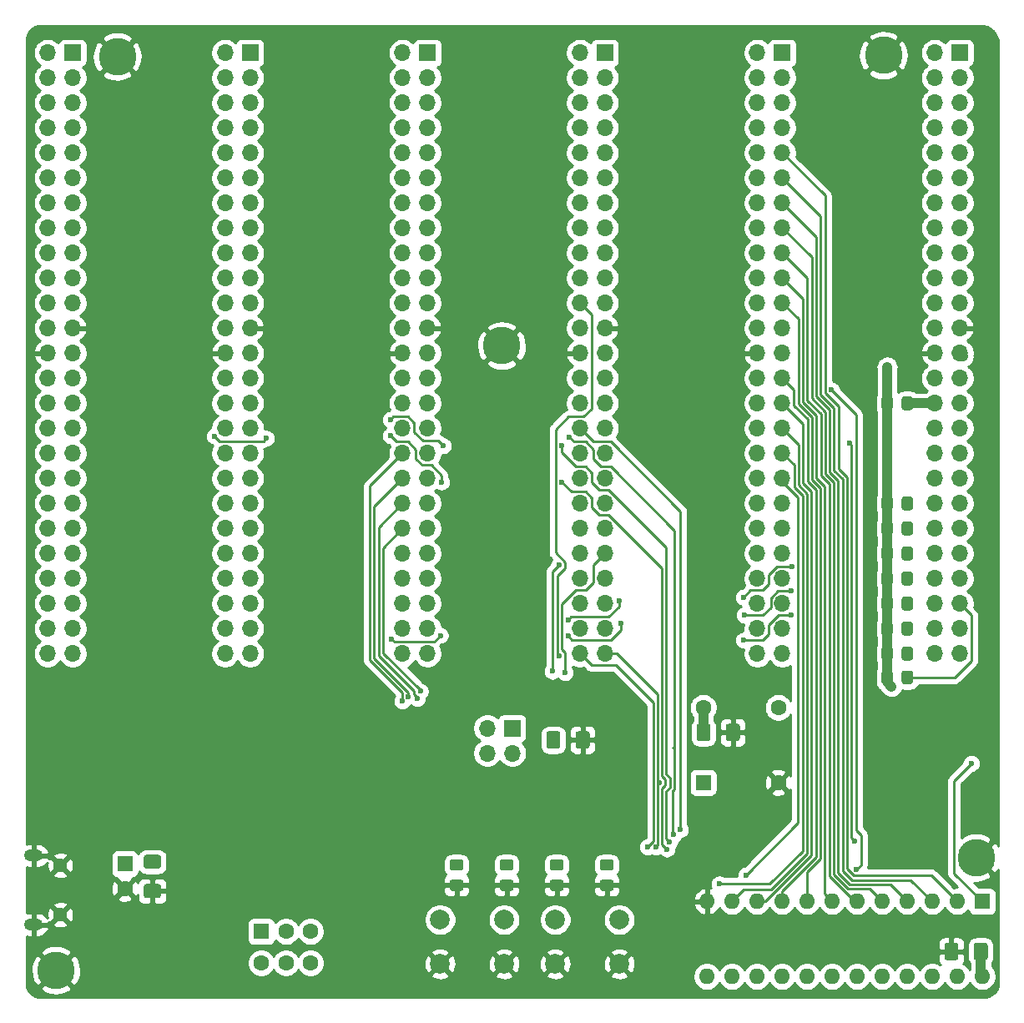
<source format=gbr>
G04 #@! TF.GenerationSoftware,KiCad,Pcbnew,(5.1.6-0-10_14)*
G04 #@! TF.CreationDate,2021-01-13T00:46:53+01:00*
G04 #@! TF.ProjectId,backplane,6261636b-706c-4616-9e65-2e6b69636164,rev?*
G04 #@! TF.SameCoordinates,Original*
G04 #@! TF.FileFunction,Copper,L2,Bot*
G04 #@! TF.FilePolarity,Positive*
%FSLAX46Y46*%
G04 Gerber Fmt 4.6, Leading zero omitted, Abs format (unit mm)*
G04 Created by KiCad (PCBNEW (5.1.6-0-10_14)) date 2021-01-13 00:46:53*
%MOMM*%
%LPD*%
G01*
G04 APERTURE LIST*
G04 #@! TA.AperFunction,ComponentPad*
%ADD10O,1.700000X1.700000*%
G04 #@! TD*
G04 #@! TA.AperFunction,ComponentPad*
%ADD11R,1.700000X1.700000*%
G04 #@! TD*
G04 #@! TA.AperFunction,ComponentPad*
%ADD12C,1.600000*%
G04 #@! TD*
G04 #@! TA.AperFunction,ComponentPad*
%ADD13R,1.600000X1.600000*%
G04 #@! TD*
G04 #@! TA.AperFunction,ComponentPad*
%ADD14O,1.900000X1.200000*%
G04 #@! TD*
G04 #@! TA.AperFunction,ComponentPad*
%ADD15C,1.450000*%
G04 #@! TD*
G04 #@! TA.AperFunction,ComponentPad*
%ADD16O,1.600000X1.600000*%
G04 #@! TD*
G04 #@! TA.AperFunction,ComponentPad*
%ADD17C,3.800000*%
G04 #@! TD*
G04 #@! TA.AperFunction,ComponentPad*
%ADD18C,2.000000*%
G04 #@! TD*
G04 #@! TA.AperFunction,ViaPad*
%ADD19C,0.800000*%
G04 #@! TD*
G04 #@! TA.AperFunction,ViaPad*
%ADD20C,0.600000*%
G04 #@! TD*
G04 #@! TA.AperFunction,Conductor*
%ADD21C,0.250000*%
G04 #@! TD*
G04 #@! TA.AperFunction,Conductor*
%ADD22C,1.000000*%
G04 #@! TD*
G04 #@! TA.AperFunction,Conductor*
%ADD23C,0.254000*%
G04 #@! TD*
G04 APERTURE END LIST*
D10*
G04 #@! TO.P,J2,4*
G04 #@! TO.N,/DS2*
X47434500Y-74485500D03*
G04 #@! TO.P,J2,3*
G04 #@! TO.N,~SLOW~*
X47434500Y-71945500D03*
G04 #@! TO.P,J2,2*
G04 #@! TO.N,/DS1*
X49974500Y-74485500D03*
D11*
G04 #@! TO.P,J2,1*
G04 #@! TO.N,~SLOW~*
X49974500Y-71945500D03*
G04 #@! TD*
G04 #@! TO.P,C2,2*
G04 #@! TO.N,GND*
G04 #@! TA.AperFunction,SMDPad,CuDef*
G36*
G01*
X12837000Y-87770000D02*
X14087000Y-87770000D01*
G75*
G02*
X14337000Y-88020000I0J-250000D01*
G01*
X14337000Y-88945000D01*
G75*
G02*
X14087000Y-89195000I-250000J0D01*
G01*
X12837000Y-89195000D01*
G75*
G02*
X12587000Y-88945000I0J250000D01*
G01*
X12587000Y-88020000D01*
G75*
G02*
X12837000Y-87770000I250000J0D01*
G01*
G37*
G04 #@! TD.AperFunction*
G04 #@! TO.P,C2,1*
G04 #@! TO.N,+5V*
G04 #@! TA.AperFunction,SMDPad,CuDef*
G36*
G01*
X12837000Y-84795000D02*
X14087000Y-84795000D01*
G75*
G02*
X14337000Y-85045000I0J-250000D01*
G01*
X14337000Y-85970000D01*
G75*
G02*
X14087000Y-86220000I-250000J0D01*
G01*
X12837000Y-86220000D01*
G75*
G02*
X12587000Y-85970000I0J250000D01*
G01*
X12587000Y-85045000D01*
G75*
G02*
X12837000Y-84795000I250000J0D01*
G01*
G37*
G04 #@! TD.AperFunction*
G04 #@! TD*
G04 #@! TO.P,C5,2*
G04 #@! TO.N,GND*
G04 #@! TA.AperFunction,SMDPad,CuDef*
G36*
G01*
X56401000Y-73777000D02*
X56401000Y-72527000D01*
G75*
G02*
X56651000Y-72277000I250000J0D01*
G01*
X57576000Y-72277000D01*
G75*
G02*
X57826000Y-72527000I0J-250000D01*
G01*
X57826000Y-73777000D01*
G75*
G02*
X57576000Y-74027000I-250000J0D01*
G01*
X56651000Y-74027000D01*
G75*
G02*
X56401000Y-73777000I0J250000D01*
G01*
G37*
G04 #@! TD.AperFunction*
G04 #@! TO.P,C5,1*
G04 #@! TO.N,+5V*
G04 #@! TA.AperFunction,SMDPad,CuDef*
G36*
G01*
X53426000Y-73777000D02*
X53426000Y-72527000D01*
G75*
G02*
X53676000Y-72277000I250000J0D01*
G01*
X54601000Y-72277000D01*
G75*
G02*
X54851000Y-72527000I0J-250000D01*
G01*
X54851000Y-73777000D01*
G75*
G02*
X54601000Y-74027000I-250000J0D01*
G01*
X53676000Y-74027000D01*
G75*
G02*
X53426000Y-73777000I0J250000D01*
G01*
G37*
G04 #@! TD.AperFunction*
G04 #@! TD*
D12*
G04 #@! TO.P,X1,4*
G04 #@! TO.N,GND*
X76962000Y-77470000D03*
G04 #@! TO.P,X1,5*
G04 #@! TO.N,/CLK_24M*
X76962000Y-69850000D03*
G04 #@! TO.P,X1,8*
G04 #@! TO.N,+5V*
X69342000Y-69850000D03*
D13*
G04 #@! TO.P,X1,1*
G04 #@! TO.N,Net-(X1-Pad1)*
X69342000Y-77470000D03*
G04 #@! TD*
G04 #@! TO.P,C4,2*
G04 #@! TO.N,GND*
G04 #@! TA.AperFunction,SMDPad,CuDef*
G36*
G01*
X71641000Y-73015000D02*
X71641000Y-71765000D01*
G75*
G02*
X71891000Y-71515000I250000J0D01*
G01*
X72816000Y-71515000D01*
G75*
G02*
X73066000Y-71765000I0J-250000D01*
G01*
X73066000Y-73015000D01*
G75*
G02*
X72816000Y-73265000I-250000J0D01*
G01*
X71891000Y-73265000D01*
G75*
G02*
X71641000Y-73015000I0J250000D01*
G01*
G37*
G04 #@! TD.AperFunction*
G04 #@! TO.P,C4,1*
G04 #@! TO.N,+5V*
G04 #@! TA.AperFunction,SMDPad,CuDef*
G36*
G01*
X68666000Y-73015000D02*
X68666000Y-71765000D01*
G75*
G02*
X68916000Y-71515000I250000J0D01*
G01*
X69841000Y-71515000D01*
G75*
G02*
X70091000Y-71765000I0J-250000D01*
G01*
X70091000Y-73015000D01*
G75*
G02*
X69841000Y-73265000I-250000J0D01*
G01*
X68916000Y-73265000D01*
G75*
G02*
X68666000Y-73015000I0J250000D01*
G01*
G37*
G04 #@! TD.AperFunction*
G04 #@! TD*
D14*
G04 #@! TO.P,J1,6*
G04 #@! TO.N,GND*
X1429500Y-91892000D03*
X1429500Y-84892000D03*
D15*
X4129500Y-90892000D03*
X4129500Y-85892000D03*
G04 #@! TD*
G04 #@! TO.P,R14,2*
G04 #@! TO.N,~INH~*
G04 #@! TA.AperFunction,SMDPad,CuDef*
G36*
G01*
X89477000Y-39439001D02*
X89477000Y-38538999D01*
G75*
G02*
X89726999Y-38289000I249999J0D01*
G01*
X90377001Y-38289000D01*
G75*
G02*
X90627000Y-38538999I0J-249999D01*
G01*
X90627000Y-39439001D01*
G75*
G02*
X90377001Y-39689000I-249999J0D01*
G01*
X89726999Y-39689000D01*
G75*
G02*
X89477000Y-39439001I0J249999D01*
G01*
G37*
G04 #@! TD.AperFunction*
G04 #@! TO.P,R14,1*
G04 #@! TO.N,+5V*
G04 #@! TA.AperFunction,SMDPad,CuDef*
G36*
G01*
X87427000Y-39439001D02*
X87427000Y-38538999D01*
G75*
G02*
X87676999Y-38289000I249999J0D01*
G01*
X88327001Y-38289000D01*
G75*
G02*
X88577000Y-38538999I0J-249999D01*
G01*
X88577000Y-39439001D01*
G75*
G02*
X88327001Y-39689000I-249999J0D01*
G01*
X87676999Y-39689000D01*
G75*
G02*
X87427000Y-39439001I0J249999D01*
G01*
G37*
G04 #@! TD.AperFunction*
G04 #@! TD*
D16*
G04 #@! TO.P,U4,24*
G04 #@! TO.N,+5V*
X97663000Y-97155000D03*
G04 #@! TO.P,U4,12*
G04 #@! TO.N,GND*
X69723000Y-89535000D03*
G04 #@! TO.P,U4,23*
G04 #@! TO.N,~SLOT1~*
X95123000Y-97155000D03*
G04 #@! TO.P,U4,11*
G04 #@! TO.N,A13*
X72263000Y-89535000D03*
G04 #@! TO.P,U4,22*
G04 #@! TO.N,~SLOT2~*
X92583000Y-97155000D03*
G04 #@! TO.P,U4,10*
G04 #@! TO.N,A12*
X74803000Y-89535000D03*
G04 #@! TO.P,U4,21*
G04 #@! TO.N,~SLOT3~*
X90043000Y-97155000D03*
G04 #@! TO.P,U4,9*
G04 #@! TO.N,A11*
X77343000Y-89535000D03*
G04 #@! TO.P,U4,20*
G04 #@! TO.N,~SLOT4~*
X87503000Y-97155000D03*
G04 #@! TO.P,U4,8*
G04 #@! TO.N,A10*
X79883000Y-89535000D03*
G04 #@! TO.P,U4,19*
G04 #@! TO.N,~SLOT5~*
X84963000Y-97155000D03*
G04 #@! TO.P,U4,7*
G04 #@! TO.N,A9*
X82423000Y-89535000D03*
G04 #@! TO.P,U4,18*
G04 #@! TO.N,~SSEL~*
X82423000Y-97155000D03*
G04 #@! TO.P,U4,6*
G04 #@! TO.N,A8*
X84963000Y-89535000D03*
G04 #@! TO.P,U4,17*
G04 #@! TO.N,Net-(U4-Pad17)*
X79883000Y-97155000D03*
G04 #@! TO.P,U4,5*
G04 #@! TO.N,A7*
X87503000Y-89535000D03*
G04 #@! TO.P,U4,16*
G04 #@! TO.N,Net-(U4-Pad16)*
X77343000Y-97155000D03*
G04 #@! TO.P,U4,4*
G04 #@! TO.N,A6*
X90043000Y-89535000D03*
G04 #@! TO.P,U4,15*
G04 #@! TO.N,Net-(U4-Pad15)*
X74803000Y-97155000D03*
G04 #@! TO.P,U4,3*
G04 #@! TO.N,A5*
X92583000Y-89535000D03*
G04 #@! TO.P,U4,14*
G04 #@! TO.N,A15*
X72263000Y-97155000D03*
G04 #@! TO.P,U4,2*
G04 #@! TO.N,A4*
X95123000Y-89535000D03*
G04 #@! TO.P,U4,13*
G04 #@! TO.N,A14*
X69723000Y-97155000D03*
D13*
G04 #@! TO.P,U4,1*
G04 #@! TO.N,CLK*
X97663000Y-89535000D03*
G04 #@! TD*
G04 #@! TO.P,C14,2*
G04 #@! TO.N,GND*
G04 #@! TA.AperFunction,SMDPad,CuDef*
G36*
G01*
X95237000Y-93990000D02*
X95237000Y-95240000D01*
G75*
G02*
X94987000Y-95490000I-250000J0D01*
G01*
X94062000Y-95490000D01*
G75*
G02*
X93812000Y-95240000I0J250000D01*
G01*
X93812000Y-93990000D01*
G75*
G02*
X94062000Y-93740000I250000J0D01*
G01*
X94987000Y-93740000D01*
G75*
G02*
X95237000Y-93990000I0J-250000D01*
G01*
G37*
G04 #@! TD.AperFunction*
G04 #@! TO.P,C14,1*
G04 #@! TO.N,+5V*
G04 #@! TA.AperFunction,SMDPad,CuDef*
G36*
G01*
X98212000Y-93990000D02*
X98212000Y-95240000D01*
G75*
G02*
X97962000Y-95490000I-250000J0D01*
G01*
X97037000Y-95490000D01*
G75*
G02*
X96787000Y-95240000I0J250000D01*
G01*
X96787000Y-93990000D01*
G75*
G02*
X97037000Y-93740000I250000J0D01*
G01*
X97962000Y-93740000D01*
G75*
G02*
X98212000Y-93990000I0J-250000D01*
G01*
G37*
G04 #@! TD.AperFunction*
G04 #@! TD*
G04 #@! TO.P,R13,2*
G04 #@! TO.N,GND*
G04 #@! TA.AperFunction,SMDPad,CuDef*
G36*
G01*
X59112999Y-87318000D02*
X60013001Y-87318000D01*
G75*
G02*
X60263000Y-87567999I0J-249999D01*
G01*
X60263000Y-88218001D01*
G75*
G02*
X60013001Y-88468000I-249999J0D01*
G01*
X59112999Y-88468000D01*
G75*
G02*
X58863000Y-88218001I0J249999D01*
G01*
X58863000Y-87567999D01*
G75*
G02*
X59112999Y-87318000I249999J0D01*
G01*
G37*
G04 #@! TD.AperFunction*
G04 #@! TO.P,R13,1*
G04 #@! TO.N,Net-(LED4-Pad1)*
G04 #@! TA.AperFunction,SMDPad,CuDef*
G36*
G01*
X59112999Y-85268000D02*
X60013001Y-85268000D01*
G75*
G02*
X60263000Y-85517999I0J-249999D01*
G01*
X60263000Y-86168001D01*
G75*
G02*
X60013001Y-86418000I-249999J0D01*
G01*
X59112999Y-86418000D01*
G75*
G02*
X58863000Y-86168001I0J249999D01*
G01*
X58863000Y-85517999D01*
G75*
G02*
X59112999Y-85268000I249999J0D01*
G01*
G37*
G04 #@! TD.AperFunction*
G04 #@! TD*
G04 #@! TO.P,R12,2*
G04 #@! TO.N,GND*
G04 #@! TA.AperFunction,SMDPad,CuDef*
G36*
G01*
X54032999Y-87318000D02*
X54933001Y-87318000D01*
G75*
G02*
X55183000Y-87567999I0J-249999D01*
G01*
X55183000Y-88218001D01*
G75*
G02*
X54933001Y-88468000I-249999J0D01*
G01*
X54032999Y-88468000D01*
G75*
G02*
X53783000Y-88218001I0J249999D01*
G01*
X53783000Y-87567999D01*
G75*
G02*
X54032999Y-87318000I249999J0D01*
G01*
G37*
G04 #@! TD.AperFunction*
G04 #@! TO.P,R12,1*
G04 #@! TO.N,Net-(LED3-Pad1)*
G04 #@! TA.AperFunction,SMDPad,CuDef*
G36*
G01*
X54032999Y-85268000D02*
X54933001Y-85268000D01*
G75*
G02*
X55183000Y-85517999I0J-249999D01*
G01*
X55183000Y-86168001D01*
G75*
G02*
X54933001Y-86418000I-249999J0D01*
G01*
X54032999Y-86418000D01*
G75*
G02*
X53783000Y-86168001I0J249999D01*
G01*
X53783000Y-85517999D01*
G75*
G02*
X54032999Y-85268000I249999J0D01*
G01*
G37*
G04 #@! TD.AperFunction*
G04 #@! TD*
G04 #@! TO.P,R11,2*
G04 #@! TO.N,GND*
G04 #@! TA.AperFunction,SMDPad,CuDef*
G36*
G01*
X48952999Y-87318000D02*
X49853001Y-87318000D01*
G75*
G02*
X50103000Y-87567999I0J-249999D01*
G01*
X50103000Y-88218001D01*
G75*
G02*
X49853001Y-88468000I-249999J0D01*
G01*
X48952999Y-88468000D01*
G75*
G02*
X48703000Y-88218001I0J249999D01*
G01*
X48703000Y-87567999D01*
G75*
G02*
X48952999Y-87318000I249999J0D01*
G01*
G37*
G04 #@! TD.AperFunction*
G04 #@! TO.P,R11,1*
G04 #@! TO.N,Net-(LED2-Pad1)*
G04 #@! TA.AperFunction,SMDPad,CuDef*
G36*
G01*
X48952999Y-85268000D02*
X49853001Y-85268000D01*
G75*
G02*
X50103000Y-85517999I0J-249999D01*
G01*
X50103000Y-86168001D01*
G75*
G02*
X49853001Y-86418000I-249999J0D01*
G01*
X48952999Y-86418000D01*
G75*
G02*
X48703000Y-86168001I0J249999D01*
G01*
X48703000Y-85517999D01*
G75*
G02*
X48952999Y-85268000I249999J0D01*
G01*
G37*
G04 #@! TD.AperFunction*
G04 #@! TD*
G04 #@! TO.P,R10,2*
G04 #@! TO.N,GND*
G04 #@! TA.AperFunction,SMDPad,CuDef*
G36*
G01*
X43872999Y-87318000D02*
X44773001Y-87318000D01*
G75*
G02*
X45023000Y-87567999I0J-249999D01*
G01*
X45023000Y-88218001D01*
G75*
G02*
X44773001Y-88468000I-249999J0D01*
G01*
X43872999Y-88468000D01*
G75*
G02*
X43623000Y-88218001I0J249999D01*
G01*
X43623000Y-87567999D01*
G75*
G02*
X43872999Y-87318000I249999J0D01*
G01*
G37*
G04 #@! TD.AperFunction*
G04 #@! TO.P,R10,1*
G04 #@! TO.N,Net-(LED1-Pad1)*
G04 #@! TA.AperFunction,SMDPad,CuDef*
G36*
G01*
X43872999Y-85268000D02*
X44773001Y-85268000D01*
G75*
G02*
X45023000Y-85517999I0J-249999D01*
G01*
X45023000Y-86168001D01*
G75*
G02*
X44773001Y-86418000I-249999J0D01*
G01*
X43872999Y-86418000D01*
G75*
G02*
X43623000Y-86168001I0J249999D01*
G01*
X43623000Y-85517999D01*
G75*
G02*
X43872999Y-85268000I249999J0D01*
G01*
G37*
G04 #@! TD.AperFunction*
G04 #@! TD*
D17*
G04 #@! TO.P,REF\u002A\u002A,1*
G04 #@! TO.N,GND*
X48895000Y-33147000D03*
G04 #@! TD*
G04 #@! TO.P,REF\u002A\u002A,1*
G04 #@! TO.N,GND*
X3683000Y-96520000D03*
G04 #@! TD*
G04 #@! TO.P,REF\u002A\u002A,1*
G04 #@! TO.N,GND*
X9906000Y-3810000D03*
G04 #@! TD*
G04 #@! TO.P,REF\u002A\u002A,1*
G04 #@! TO.N,GND*
X87630000Y-3683000D03*
G04 #@! TD*
G04 #@! TO.P,REF\u002A\u002A,1*
G04 #@! TO.N,GND*
X97028000Y-85090000D03*
G04 #@! TD*
D18*
G04 #@! TO.P,RESET1,1*
G04 #@! TO.N,GND*
X54333000Y-95885000D03*
G04 #@! TO.P,RESET1,2*
G04 #@! TO.N,Net-(RESET1-Pad2)*
X54333000Y-91385000D03*
G04 #@! TO.P,RESET1,1*
G04 #@! TO.N,GND*
X60833000Y-95885000D03*
G04 #@! TO.P,RESET1,2*
G04 #@! TO.N,Net-(RESET1-Pad2)*
X60833000Y-91385000D03*
G04 #@! TD*
G04 #@! TO.P,NMI1,1*
G04 #@! TO.N,GND*
X42649000Y-95885000D03*
G04 #@! TO.P,NMI1,2*
G04 #@! TO.N,Net-(NMI1-Pad2)*
X42649000Y-91385000D03*
G04 #@! TO.P,NMI1,1*
G04 #@! TO.N,GND*
X49149000Y-95885000D03*
G04 #@! TO.P,NMI1,2*
G04 #@! TO.N,Net-(NMI1-Pad2)*
X49149000Y-91385000D03*
G04 #@! TD*
D12*
G04 #@! TO.P,C13,2*
G04 #@! TO.N,GND*
X10668000Y-88225000D03*
D13*
G04 #@! TO.P,C13,1*
G04 #@! TO.N,+5V*
X10668000Y-85725000D03*
G04 #@! TD*
D12*
G04 #@! TO.P,SW1,6*
G04 #@! TO.N,N/C*
X29511000Y-95783000D03*
G04 #@! TO.P,SW1,5*
X27011000Y-95783000D03*
G04 #@! TO.P,SW1,4*
X24511000Y-95783000D03*
G04 #@! TO.P,SW1,3*
X29511000Y-92583000D03*
G04 #@! TO.P,SW1,2*
G04 #@! TO.N,+5V*
X27011000Y-92583000D03*
D13*
G04 #@! TO.P,SW1,1*
G04 #@! TO.N,Net-(J1-Pad1)*
X24511000Y-92583000D03*
G04 #@! TD*
D10*
G04 #@! TO.P,SLOT5,50*
G04 #@! TO.N,~NMI~*
X2837000Y-64389000D03*
G04 #@! TO.P,SLOT5,49*
G04 #@! TO.N,~RESET~*
X5377000Y-64389000D03*
G04 #@! TO.P,SLOT5,48*
G04 #@! TO.N,Net-(SLOT5-Pad48)*
X2837000Y-61849000D03*
G04 #@! TO.P,SLOT5,47*
G04 #@! TO.N,SYNC*
X5377000Y-61849000D03*
G04 #@! TO.P,SLOT5,46*
G04 #@! TO.N,EX3*
X2837000Y-59309000D03*
G04 #@! TO.P,SLOT5,45*
G04 #@! TO.N,~IRQ~*
X5377000Y-59309000D03*
G04 #@! TO.P,SLOT5,44*
G04 #@! TO.N,EX2*
X2837000Y-56769000D03*
G04 #@! TO.P,SLOT5,43*
G04 #@! TO.N,R~W~*
X5377000Y-56769000D03*
G04 #@! TO.P,SLOT5,42*
G04 #@! TO.N,CLK_12M*
X2837000Y-54229000D03*
G04 #@! TO.P,SLOT5,41*
G04 #@! TO.N,CLK*
X5377000Y-54229000D03*
G04 #@! TO.P,SLOT5,40*
G04 #@! TO.N,LED4*
X2837000Y-51689000D03*
G04 #@! TO.P,SLOT5,39*
G04 #@! TO.N,BE*
X5377000Y-51689000D03*
G04 #@! TO.P,SLOT5,38*
G04 #@! TO.N,LED3*
X2837000Y-49149000D03*
G04 #@! TO.P,SLOT5,37*
G04 #@! TO.N,RDY*
X5377000Y-49149000D03*
G04 #@! TO.P,SLOT5,36*
G04 #@! TO.N,LED2*
X2837000Y-46609000D03*
G04 #@! TO.P,SLOT5,35*
G04 #@! TO.N,A15*
X5377000Y-46609000D03*
G04 #@! TO.P,SLOT5,34*
G04 #@! TO.N,LED1*
X2837000Y-44069000D03*
G04 #@! TO.P,SLOT5,33*
G04 #@! TO.N,A14*
X5377000Y-44069000D03*
G04 #@! TO.P,SLOT5,32*
G04 #@! TO.N,~SLOT5~*
X2837000Y-41529000D03*
G04 #@! TO.P,SLOT5,31*
G04 #@! TO.N,A13*
X5377000Y-41529000D03*
G04 #@! TO.P,SLOT5,30*
G04 #@! TO.N,~INH~*
X2837000Y-38989000D03*
G04 #@! TO.P,SLOT5,29*
G04 #@! TO.N,A12*
X5377000Y-38989000D03*
G04 #@! TO.P,SLOT5,28*
G04 #@! TO.N,~SSEL~*
X2837000Y-36449000D03*
G04 #@! TO.P,SLOT5,27*
G04 #@! TO.N,A11*
X5377000Y-36449000D03*
G04 #@! TO.P,SLOT5,26*
G04 #@! TO.N,GND*
X2837000Y-33909000D03*
G04 #@! TO.P,SLOT5,25*
G04 #@! TO.N,+5V*
X5377000Y-33909000D03*
G04 #@! TO.P,SLOT5,24*
X2837000Y-31369000D03*
G04 #@! TO.P,SLOT5,23*
G04 #@! TO.N,GND*
X5377000Y-31369000D03*
G04 #@! TO.P,SLOT5,22*
G04 #@! TO.N,~SLOW~*
X2837000Y-28829000D03*
G04 #@! TO.P,SLOT5,21*
G04 #@! TO.N,A10*
X5377000Y-28829000D03*
G04 #@! TO.P,SLOT5,20*
G04 #@! TO.N,EX1*
X2837000Y-26289000D03*
G04 #@! TO.P,SLOT5,19*
G04 #@! TO.N,A9*
X5377000Y-26289000D03*
G04 #@! TO.P,SLOT5,18*
G04 #@! TO.N,EX0*
X2837000Y-23749000D03*
G04 #@! TO.P,SLOT5,17*
G04 #@! TO.N,A8*
X5377000Y-23749000D03*
G04 #@! TO.P,SLOT5,16*
G04 #@! TO.N,D7*
X2837000Y-21209000D03*
G04 #@! TO.P,SLOT5,15*
G04 #@! TO.N,A7*
X5377000Y-21209000D03*
G04 #@! TO.P,SLOT5,14*
G04 #@! TO.N,D6*
X2837000Y-18669000D03*
G04 #@! TO.P,SLOT5,13*
G04 #@! TO.N,A6*
X5377000Y-18669000D03*
G04 #@! TO.P,SLOT5,12*
G04 #@! TO.N,D5*
X2837000Y-16129000D03*
G04 #@! TO.P,SLOT5,11*
G04 #@! TO.N,A5*
X5377000Y-16129000D03*
G04 #@! TO.P,SLOT5,10*
G04 #@! TO.N,D4*
X2837000Y-13589000D03*
G04 #@! TO.P,SLOT5,9*
G04 #@! TO.N,A4*
X5377000Y-13589000D03*
G04 #@! TO.P,SLOT5,8*
G04 #@! TO.N,D3*
X2837000Y-11049000D03*
G04 #@! TO.P,SLOT5,7*
G04 #@! TO.N,A3*
X5377000Y-11049000D03*
G04 #@! TO.P,SLOT5,6*
G04 #@! TO.N,D2*
X2837000Y-8509000D03*
G04 #@! TO.P,SLOT5,5*
G04 #@! TO.N,A2*
X5377000Y-8509000D03*
G04 #@! TO.P,SLOT5,4*
G04 #@! TO.N,D1*
X2837000Y-5969000D03*
G04 #@! TO.P,SLOT5,3*
G04 #@! TO.N,A1*
X5377000Y-5969000D03*
G04 #@! TO.P,SLOT5,2*
G04 #@! TO.N,D0*
X2837000Y-3429000D03*
D11*
G04 #@! TO.P,SLOT5,1*
G04 #@! TO.N,A0*
X5377000Y-3429000D03*
G04 #@! TD*
D10*
G04 #@! TO.P,SLOT4,50*
G04 #@! TO.N,~NMI~*
X20837000Y-64389000D03*
G04 #@! TO.P,SLOT4,49*
G04 #@! TO.N,~RESET~*
X23377000Y-64389000D03*
G04 #@! TO.P,SLOT4,48*
G04 #@! TO.N,~IRQ4~*
X20837000Y-61849000D03*
G04 #@! TO.P,SLOT4,47*
G04 #@! TO.N,SYNC*
X23377000Y-61849000D03*
G04 #@! TO.P,SLOT4,46*
G04 #@! TO.N,EX3*
X20837000Y-59309000D03*
G04 #@! TO.P,SLOT4,45*
G04 #@! TO.N,~IRQ~*
X23377000Y-59309000D03*
G04 #@! TO.P,SLOT4,44*
G04 #@! TO.N,EX2*
X20837000Y-56769000D03*
G04 #@! TO.P,SLOT4,43*
G04 #@! TO.N,R~W~*
X23377000Y-56769000D03*
G04 #@! TO.P,SLOT4,42*
G04 #@! TO.N,CLK_12M*
X20837000Y-54229000D03*
G04 #@! TO.P,SLOT4,41*
G04 #@! TO.N,CLK*
X23377000Y-54229000D03*
G04 #@! TO.P,SLOT4,40*
G04 #@! TO.N,LED4*
X20837000Y-51689000D03*
G04 #@! TO.P,SLOT4,39*
G04 #@! TO.N,BE*
X23377000Y-51689000D03*
G04 #@! TO.P,SLOT4,38*
G04 #@! TO.N,LED3*
X20837000Y-49149000D03*
G04 #@! TO.P,SLOT4,37*
G04 #@! TO.N,RDY*
X23377000Y-49149000D03*
G04 #@! TO.P,SLOT4,36*
G04 #@! TO.N,LED2*
X20837000Y-46609000D03*
G04 #@! TO.P,SLOT4,35*
G04 #@! TO.N,A15*
X23377000Y-46609000D03*
G04 #@! TO.P,SLOT4,34*
G04 #@! TO.N,LED1*
X20837000Y-44069000D03*
G04 #@! TO.P,SLOT4,33*
G04 #@! TO.N,A14*
X23377000Y-44069000D03*
G04 #@! TO.P,SLOT4,32*
G04 #@! TO.N,~SLOT4~*
X20837000Y-41529000D03*
G04 #@! TO.P,SLOT4,31*
G04 #@! TO.N,A13*
X23377000Y-41529000D03*
G04 #@! TO.P,SLOT4,30*
G04 #@! TO.N,~INH~*
X20837000Y-38989000D03*
G04 #@! TO.P,SLOT4,29*
G04 #@! TO.N,A12*
X23377000Y-38989000D03*
G04 #@! TO.P,SLOT4,28*
G04 #@! TO.N,~SSEL~*
X20837000Y-36449000D03*
G04 #@! TO.P,SLOT4,27*
G04 #@! TO.N,A11*
X23377000Y-36449000D03*
G04 #@! TO.P,SLOT4,26*
G04 #@! TO.N,GND*
X20837000Y-33909000D03*
G04 #@! TO.P,SLOT4,25*
G04 #@! TO.N,+5V*
X23377000Y-33909000D03*
G04 #@! TO.P,SLOT4,24*
X20837000Y-31369000D03*
G04 #@! TO.P,SLOT4,23*
G04 #@! TO.N,GND*
X23377000Y-31369000D03*
G04 #@! TO.P,SLOT4,22*
G04 #@! TO.N,~SLOW~*
X20837000Y-28829000D03*
G04 #@! TO.P,SLOT4,21*
G04 #@! TO.N,A10*
X23377000Y-28829000D03*
G04 #@! TO.P,SLOT4,20*
G04 #@! TO.N,EX1*
X20837000Y-26289000D03*
G04 #@! TO.P,SLOT4,19*
G04 #@! TO.N,A9*
X23377000Y-26289000D03*
G04 #@! TO.P,SLOT4,18*
G04 #@! TO.N,EX0*
X20837000Y-23749000D03*
G04 #@! TO.P,SLOT4,17*
G04 #@! TO.N,A8*
X23377000Y-23749000D03*
G04 #@! TO.P,SLOT4,16*
G04 #@! TO.N,D7*
X20837000Y-21209000D03*
G04 #@! TO.P,SLOT4,15*
G04 #@! TO.N,A7*
X23377000Y-21209000D03*
G04 #@! TO.P,SLOT4,14*
G04 #@! TO.N,D6*
X20837000Y-18669000D03*
G04 #@! TO.P,SLOT4,13*
G04 #@! TO.N,A6*
X23377000Y-18669000D03*
G04 #@! TO.P,SLOT4,12*
G04 #@! TO.N,D5*
X20837000Y-16129000D03*
G04 #@! TO.P,SLOT4,11*
G04 #@! TO.N,A5*
X23377000Y-16129000D03*
G04 #@! TO.P,SLOT4,10*
G04 #@! TO.N,D4*
X20837000Y-13589000D03*
G04 #@! TO.P,SLOT4,9*
G04 #@! TO.N,A4*
X23377000Y-13589000D03*
G04 #@! TO.P,SLOT4,8*
G04 #@! TO.N,D3*
X20837000Y-11049000D03*
G04 #@! TO.P,SLOT4,7*
G04 #@! TO.N,A3*
X23377000Y-11049000D03*
G04 #@! TO.P,SLOT4,6*
G04 #@! TO.N,D2*
X20837000Y-8509000D03*
G04 #@! TO.P,SLOT4,5*
G04 #@! TO.N,A2*
X23377000Y-8509000D03*
G04 #@! TO.P,SLOT4,4*
G04 #@! TO.N,D1*
X20837000Y-5969000D03*
G04 #@! TO.P,SLOT4,3*
G04 #@! TO.N,A1*
X23377000Y-5969000D03*
G04 #@! TO.P,SLOT4,2*
G04 #@! TO.N,D0*
X20837000Y-3429000D03*
D11*
G04 #@! TO.P,SLOT4,1*
G04 #@! TO.N,A0*
X23377000Y-3429000D03*
G04 #@! TD*
D10*
G04 #@! TO.P,SLOT3,50*
G04 #@! TO.N,~NMI~*
X38837000Y-64389000D03*
G04 #@! TO.P,SLOT3,49*
G04 #@! TO.N,~RESET~*
X41377000Y-64389000D03*
G04 #@! TO.P,SLOT3,48*
G04 #@! TO.N,~IRQ3~*
X38837000Y-61849000D03*
G04 #@! TO.P,SLOT3,47*
G04 #@! TO.N,SYNC*
X41377000Y-61849000D03*
G04 #@! TO.P,SLOT3,46*
G04 #@! TO.N,EX3*
X38837000Y-59309000D03*
G04 #@! TO.P,SLOT3,45*
G04 #@! TO.N,~IRQ~*
X41377000Y-59309000D03*
G04 #@! TO.P,SLOT3,44*
G04 #@! TO.N,EX2*
X38837000Y-56769000D03*
G04 #@! TO.P,SLOT3,43*
G04 #@! TO.N,R~W~*
X41377000Y-56769000D03*
G04 #@! TO.P,SLOT3,42*
G04 #@! TO.N,CLK_12M*
X38837000Y-54229000D03*
G04 #@! TO.P,SLOT3,41*
G04 #@! TO.N,CLK*
X41377000Y-54229000D03*
G04 #@! TO.P,SLOT3,40*
G04 #@! TO.N,LED4*
X38837000Y-51689000D03*
G04 #@! TO.P,SLOT3,39*
G04 #@! TO.N,BE*
X41377000Y-51689000D03*
G04 #@! TO.P,SLOT3,38*
G04 #@! TO.N,LED3*
X38837000Y-49149000D03*
G04 #@! TO.P,SLOT3,37*
G04 #@! TO.N,RDY*
X41377000Y-49149000D03*
G04 #@! TO.P,SLOT3,36*
G04 #@! TO.N,LED2*
X38837000Y-46609000D03*
G04 #@! TO.P,SLOT3,35*
G04 #@! TO.N,A15*
X41377000Y-46609000D03*
G04 #@! TO.P,SLOT3,34*
G04 #@! TO.N,LED1*
X38837000Y-44069000D03*
G04 #@! TO.P,SLOT3,33*
G04 #@! TO.N,A14*
X41377000Y-44069000D03*
G04 #@! TO.P,SLOT3,32*
G04 #@! TO.N,~SLOT3~*
X38837000Y-41529000D03*
G04 #@! TO.P,SLOT3,31*
G04 #@! TO.N,A13*
X41377000Y-41529000D03*
G04 #@! TO.P,SLOT3,30*
G04 #@! TO.N,~INH~*
X38837000Y-38989000D03*
G04 #@! TO.P,SLOT3,29*
G04 #@! TO.N,A12*
X41377000Y-38989000D03*
G04 #@! TO.P,SLOT3,28*
G04 #@! TO.N,~SSEL~*
X38837000Y-36449000D03*
G04 #@! TO.P,SLOT3,27*
G04 #@! TO.N,A11*
X41377000Y-36449000D03*
G04 #@! TO.P,SLOT3,26*
G04 #@! TO.N,GND*
X38837000Y-33909000D03*
G04 #@! TO.P,SLOT3,25*
G04 #@! TO.N,+5V*
X41377000Y-33909000D03*
G04 #@! TO.P,SLOT3,24*
X38837000Y-31369000D03*
G04 #@! TO.P,SLOT3,23*
G04 #@! TO.N,GND*
X41377000Y-31369000D03*
G04 #@! TO.P,SLOT3,22*
G04 #@! TO.N,~SLOW~*
X38837000Y-28829000D03*
G04 #@! TO.P,SLOT3,21*
G04 #@! TO.N,A10*
X41377000Y-28829000D03*
G04 #@! TO.P,SLOT3,20*
G04 #@! TO.N,EX1*
X38837000Y-26289000D03*
G04 #@! TO.P,SLOT3,19*
G04 #@! TO.N,A9*
X41377000Y-26289000D03*
G04 #@! TO.P,SLOT3,18*
G04 #@! TO.N,EX0*
X38837000Y-23749000D03*
G04 #@! TO.P,SLOT3,17*
G04 #@! TO.N,A8*
X41377000Y-23749000D03*
G04 #@! TO.P,SLOT3,16*
G04 #@! TO.N,D7*
X38837000Y-21209000D03*
G04 #@! TO.P,SLOT3,15*
G04 #@! TO.N,A7*
X41377000Y-21209000D03*
G04 #@! TO.P,SLOT3,14*
G04 #@! TO.N,D6*
X38837000Y-18669000D03*
G04 #@! TO.P,SLOT3,13*
G04 #@! TO.N,A6*
X41377000Y-18669000D03*
G04 #@! TO.P,SLOT3,12*
G04 #@! TO.N,D5*
X38837000Y-16129000D03*
G04 #@! TO.P,SLOT3,11*
G04 #@! TO.N,A5*
X41377000Y-16129000D03*
G04 #@! TO.P,SLOT3,10*
G04 #@! TO.N,D4*
X38837000Y-13589000D03*
G04 #@! TO.P,SLOT3,9*
G04 #@! TO.N,A4*
X41377000Y-13589000D03*
G04 #@! TO.P,SLOT3,8*
G04 #@! TO.N,D3*
X38837000Y-11049000D03*
G04 #@! TO.P,SLOT3,7*
G04 #@! TO.N,A3*
X41377000Y-11049000D03*
G04 #@! TO.P,SLOT3,6*
G04 #@! TO.N,D2*
X38837000Y-8509000D03*
G04 #@! TO.P,SLOT3,5*
G04 #@! TO.N,A2*
X41377000Y-8509000D03*
G04 #@! TO.P,SLOT3,4*
G04 #@! TO.N,D1*
X38837000Y-5969000D03*
G04 #@! TO.P,SLOT3,3*
G04 #@! TO.N,A1*
X41377000Y-5969000D03*
G04 #@! TO.P,SLOT3,2*
G04 #@! TO.N,D0*
X38837000Y-3429000D03*
D11*
G04 #@! TO.P,SLOT3,1*
G04 #@! TO.N,A0*
X41377000Y-3429000D03*
G04 #@! TD*
D10*
G04 #@! TO.P,SLOT2,50*
G04 #@! TO.N,~NMI~*
X56837000Y-64389000D03*
G04 #@! TO.P,SLOT2,49*
G04 #@! TO.N,~RESET~*
X59377000Y-64389000D03*
G04 #@! TO.P,SLOT2,48*
G04 #@! TO.N,~IRQ2~*
X56837000Y-61849000D03*
G04 #@! TO.P,SLOT2,47*
G04 #@! TO.N,SYNC*
X59377000Y-61849000D03*
G04 #@! TO.P,SLOT2,46*
G04 #@! TO.N,EX3*
X56837000Y-59309000D03*
G04 #@! TO.P,SLOT2,45*
G04 #@! TO.N,~IRQ~*
X59377000Y-59309000D03*
G04 #@! TO.P,SLOT2,44*
G04 #@! TO.N,EX2*
X56837000Y-56769000D03*
G04 #@! TO.P,SLOT2,43*
G04 #@! TO.N,R~W~*
X59377000Y-56769000D03*
G04 #@! TO.P,SLOT2,42*
G04 #@! TO.N,CLK_12M*
X56837000Y-54229000D03*
G04 #@! TO.P,SLOT2,41*
G04 #@! TO.N,CLK*
X59377000Y-54229000D03*
G04 #@! TO.P,SLOT2,40*
G04 #@! TO.N,LED4*
X56837000Y-51689000D03*
G04 #@! TO.P,SLOT2,39*
G04 #@! TO.N,BE*
X59377000Y-51689000D03*
G04 #@! TO.P,SLOT2,38*
G04 #@! TO.N,LED3*
X56837000Y-49149000D03*
G04 #@! TO.P,SLOT2,37*
G04 #@! TO.N,RDY*
X59377000Y-49149000D03*
G04 #@! TO.P,SLOT2,36*
G04 #@! TO.N,LED2*
X56837000Y-46609000D03*
G04 #@! TO.P,SLOT2,35*
G04 #@! TO.N,A15*
X59377000Y-46609000D03*
G04 #@! TO.P,SLOT2,34*
G04 #@! TO.N,LED1*
X56837000Y-44069000D03*
G04 #@! TO.P,SLOT2,33*
G04 #@! TO.N,A14*
X59377000Y-44069000D03*
G04 #@! TO.P,SLOT2,32*
G04 #@! TO.N,~SLOT2~*
X56837000Y-41529000D03*
G04 #@! TO.P,SLOT2,31*
G04 #@! TO.N,A13*
X59377000Y-41529000D03*
G04 #@! TO.P,SLOT2,30*
G04 #@! TO.N,~INH~*
X56837000Y-38989000D03*
G04 #@! TO.P,SLOT2,29*
G04 #@! TO.N,A12*
X59377000Y-38989000D03*
G04 #@! TO.P,SLOT2,28*
G04 #@! TO.N,~SSEL~*
X56837000Y-36449000D03*
G04 #@! TO.P,SLOT2,27*
G04 #@! TO.N,A11*
X59377000Y-36449000D03*
G04 #@! TO.P,SLOT2,26*
G04 #@! TO.N,GND*
X56837000Y-33909000D03*
G04 #@! TO.P,SLOT2,25*
G04 #@! TO.N,+5V*
X59377000Y-33909000D03*
G04 #@! TO.P,SLOT2,24*
X56837000Y-31369000D03*
G04 #@! TO.P,SLOT2,23*
G04 #@! TO.N,GND*
X59377000Y-31369000D03*
G04 #@! TO.P,SLOT2,22*
G04 #@! TO.N,~SLOW~*
X56837000Y-28829000D03*
G04 #@! TO.P,SLOT2,21*
G04 #@! TO.N,A10*
X59377000Y-28829000D03*
G04 #@! TO.P,SLOT2,20*
G04 #@! TO.N,EX1*
X56837000Y-26289000D03*
G04 #@! TO.P,SLOT2,19*
G04 #@! TO.N,A9*
X59377000Y-26289000D03*
G04 #@! TO.P,SLOT2,18*
G04 #@! TO.N,EX0*
X56837000Y-23749000D03*
G04 #@! TO.P,SLOT2,17*
G04 #@! TO.N,A8*
X59377000Y-23749000D03*
G04 #@! TO.P,SLOT2,16*
G04 #@! TO.N,D7*
X56837000Y-21209000D03*
G04 #@! TO.P,SLOT2,15*
G04 #@! TO.N,A7*
X59377000Y-21209000D03*
G04 #@! TO.P,SLOT2,14*
G04 #@! TO.N,D6*
X56837000Y-18669000D03*
G04 #@! TO.P,SLOT2,13*
G04 #@! TO.N,A6*
X59377000Y-18669000D03*
G04 #@! TO.P,SLOT2,12*
G04 #@! TO.N,D5*
X56837000Y-16129000D03*
G04 #@! TO.P,SLOT2,11*
G04 #@! TO.N,A5*
X59377000Y-16129000D03*
G04 #@! TO.P,SLOT2,10*
G04 #@! TO.N,D4*
X56837000Y-13589000D03*
G04 #@! TO.P,SLOT2,9*
G04 #@! TO.N,A4*
X59377000Y-13589000D03*
G04 #@! TO.P,SLOT2,8*
G04 #@! TO.N,D3*
X56837000Y-11049000D03*
G04 #@! TO.P,SLOT2,7*
G04 #@! TO.N,A3*
X59377000Y-11049000D03*
G04 #@! TO.P,SLOT2,6*
G04 #@! TO.N,D2*
X56837000Y-8509000D03*
G04 #@! TO.P,SLOT2,5*
G04 #@! TO.N,A2*
X59377000Y-8509000D03*
G04 #@! TO.P,SLOT2,4*
G04 #@! TO.N,D1*
X56837000Y-5969000D03*
G04 #@! TO.P,SLOT2,3*
G04 #@! TO.N,A1*
X59377000Y-5969000D03*
G04 #@! TO.P,SLOT2,2*
G04 #@! TO.N,D0*
X56837000Y-3429000D03*
D11*
G04 #@! TO.P,SLOT2,1*
G04 #@! TO.N,A0*
X59377000Y-3429000D03*
G04 #@! TD*
D10*
G04 #@! TO.P,SLOT1,50*
G04 #@! TO.N,~NMI~*
X74837000Y-64389000D03*
G04 #@! TO.P,SLOT1,49*
G04 #@! TO.N,~RESET~*
X77377000Y-64389000D03*
G04 #@! TO.P,SLOT1,48*
G04 #@! TO.N,~IRQ1~*
X74837000Y-61849000D03*
G04 #@! TO.P,SLOT1,47*
G04 #@! TO.N,SYNC*
X77377000Y-61849000D03*
G04 #@! TO.P,SLOT1,46*
G04 #@! TO.N,EX3*
X74837000Y-59309000D03*
G04 #@! TO.P,SLOT1,45*
G04 #@! TO.N,~IRQ~*
X77377000Y-59309000D03*
G04 #@! TO.P,SLOT1,44*
G04 #@! TO.N,EX2*
X74837000Y-56769000D03*
G04 #@! TO.P,SLOT1,43*
G04 #@! TO.N,R~W~*
X77377000Y-56769000D03*
G04 #@! TO.P,SLOT1,42*
G04 #@! TO.N,CLK_12M*
X74837000Y-54229000D03*
G04 #@! TO.P,SLOT1,41*
G04 #@! TO.N,CLK*
X77377000Y-54229000D03*
G04 #@! TO.P,SLOT1,40*
G04 #@! TO.N,LED4*
X74837000Y-51689000D03*
G04 #@! TO.P,SLOT1,39*
G04 #@! TO.N,BE*
X77377000Y-51689000D03*
G04 #@! TO.P,SLOT1,38*
G04 #@! TO.N,LED3*
X74837000Y-49149000D03*
G04 #@! TO.P,SLOT1,37*
G04 #@! TO.N,RDY*
X77377000Y-49149000D03*
G04 #@! TO.P,SLOT1,36*
G04 #@! TO.N,LED2*
X74837000Y-46609000D03*
G04 #@! TO.P,SLOT1,35*
G04 #@! TO.N,A15*
X77377000Y-46609000D03*
G04 #@! TO.P,SLOT1,34*
G04 #@! TO.N,LED1*
X74837000Y-44069000D03*
G04 #@! TO.P,SLOT1,33*
G04 #@! TO.N,A14*
X77377000Y-44069000D03*
G04 #@! TO.P,SLOT1,32*
G04 #@! TO.N,~SLOT1~*
X74837000Y-41529000D03*
G04 #@! TO.P,SLOT1,31*
G04 #@! TO.N,A13*
X77377000Y-41529000D03*
G04 #@! TO.P,SLOT1,30*
G04 #@! TO.N,~INH~*
X74837000Y-38989000D03*
G04 #@! TO.P,SLOT1,29*
G04 #@! TO.N,A12*
X77377000Y-38989000D03*
G04 #@! TO.P,SLOT1,28*
G04 #@! TO.N,~SSEL~*
X74837000Y-36449000D03*
G04 #@! TO.P,SLOT1,27*
G04 #@! TO.N,A11*
X77377000Y-36449000D03*
G04 #@! TO.P,SLOT1,26*
G04 #@! TO.N,GND*
X74837000Y-33909000D03*
G04 #@! TO.P,SLOT1,25*
G04 #@! TO.N,+5V*
X77377000Y-33909000D03*
G04 #@! TO.P,SLOT1,24*
X74837000Y-31369000D03*
G04 #@! TO.P,SLOT1,23*
G04 #@! TO.N,GND*
X77377000Y-31369000D03*
G04 #@! TO.P,SLOT1,22*
G04 #@! TO.N,~SLOW~*
X74837000Y-28829000D03*
G04 #@! TO.P,SLOT1,21*
G04 #@! TO.N,A10*
X77377000Y-28829000D03*
G04 #@! TO.P,SLOT1,20*
G04 #@! TO.N,EX1*
X74837000Y-26289000D03*
G04 #@! TO.P,SLOT1,19*
G04 #@! TO.N,A9*
X77377000Y-26289000D03*
G04 #@! TO.P,SLOT1,18*
G04 #@! TO.N,EX0*
X74837000Y-23749000D03*
G04 #@! TO.P,SLOT1,17*
G04 #@! TO.N,A8*
X77377000Y-23749000D03*
G04 #@! TO.P,SLOT1,16*
G04 #@! TO.N,D7*
X74837000Y-21209000D03*
G04 #@! TO.P,SLOT1,15*
G04 #@! TO.N,A7*
X77377000Y-21209000D03*
G04 #@! TO.P,SLOT1,14*
G04 #@! TO.N,D6*
X74837000Y-18669000D03*
G04 #@! TO.P,SLOT1,13*
G04 #@! TO.N,A6*
X77377000Y-18669000D03*
G04 #@! TO.P,SLOT1,12*
G04 #@! TO.N,D5*
X74837000Y-16129000D03*
G04 #@! TO.P,SLOT1,11*
G04 #@! TO.N,A5*
X77377000Y-16129000D03*
G04 #@! TO.P,SLOT1,10*
G04 #@! TO.N,D4*
X74837000Y-13589000D03*
G04 #@! TO.P,SLOT1,9*
G04 #@! TO.N,A4*
X77377000Y-13589000D03*
G04 #@! TO.P,SLOT1,8*
G04 #@! TO.N,D3*
X74837000Y-11049000D03*
G04 #@! TO.P,SLOT1,7*
G04 #@! TO.N,A3*
X77377000Y-11049000D03*
G04 #@! TO.P,SLOT1,6*
G04 #@! TO.N,D2*
X74837000Y-8509000D03*
G04 #@! TO.P,SLOT1,5*
G04 #@! TO.N,A2*
X77377000Y-8509000D03*
G04 #@! TO.P,SLOT1,4*
G04 #@! TO.N,D1*
X74837000Y-5969000D03*
G04 #@! TO.P,SLOT1,3*
G04 #@! TO.N,A1*
X77377000Y-5969000D03*
G04 #@! TO.P,SLOT1,2*
G04 #@! TO.N,D0*
X74837000Y-3429000D03*
D11*
G04 #@! TO.P,SLOT1,1*
G04 #@! TO.N,A0*
X77377000Y-3429000D03*
G04 #@! TD*
G04 #@! TO.P,R8,2*
G04 #@! TO.N,BE*
G04 #@! TA.AperFunction,SMDPad,CuDef*
G36*
G01*
X89477000Y-52139001D02*
X89477000Y-51238999D01*
G75*
G02*
X89726999Y-50989000I249999J0D01*
G01*
X90377001Y-50989000D01*
G75*
G02*
X90627000Y-51238999I0J-249999D01*
G01*
X90627000Y-52139001D01*
G75*
G02*
X90377001Y-52389000I-249999J0D01*
G01*
X89726999Y-52389000D01*
G75*
G02*
X89477000Y-52139001I0J249999D01*
G01*
G37*
G04 #@! TD.AperFunction*
G04 #@! TO.P,R8,1*
G04 #@! TO.N,+5V*
G04 #@! TA.AperFunction,SMDPad,CuDef*
G36*
G01*
X87427000Y-52139001D02*
X87427000Y-51238999D01*
G75*
G02*
X87676999Y-50989000I249999J0D01*
G01*
X88327001Y-50989000D01*
G75*
G02*
X88577000Y-51238999I0J-249999D01*
G01*
X88577000Y-52139001D01*
G75*
G02*
X88327001Y-52389000I-249999J0D01*
G01*
X87676999Y-52389000D01*
G75*
G02*
X87427000Y-52139001I0J249999D01*
G01*
G37*
G04 #@! TD.AperFunction*
G04 #@! TD*
G04 #@! TO.P,R7,2*
G04 #@! TO.N,~NMI~*
G04 #@! TA.AperFunction,SMDPad,CuDef*
G36*
G01*
X89477000Y-64839001D02*
X89477000Y-63938999D01*
G75*
G02*
X89726999Y-63689000I249999J0D01*
G01*
X90377001Y-63689000D01*
G75*
G02*
X90627000Y-63938999I0J-249999D01*
G01*
X90627000Y-64839001D01*
G75*
G02*
X90377001Y-65089000I-249999J0D01*
G01*
X89726999Y-65089000D01*
G75*
G02*
X89477000Y-64839001I0J249999D01*
G01*
G37*
G04 #@! TD.AperFunction*
G04 #@! TO.P,R7,1*
G04 #@! TO.N,+5V*
G04 #@! TA.AperFunction,SMDPad,CuDef*
G36*
G01*
X87427000Y-64839001D02*
X87427000Y-63938999D01*
G75*
G02*
X87676999Y-63689000I249999J0D01*
G01*
X88327001Y-63689000D01*
G75*
G02*
X88577000Y-63938999I0J-249999D01*
G01*
X88577000Y-64839001D01*
G75*
G02*
X88327001Y-65089000I-249999J0D01*
G01*
X87676999Y-65089000D01*
G75*
G02*
X87427000Y-64839001I0J249999D01*
G01*
G37*
G04 #@! TD.AperFunction*
G04 #@! TD*
G04 #@! TO.P,R6,2*
G04 #@! TO.N,~IRQ1~*
G04 #@! TA.AperFunction,SMDPad,CuDef*
G36*
G01*
X89468000Y-62299001D02*
X89468000Y-61398999D01*
G75*
G02*
X89717999Y-61149000I249999J0D01*
G01*
X90368001Y-61149000D01*
G75*
G02*
X90618000Y-61398999I0J-249999D01*
G01*
X90618000Y-62299001D01*
G75*
G02*
X90368001Y-62549000I-249999J0D01*
G01*
X89717999Y-62549000D01*
G75*
G02*
X89468000Y-62299001I0J249999D01*
G01*
G37*
G04 #@! TD.AperFunction*
G04 #@! TO.P,R6,1*
G04 #@! TO.N,+5V*
G04 #@! TA.AperFunction,SMDPad,CuDef*
G36*
G01*
X87418000Y-62299001D02*
X87418000Y-61398999D01*
G75*
G02*
X87667999Y-61149000I249999J0D01*
G01*
X88318001Y-61149000D01*
G75*
G02*
X88568000Y-61398999I0J-249999D01*
G01*
X88568000Y-62299001D01*
G75*
G02*
X88318001Y-62549000I-249999J0D01*
G01*
X87667999Y-62549000D01*
G75*
G02*
X87418000Y-62299001I0J249999D01*
G01*
G37*
G04 #@! TD.AperFunction*
G04 #@! TD*
G04 #@! TO.P,R5,2*
G04 #@! TO.N,~IRQ2~*
G04 #@! TA.AperFunction,SMDPad,CuDef*
G36*
G01*
X89477000Y-59759001D02*
X89477000Y-58858999D01*
G75*
G02*
X89726999Y-58609000I249999J0D01*
G01*
X90377001Y-58609000D01*
G75*
G02*
X90627000Y-58858999I0J-249999D01*
G01*
X90627000Y-59759001D01*
G75*
G02*
X90377001Y-60009000I-249999J0D01*
G01*
X89726999Y-60009000D01*
G75*
G02*
X89477000Y-59759001I0J249999D01*
G01*
G37*
G04 #@! TD.AperFunction*
G04 #@! TO.P,R5,1*
G04 #@! TO.N,+5V*
G04 #@! TA.AperFunction,SMDPad,CuDef*
G36*
G01*
X87427000Y-59759001D02*
X87427000Y-58858999D01*
G75*
G02*
X87676999Y-58609000I249999J0D01*
G01*
X88327001Y-58609000D01*
G75*
G02*
X88577000Y-58858999I0J-249999D01*
G01*
X88577000Y-59759001D01*
G75*
G02*
X88327001Y-60009000I-249999J0D01*
G01*
X87676999Y-60009000D01*
G75*
G02*
X87427000Y-59759001I0J249999D01*
G01*
G37*
G04 #@! TD.AperFunction*
G04 #@! TD*
G04 #@! TO.P,R4,2*
G04 #@! TO.N,~IRQ3~*
G04 #@! TA.AperFunction,SMDPad,CuDef*
G36*
G01*
X89468000Y-57219001D02*
X89468000Y-56318999D01*
G75*
G02*
X89717999Y-56069000I249999J0D01*
G01*
X90368001Y-56069000D01*
G75*
G02*
X90618000Y-56318999I0J-249999D01*
G01*
X90618000Y-57219001D01*
G75*
G02*
X90368001Y-57469000I-249999J0D01*
G01*
X89717999Y-57469000D01*
G75*
G02*
X89468000Y-57219001I0J249999D01*
G01*
G37*
G04 #@! TD.AperFunction*
G04 #@! TO.P,R4,1*
G04 #@! TO.N,+5V*
G04 #@! TA.AperFunction,SMDPad,CuDef*
G36*
G01*
X87418000Y-57219001D02*
X87418000Y-56318999D01*
G75*
G02*
X87667999Y-56069000I249999J0D01*
G01*
X88318001Y-56069000D01*
G75*
G02*
X88568000Y-56318999I0J-249999D01*
G01*
X88568000Y-57219001D01*
G75*
G02*
X88318001Y-57469000I-249999J0D01*
G01*
X87667999Y-57469000D01*
G75*
G02*
X87418000Y-57219001I0J249999D01*
G01*
G37*
G04 #@! TD.AperFunction*
G04 #@! TD*
G04 #@! TO.P,R3,2*
G04 #@! TO.N,~IRQ4~*
G04 #@! TA.AperFunction,SMDPad,CuDef*
G36*
G01*
X89477000Y-54679001D02*
X89477000Y-53778999D01*
G75*
G02*
X89726999Y-53529000I249999J0D01*
G01*
X90377001Y-53529000D01*
G75*
G02*
X90627000Y-53778999I0J-249999D01*
G01*
X90627000Y-54679001D01*
G75*
G02*
X90377001Y-54929000I-249999J0D01*
G01*
X89726999Y-54929000D01*
G75*
G02*
X89477000Y-54679001I0J249999D01*
G01*
G37*
G04 #@! TD.AperFunction*
G04 #@! TO.P,R3,1*
G04 #@! TO.N,+5V*
G04 #@! TA.AperFunction,SMDPad,CuDef*
G36*
G01*
X87427000Y-54679001D02*
X87427000Y-53778999D01*
G75*
G02*
X87676999Y-53529000I249999J0D01*
G01*
X88327001Y-53529000D01*
G75*
G02*
X88577000Y-53778999I0J-249999D01*
G01*
X88577000Y-54679001D01*
G75*
G02*
X88327001Y-54929000I-249999J0D01*
G01*
X87676999Y-54929000D01*
G75*
G02*
X87427000Y-54679001I0J249999D01*
G01*
G37*
G04 #@! TD.AperFunction*
G04 #@! TD*
G04 #@! TO.P,R2,2*
G04 #@! TO.N,~IRQ~*
G04 #@! TA.AperFunction,SMDPad,CuDef*
G36*
G01*
X89477000Y-67252001D02*
X89477000Y-66351999D01*
G75*
G02*
X89726999Y-66102000I249999J0D01*
G01*
X90377001Y-66102000D01*
G75*
G02*
X90627000Y-66351999I0J-249999D01*
G01*
X90627000Y-67252001D01*
G75*
G02*
X90377001Y-67502000I-249999J0D01*
G01*
X89726999Y-67502000D01*
G75*
G02*
X89477000Y-67252001I0J249999D01*
G01*
G37*
G04 #@! TD.AperFunction*
G04 #@! TO.P,R2,1*
G04 #@! TO.N,+5V*
G04 #@! TA.AperFunction,SMDPad,CuDef*
G36*
G01*
X87427000Y-67252001D02*
X87427000Y-66351999D01*
G75*
G02*
X87676999Y-66102000I249999J0D01*
G01*
X88327001Y-66102000D01*
G75*
G02*
X88577000Y-66351999I0J-249999D01*
G01*
X88577000Y-67252001D01*
G75*
G02*
X88327001Y-67502000I-249999J0D01*
G01*
X87676999Y-67502000D01*
G75*
G02*
X87427000Y-67252001I0J249999D01*
G01*
G37*
G04 #@! TD.AperFunction*
G04 #@! TD*
G04 #@! TO.P,R1,2*
G04 #@! TO.N,RDY*
G04 #@! TA.AperFunction,SMDPad,CuDef*
G36*
G01*
X89477000Y-49599001D02*
X89477000Y-48698999D01*
G75*
G02*
X89726999Y-48449000I249999J0D01*
G01*
X90377001Y-48449000D01*
G75*
G02*
X90627000Y-48698999I0J-249999D01*
G01*
X90627000Y-49599001D01*
G75*
G02*
X90377001Y-49849000I-249999J0D01*
G01*
X89726999Y-49849000D01*
G75*
G02*
X89477000Y-49599001I0J249999D01*
G01*
G37*
G04 #@! TD.AperFunction*
G04 #@! TO.P,R1,1*
G04 #@! TO.N,+5V*
G04 #@! TA.AperFunction,SMDPad,CuDef*
G36*
G01*
X87427000Y-49599001D02*
X87427000Y-48698999D01*
G75*
G02*
X87676999Y-48449000I249999J0D01*
G01*
X88327001Y-48449000D01*
G75*
G02*
X88577000Y-48698999I0J-249999D01*
G01*
X88577000Y-49599001D01*
G75*
G02*
X88327001Y-49849000I-249999J0D01*
G01*
X87676999Y-49849000D01*
G75*
G02*
X87427000Y-49599001I0J249999D01*
G01*
G37*
G04 #@! TD.AperFunction*
G04 #@! TD*
D10*
G04 #@! TO.P,SLOT0,50*
G04 #@! TO.N,~NMI~*
X92837000Y-64389000D03*
G04 #@! TO.P,SLOT0,49*
G04 #@! TO.N,~RESET~*
X95377000Y-64389000D03*
G04 #@! TO.P,SLOT0,48*
G04 #@! TO.N,~IRQ1~*
X92837000Y-61849000D03*
G04 #@! TO.P,SLOT0,47*
G04 #@! TO.N,SYNC*
X95377000Y-61849000D03*
G04 #@! TO.P,SLOT0,46*
G04 #@! TO.N,~IRQ2~*
X92837000Y-59309000D03*
G04 #@! TO.P,SLOT0,45*
G04 #@! TO.N,~IRQ~*
X95377000Y-59309000D03*
G04 #@! TO.P,SLOT0,44*
G04 #@! TO.N,~IRQ3~*
X92837000Y-56769000D03*
G04 #@! TO.P,SLOT0,43*
G04 #@! TO.N,R~W~*
X95377000Y-56769000D03*
G04 #@! TO.P,SLOT0,42*
G04 #@! TO.N,~IRQ4~*
X92837000Y-54229000D03*
G04 #@! TO.P,SLOT0,41*
G04 #@! TO.N,CLK*
X95377000Y-54229000D03*
G04 #@! TO.P,SLOT0,40*
G04 #@! TO.N,LED4*
X92837000Y-51689000D03*
G04 #@! TO.P,SLOT0,39*
G04 #@! TO.N,BE*
X95377000Y-51689000D03*
G04 #@! TO.P,SLOT0,38*
G04 #@! TO.N,LED3*
X92837000Y-49149000D03*
G04 #@! TO.P,SLOT0,37*
G04 #@! TO.N,RDY*
X95377000Y-49149000D03*
G04 #@! TO.P,SLOT0,36*
G04 #@! TO.N,LED2*
X92837000Y-46609000D03*
G04 #@! TO.P,SLOT0,35*
G04 #@! TO.N,A15*
X95377000Y-46609000D03*
G04 #@! TO.P,SLOT0,34*
G04 #@! TO.N,LED1*
X92837000Y-44069000D03*
G04 #@! TO.P,SLOT0,33*
G04 #@! TO.N,A14*
X95377000Y-44069000D03*
G04 #@! TO.P,SLOT0,32*
G04 #@! TO.N,Net-(SLOT0-Pad32)*
X92837000Y-41529000D03*
G04 #@! TO.P,SLOT0,31*
G04 #@! TO.N,A13*
X95377000Y-41529000D03*
G04 #@! TO.P,SLOT0,30*
G04 #@! TO.N,~INH~*
X92837000Y-38989000D03*
G04 #@! TO.P,SLOT0,29*
G04 #@! TO.N,A12*
X95377000Y-38989000D03*
G04 #@! TO.P,SLOT0,28*
G04 #@! TO.N,~SSEL~*
X92837000Y-36449000D03*
G04 #@! TO.P,SLOT0,27*
G04 #@! TO.N,A11*
X95377000Y-36449000D03*
G04 #@! TO.P,SLOT0,26*
G04 #@! TO.N,GND*
X92837000Y-33909000D03*
G04 #@! TO.P,SLOT0,25*
G04 #@! TO.N,+5V*
X95377000Y-33909000D03*
G04 #@! TO.P,SLOT0,24*
X92837000Y-31369000D03*
G04 #@! TO.P,SLOT0,23*
G04 #@! TO.N,GND*
X95377000Y-31369000D03*
G04 #@! TO.P,SLOT0,22*
G04 #@! TO.N,~SLOW~*
X92837000Y-28829000D03*
G04 #@! TO.P,SLOT0,21*
G04 #@! TO.N,A10*
X95377000Y-28829000D03*
G04 #@! TO.P,SLOT0,20*
G04 #@! TO.N,EX1*
X92837000Y-26289000D03*
G04 #@! TO.P,SLOT0,19*
G04 #@! TO.N,A9*
X95377000Y-26289000D03*
G04 #@! TO.P,SLOT0,18*
G04 #@! TO.N,EX0*
X92837000Y-23749000D03*
G04 #@! TO.P,SLOT0,17*
G04 #@! TO.N,A8*
X95377000Y-23749000D03*
G04 #@! TO.P,SLOT0,16*
G04 #@! TO.N,D7*
X92837000Y-21209000D03*
G04 #@! TO.P,SLOT0,15*
G04 #@! TO.N,A7*
X95377000Y-21209000D03*
G04 #@! TO.P,SLOT0,14*
G04 #@! TO.N,D6*
X92837000Y-18669000D03*
G04 #@! TO.P,SLOT0,13*
G04 #@! TO.N,A6*
X95377000Y-18669000D03*
G04 #@! TO.P,SLOT0,12*
G04 #@! TO.N,D5*
X92837000Y-16129000D03*
G04 #@! TO.P,SLOT0,11*
G04 #@! TO.N,A5*
X95377000Y-16129000D03*
G04 #@! TO.P,SLOT0,10*
G04 #@! TO.N,D4*
X92837000Y-13589000D03*
G04 #@! TO.P,SLOT0,9*
G04 #@! TO.N,A4*
X95377000Y-13589000D03*
G04 #@! TO.P,SLOT0,8*
G04 #@! TO.N,D3*
X92837000Y-11049000D03*
G04 #@! TO.P,SLOT0,7*
G04 #@! TO.N,A3*
X95377000Y-11049000D03*
G04 #@! TO.P,SLOT0,6*
G04 #@! TO.N,D2*
X92837000Y-8509000D03*
G04 #@! TO.P,SLOT0,5*
G04 #@! TO.N,A2*
X95377000Y-8509000D03*
G04 #@! TO.P,SLOT0,4*
G04 #@! TO.N,D1*
X92837000Y-5969000D03*
G04 #@! TO.P,SLOT0,3*
G04 #@! TO.N,A1*
X95377000Y-5969000D03*
G04 #@! TO.P,SLOT0,2*
G04 #@! TO.N,D0*
X92837000Y-3429000D03*
D11*
G04 #@! TO.P,SLOT0,1*
G04 #@! TO.N,A0*
X95377000Y-3429000D03*
G04 #@! TD*
D19*
G04 #@! TO.N,RDY*
X90043000Y-49149000D03*
D20*
G04 #@! TO.N,A15*
X73660000Y-86868000D03*
G04 #@! TO.N,A14*
X70993000Y-87757000D03*
G04 #@! TO.N,GND*
X62865000Y-75692000D03*
D19*
X77089000Y-73533000D03*
X30988000Y-87630000D03*
X66548000Y-96393000D03*
X66548000Y-92583000D03*
X86614000Y-73533000D03*
D20*
X71755000Y-34126500D03*
D19*
X62357000Y-31278500D03*
X71755000Y-34126500D03*
X89789000Y-34126500D03*
X53848000Y-34253500D03*
X44323000Y-31151500D03*
X26416000Y-31151500D03*
X35814000Y-34253500D03*
X17780000Y-34126500D03*
X8382000Y-31151500D03*
G04 #@! TO.N,+5V*
X13462000Y-85534500D03*
X88011000Y-35306000D03*
X88471109Y-67748211D03*
X54165514Y-73088500D03*
D20*
G04 #@! TO.N,CLK*
X96552001Y-75532999D03*
X55352020Y-66326289D03*
D19*
G04 #@! TO.N,BE*
X90052000Y-51689000D03*
D20*
G04 #@! TO.N,LED1*
X38818898Y-69227364D03*
G04 #@! TO.N,LED2*
X39448936Y-68734341D03*
G04 #@! TO.N,LED3*
X40356592Y-68952984D03*
G04 #@! TO.N,LED4*
X40658040Y-68211939D03*
D19*
G04 #@! TO.N,Net-(LED1-Pad1)*
X44323000Y-85852000D03*
G04 #@! TO.N,Net-(LED2-Pad1)*
X49403000Y-85852000D03*
G04 #@! TO.N,Net-(LED3-Pad1)*
X54483000Y-85852000D03*
G04 #@! TO.N,Net-(LED4-Pad1)*
X59563000Y-85852000D03*
D20*
G04 #@! TO.N,~RESET~*
X64576947Y-84013049D03*
X64887010Y-77470000D03*
G04 #@! TO.N,~SSEL~*
X84906045Y-86289957D03*
X82327999Y-37624001D03*
D19*
G04 #@! TO.N,~IRQ4~*
X90170000Y-54229000D03*
D20*
X73406000Y-58674000D03*
X60833000Y-59055000D03*
X42681990Y-62547500D03*
X78360847Y-55559949D03*
X37744877Y-62903654D03*
X55627032Y-60960000D03*
D19*
G04 #@! TO.N,~IRQ3~*
X90043000Y-56769000D03*
D20*
X73500999Y-60484001D03*
X60960000Y-61341000D03*
X78291836Y-58036449D03*
X55627032Y-62611000D03*
D19*
G04 #@! TO.N,~IRQ2~*
X90052000Y-59309000D03*
D20*
X73438001Y-63024001D03*
X78291836Y-60484001D03*
D19*
G04 #@! TO.N,~IRQ1~*
X90043000Y-61849000D03*
G04 #@! TO.N,~NMI~*
X90052000Y-64389000D03*
D20*
X63690500Y-84010500D03*
G04 #@! TO.N,CLK_12M*
X54704999Y-55404001D03*
X54048490Y-66184028D03*
G04 #@! TO.N,~SLOW~*
X54727010Y-64583979D03*
G04 #@! TO.N,~SLOT1~*
X84210990Y-43053000D03*
X84718990Y-83375500D03*
G04 #@! TO.N,~SLOT2~*
X67030401Y-82270401D03*
G04 #@! TO.N,~SLOT3~*
X55753000Y-42418000D03*
X66345711Y-82778802D03*
G04 #@! TO.N,~SLOT4~*
X37592000Y-40640000D03*
X65947996Y-83472950D03*
X54981001Y-43316990D03*
X42989500Y-43316990D03*
G04 #@! TO.N,~SLOT5~*
X42799000Y-46990000D03*
X19753572Y-42334436D03*
X25019000Y-42545000D03*
X37592000Y-42291000D03*
X65671433Y-84223637D03*
X54981010Y-46990000D03*
G04 #@! TD*
D21*
G04 #@! TO.N,A15*
X78985857Y-48524199D02*
X78985857Y-67901768D01*
X78982978Y-67904647D02*
X78982978Y-81545022D01*
X78985857Y-67901768D02*
X78982978Y-67904647D01*
X78982978Y-81545022D02*
X73660000Y-86868000D01*
X77377000Y-46915342D02*
X78985857Y-48524199D01*
X77377000Y-46609000D02*
X77377000Y-46915342D01*
G04 #@! TO.N,A14*
X79435868Y-48337799D02*
X79435868Y-68088168D01*
X79435868Y-68088168D02*
X79432989Y-68091047D01*
X79432989Y-84429324D02*
X76105313Y-87757000D01*
X77377000Y-44069000D02*
X78577879Y-45269879D01*
X78577879Y-45269879D02*
X78577879Y-47479810D01*
X79432989Y-68091047D02*
X79432989Y-84429324D01*
X76105313Y-87757000D02*
X70993000Y-87757000D01*
X78577879Y-47479810D02*
X79435868Y-48337799D01*
G04 #@! TO.N,A13*
X79885879Y-48151399D02*
X79027890Y-47293410D01*
X79883000Y-68277447D02*
X79885879Y-68274568D01*
X79027890Y-47293410D02*
X79027890Y-43179890D01*
X79883000Y-84660297D02*
X79883000Y-68277447D01*
X79885879Y-68274568D02*
X79885879Y-48151399D01*
X79027890Y-43179890D02*
X77377000Y-41529000D01*
X73463989Y-88334011D02*
X76209286Y-88334011D01*
X76209286Y-88334011D02*
X79883000Y-84660297D01*
X72263000Y-89535000D02*
X73463989Y-88334011D01*
G04 #@! TO.N,A12*
X77377000Y-38989000D02*
X79477901Y-41089901D01*
X79477901Y-41089901D02*
X79477901Y-47107010D01*
X75644708Y-89535000D02*
X74803000Y-89535000D01*
X79477901Y-47107010D02*
X80335890Y-47964999D01*
X80335890Y-84843818D02*
X75644708Y-89535000D01*
X80335890Y-47964999D02*
X80335890Y-84843818D01*
G04 #@! TO.N,A11*
X78552922Y-39228803D02*
X78552922Y-37624922D01*
X79927912Y-46920610D02*
X79927912Y-40603792D01*
X80785901Y-85030218D02*
X80785901Y-47778599D01*
X77343000Y-89535000D02*
X77343000Y-88473119D01*
X78552922Y-37624922D02*
X77377000Y-36449000D01*
X77343000Y-88473119D02*
X80785901Y-85030218D01*
X79927912Y-40603792D02*
X78552922Y-39228803D01*
X80785901Y-47778599D02*
X79927912Y-46920610D01*
D22*
G04 #@! TO.N,GND*
X95467500Y-31278500D02*
X95377000Y-31369000D01*
G04 #@! TO.N,+5V*
X88002000Y-49149000D02*
X88002000Y-64389000D01*
X88002000Y-66539000D02*
X88002000Y-66539000D01*
X95721500Y-34253500D02*
X95377000Y-33909000D01*
X97499500Y-96991500D02*
X97663000Y-97155000D01*
X97499500Y-94615000D02*
X97499500Y-96991500D01*
X88002000Y-41529000D02*
X88002000Y-41284000D01*
X88002000Y-41284000D02*
X88002000Y-38989000D01*
X88002000Y-41529000D02*
X88002000Y-49149000D01*
X69378500Y-69886500D02*
X69342000Y-69850000D01*
X69378500Y-72390000D02*
X69378500Y-69886500D01*
X88002000Y-35315000D02*
X88011000Y-35306000D01*
X88002000Y-38989000D02*
X88002000Y-35315000D01*
X88002000Y-67279102D02*
X88471109Y-67748211D01*
X88002000Y-64389000D02*
X88002000Y-67279102D01*
D21*
G04 #@! TO.N,A10*
X79002933Y-30454933D02*
X79002933Y-39042403D01*
X77377000Y-28829000D02*
X79002933Y-30454933D01*
X80377923Y-40417392D02*
X80377923Y-46734210D01*
X81235912Y-47592199D02*
X81235912Y-85216618D01*
X80377923Y-46734210D02*
X81235912Y-47592199D01*
X81235912Y-85216618D02*
X79883000Y-86569530D01*
X79002933Y-39042403D02*
X80377923Y-40417392D01*
X79883000Y-86569530D02*
X79883000Y-89535000D01*
G04 #@! TO.N,A9*
X79452944Y-38856003D02*
X79452944Y-28364944D01*
X80827934Y-40230992D02*
X79452944Y-38856003D01*
X80827934Y-46547810D02*
X80827934Y-40230992D01*
X81685923Y-47405799D02*
X80827934Y-46547810D01*
X79452944Y-28364944D02*
X77377000Y-26289000D01*
X81685923Y-85403018D02*
X81685923Y-47405799D01*
X81623001Y-85465940D02*
X81685923Y-85403018D01*
X81623001Y-88735001D02*
X81623001Y-85465940D01*
X82423000Y-89535000D02*
X81623001Y-88735001D01*
G04 #@! TO.N,A8*
X81277945Y-46361410D02*
X82135934Y-47219399D01*
X79902955Y-26274955D02*
X79902955Y-38669603D01*
X81277945Y-40044593D02*
X81277945Y-46361410D01*
X79902955Y-38669603D02*
X81277945Y-40044593D01*
X82135934Y-86990496D02*
X84680438Y-89535000D01*
X84680438Y-89535000D02*
X84963000Y-89535000D01*
X77377000Y-23749000D02*
X79902955Y-26274955D01*
X82135934Y-47219399D02*
X82135934Y-86990496D01*
G04 #@! TO.N,A7*
X86233000Y-88265000D02*
X84046849Y-88265000D01*
X81727956Y-46175010D02*
X81727956Y-39858193D01*
X80352966Y-38483203D02*
X80352966Y-24184966D01*
X82585945Y-47032999D02*
X81727956Y-46175010D01*
X80352966Y-24184966D02*
X77377000Y-21209000D01*
X87503000Y-89535000D02*
X86233000Y-88265000D01*
X81727956Y-39858193D02*
X80352966Y-38483203D01*
X84046849Y-88265000D02*
X82585945Y-86804096D01*
X82585945Y-86804096D02*
X82585945Y-47032999D01*
G04 #@! TO.N,A6*
X77377000Y-18669000D02*
X80802977Y-22094977D01*
X80802977Y-22094977D02*
X80802977Y-38296803D01*
X82177967Y-45988610D02*
X83035956Y-46846599D01*
X80802977Y-38296803D02*
X82177967Y-39671793D01*
X83035956Y-46846599D02*
X83035956Y-86617696D01*
X83035956Y-86617696D02*
X84233249Y-87814989D01*
X88322989Y-87814989D02*
X90043000Y-89535000D01*
X82177967Y-39671793D02*
X82177967Y-45988610D01*
X84233249Y-87814989D02*
X88322989Y-87814989D01*
G04 #@! TO.N,A5*
X81252988Y-20004988D02*
X77377000Y-16129000D01*
X84419649Y-87364978D02*
X83485967Y-86431296D01*
X83485967Y-86431296D02*
X83485967Y-46660199D01*
X92583000Y-89535000D02*
X90412978Y-87364978D01*
X90412978Y-87364978D02*
X84419649Y-87364978D01*
X81252988Y-38110403D02*
X81252988Y-20004988D01*
X83485967Y-46660199D02*
X82627978Y-45802210D01*
X82627978Y-45802210D02*
X82627978Y-39485393D01*
X82627978Y-39485393D02*
X81252988Y-38110403D01*
G04 #@! TO.N,A4*
X84606049Y-86914967D02*
X92502967Y-86914967D01*
X83935978Y-46473799D02*
X83935978Y-86244896D01*
X83077989Y-45615810D02*
X83935978Y-46473799D01*
X83077989Y-39298993D02*
X83077989Y-45615810D01*
X81702999Y-37924003D02*
X83077989Y-39298993D01*
X81702999Y-17914999D02*
X81702999Y-37924003D01*
X77377000Y-13589000D02*
X81702999Y-17914999D01*
X83935978Y-86244896D02*
X84606049Y-86914967D01*
X92502967Y-86914967D02*
X95123000Y-89535000D01*
G04 #@! TO.N,CLK*
X94802999Y-86674999D02*
X97663000Y-89535000D01*
X94802999Y-77282001D02*
X94802999Y-86674999D01*
X96552001Y-75532999D02*
X94802999Y-77282001D01*
X55002022Y-59404976D02*
X55002022Y-63933987D01*
X59377000Y-54229000D02*
X58201999Y-55404001D01*
X57401001Y-57944001D02*
X56462997Y-57944001D01*
X58201999Y-55404001D02*
X58201999Y-57143003D01*
X55352020Y-64283985D02*
X55352020Y-66326289D01*
X58201999Y-57143003D02*
X57401001Y-57944001D01*
X55002022Y-63933987D02*
X55352020Y-64283985D01*
X56462997Y-57944001D02*
X55002022Y-59404976D01*
G04 #@! TO.N,LED1*
X35519594Y-47386406D02*
X35519594Y-65083548D01*
X38837000Y-44069000D02*
X35519594Y-47386406D01*
X35519594Y-65083548D02*
X38818898Y-68382852D01*
X38818898Y-68382852D02*
X38818898Y-69227364D01*
G04 #@! TO.N,LED2*
X35969604Y-64830745D02*
X39448936Y-68310077D01*
X38837000Y-46609000D02*
X35969604Y-49476396D01*
X35969604Y-49476396D02*
X35969604Y-64830745D01*
X39448936Y-68310077D02*
X39448936Y-68734341D01*
G04 #@! TO.N,LED3*
X38837000Y-49149000D02*
X36419615Y-51566385D01*
X36419615Y-64578302D02*
X40033039Y-68191726D01*
X40033039Y-68511940D02*
X40356592Y-68835493D01*
X36419615Y-51566385D02*
X36419615Y-64578302D01*
X40356592Y-68835493D02*
X40356592Y-68952984D01*
X40033039Y-68191726D02*
X40033039Y-68511940D01*
G04 #@! TO.N,LED4*
X40658040Y-68117555D02*
X40658040Y-68211939D01*
X38837000Y-51689000D02*
X36869626Y-53656374D01*
X36869626Y-53656374D02*
X36869626Y-64329141D01*
X36869626Y-64329141D02*
X40658040Y-68117555D01*
D22*
G04 #@! TO.N,~INH~*
X92837000Y-38989000D02*
X90052000Y-38989000D01*
D21*
G04 #@! TO.N,~RESET~*
X64576947Y-84013049D02*
X64712011Y-83877985D01*
X64712011Y-77644999D02*
X64887010Y-77470000D01*
X64712011Y-83877985D02*
X64712011Y-77644999D01*
X59377000Y-64389000D02*
X60579081Y-64389000D01*
X60579081Y-64389000D02*
X64712011Y-68521930D01*
X64712011Y-77295001D02*
X64887010Y-77470000D01*
X64712011Y-68521930D02*
X64712011Y-77295001D01*
G04 #@! TO.N,~SSEL~*
X85344000Y-85852002D02*
X85344000Y-82804000D01*
X85344000Y-82804000D02*
X84836000Y-82296000D01*
X84906045Y-86289957D02*
X85344000Y-85852002D01*
X84836000Y-40132002D02*
X82327999Y-37624001D01*
X84836000Y-82296000D02*
X84836000Y-40132002D01*
G04 #@! TO.N,~IRQ4~*
X73406000Y-58674000D02*
X73279000Y-58801000D01*
X73406000Y-58674000D02*
X74135999Y-57944001D01*
X74135999Y-57944001D02*
X75401001Y-57944001D01*
X75401001Y-57944001D02*
X76012001Y-57333001D01*
X76012001Y-57333001D02*
X76012001Y-56394997D01*
X76012001Y-56394997D02*
X76847049Y-55559949D01*
X76847049Y-55559949D02*
X78360847Y-55559949D01*
X38044876Y-63203653D02*
X37744877Y-62903654D01*
X42681990Y-62547500D02*
X42025837Y-63203653D01*
X42025837Y-63203653D02*
X38044876Y-63203653D01*
X60833000Y-59592002D02*
X59765001Y-60660001D01*
X59765001Y-60660001D02*
X55927031Y-60660001D01*
X60833000Y-59055000D02*
X60833000Y-59592002D01*
X55927031Y-60660001D02*
X55627032Y-60960000D01*
G04 #@! TO.N,~IRQ3~*
X73500999Y-60484001D02*
X73500999Y-60484001D01*
X55499000Y-62611000D02*
X55499000Y-62611000D01*
X76201999Y-58744999D02*
X76910549Y-58036449D01*
X75401001Y-60484001D02*
X76201999Y-59683003D01*
X76201999Y-59683003D02*
X76201999Y-58744999D01*
X76910549Y-58036449D02*
X78291836Y-58036449D01*
X73500999Y-60484001D02*
X75401001Y-60484001D01*
X60960000Y-61341000D02*
X60960000Y-62005002D01*
X60960000Y-62005002D02*
X59941001Y-63024001D01*
X59941001Y-63024001D02*
X56040033Y-63024001D01*
X56040033Y-63024001D02*
X55627032Y-62611000D01*
G04 #@! TO.N,~IRQ2~*
X73438001Y-63024001D02*
X73438001Y-63024001D01*
X77002997Y-60484001D02*
X78291836Y-60484001D01*
X73438001Y-63024001D02*
X75401001Y-63024001D01*
X76012001Y-61474997D02*
X77002997Y-60484001D01*
X75401001Y-63024001D02*
X76012001Y-62413001D01*
X76012001Y-62413001D02*
X76012001Y-61474997D01*
G04 #@! TO.N,~NMI~*
X58012001Y-65564001D02*
X56837000Y-64389000D01*
X60484001Y-65564001D02*
X58012001Y-65564001D01*
X64262000Y-69342000D02*
X60484001Y-65564001D01*
X64262000Y-83439000D02*
X64262000Y-69342000D01*
X63690500Y-84010500D02*
X64262000Y-83439000D01*
D22*
G04 #@! TO.N,~IRQ~*
X95386000Y-59300000D02*
X95377000Y-59309000D01*
D21*
X94870410Y-66802000D02*
X90052000Y-66802000D01*
X96552001Y-65120409D02*
X94870410Y-66802000D01*
X96552001Y-60484001D02*
X96552001Y-65120409D01*
X95377000Y-59309000D02*
X96552001Y-60484001D01*
G04 #@! TO.N,CLK_12M*
X54048490Y-56060510D02*
X54048490Y-66184028D01*
X54704999Y-55404001D02*
X54048490Y-56060510D01*
G04 #@! TO.N,~SLOW~*
X55330001Y-55103999D02*
X55330001Y-55704003D01*
X55658001Y-40353999D02*
X54356000Y-41656000D01*
X54356000Y-41656000D02*
X54356000Y-54129998D01*
X54356000Y-54129998D02*
X55330001Y-55103999D01*
X54552011Y-64408980D02*
X54727010Y-64583979D01*
X55330001Y-55704003D02*
X54552011Y-56481993D01*
X54552011Y-56481993D02*
X54552011Y-64408980D01*
X58012001Y-39553001D02*
X58012001Y-30004001D01*
X57211003Y-40353999D02*
X58012001Y-39553001D01*
X58012001Y-30004001D02*
X56837000Y-28829000D01*
X55658001Y-40353999D02*
X57211003Y-40353999D01*
G04 #@! TO.N,~SLOT1~*
X84751488Y-83375500D02*
X84718990Y-83375500D01*
X84210990Y-43053000D02*
X84385989Y-43227999D01*
X84385989Y-43227999D02*
X84385989Y-83042499D01*
X84385989Y-83042499D02*
X84718990Y-83375500D01*
G04 #@! TO.N,~SLOT2~*
X56837000Y-41529000D02*
X58201999Y-42893999D01*
X59941001Y-42893999D02*
X67030401Y-49983399D01*
X67030401Y-49983399D02*
X67030401Y-82270401D01*
X58201999Y-42893999D02*
X59941001Y-42893999D01*
G04 #@! TO.N,~SLOT3~*
X59002997Y-45433999D02*
X59941001Y-45433999D01*
X66412034Y-78142802D02*
X66345711Y-78209125D01*
X66412034Y-78142802D02*
X66412034Y-74032034D01*
X57401001Y-42893999D02*
X58201999Y-43694997D01*
X58201999Y-43694997D02*
X58201999Y-44633001D01*
X66412034Y-74032034D02*
X66285034Y-73905034D01*
X55753000Y-42418000D02*
X56228999Y-42893999D01*
X56228999Y-42893999D02*
X57401001Y-42893999D01*
X58201999Y-44633001D02*
X59002997Y-45433999D01*
X59941001Y-45433999D02*
X66412034Y-51905032D01*
X66412034Y-51905032D02*
X66412034Y-78142802D01*
X66285034Y-78269802D02*
X66412034Y-78142802D01*
X66285034Y-82718125D02*
X66285034Y-78269802D01*
X66345711Y-82778802D02*
X66285034Y-82718125D01*
G04 #@! TO.N,~SLOT4~*
X40037411Y-41928413D02*
X40907998Y-42799000D01*
X37592000Y-40640000D02*
X37891999Y-40340001D01*
X37891999Y-40340001D02*
X39387003Y-40340001D01*
X42471510Y-42799000D02*
X42989500Y-43316990D01*
X40907998Y-42799000D02*
X42471510Y-42799000D01*
X39387003Y-40340001D02*
X40037411Y-40990409D01*
X40037411Y-40990409D02*
X40037411Y-41928413D01*
X58012001Y-46983003D02*
X58012001Y-46044999D01*
X58812999Y-47784001D02*
X58012001Y-46983003D01*
X59751003Y-47784001D02*
X58812999Y-47784001D01*
X65947996Y-83472950D02*
X65612033Y-83136987D01*
X65962023Y-76983598D02*
X65612033Y-76633608D01*
X65962023Y-77956402D02*
X65962023Y-76983598D01*
X56462997Y-45433999D02*
X54981001Y-43952003D01*
X65612033Y-76633608D02*
X65612033Y-53645031D01*
X65612033Y-53645031D02*
X59751003Y-47784001D01*
X58012001Y-46044999D02*
X57401001Y-45433999D01*
X57401001Y-45433999D02*
X56462997Y-45433999D01*
X65612033Y-83136987D02*
X65612033Y-78306392D01*
X65612033Y-78306392D02*
X65962023Y-77956402D01*
X54981001Y-43952003D02*
X54981001Y-43316990D01*
G04 #@! TO.N,~SLOT5~*
X54864000Y-46990000D02*
X54864000Y-46990000D01*
X20264135Y-42844999D02*
X24719001Y-42844999D01*
X19753572Y-42334436D02*
X20264135Y-42844999D01*
X24719001Y-42844999D02*
X25019000Y-42545000D01*
X40201999Y-43694997D02*
X39401001Y-42893999D01*
X42799000Y-46291998D02*
X41751003Y-45244001D01*
X38194999Y-42893999D02*
X37592000Y-42291000D01*
X41751003Y-45244001D02*
X40812999Y-45244001D01*
X42799000Y-46990000D02*
X42799000Y-46291998D01*
X40201999Y-44633001D02*
X40201999Y-43694997D01*
X39401001Y-42893999D02*
X38194999Y-42893999D01*
X40812999Y-45244001D02*
X40201999Y-44633001D01*
X65512012Y-77169998D02*
X65162022Y-76820008D01*
X65162022Y-55735020D02*
X59751003Y-50324001D01*
X59751003Y-50324001D02*
X58812999Y-50324001D01*
X65512012Y-77770002D02*
X65512012Y-77169998D01*
X65671433Y-84223637D02*
X65162022Y-83714226D01*
X65162022Y-83714226D02*
X65162022Y-78119992D01*
X65162022Y-76820008D02*
X65162022Y-55735020D01*
X58812999Y-50324001D02*
X58012001Y-49523003D01*
X57401001Y-47973999D02*
X55965009Y-47973999D01*
X65162022Y-78119992D02*
X65512012Y-77770002D01*
X55965009Y-47973999D02*
X54981010Y-46990000D01*
X58012001Y-48584999D02*
X57401001Y-47973999D01*
X58012001Y-49523003D02*
X58012001Y-48584999D01*
G04 #@! TD*
D23*
G04 #@! TO.N,GND*
G36*
X2125353Y-685000D02*
G01*
X97442647Y-685000D01*
X97536956Y-675711D01*
X97773545Y-698909D01*
X98124208Y-804780D01*
X98447625Y-976744D01*
X98731484Y-1208254D01*
X98964965Y-1490486D01*
X99139183Y-1812695D01*
X99247502Y-2162614D01*
X99273496Y-2409937D01*
X99264000Y-2506354D01*
X99264001Y-83890311D01*
X99160867Y-83697362D01*
X98804349Y-83493256D01*
X97207605Y-85090000D01*
X98804349Y-86686744D01*
X99160867Y-86482638D01*
X99264001Y-86284665D01*
X99264001Y-97823647D01*
X99273289Y-97917951D01*
X99257347Y-98080542D01*
X99172968Y-98360019D01*
X99035912Y-98617784D01*
X98851401Y-98844015D01*
X98626460Y-99030103D01*
X98369658Y-99168956D01*
X98090777Y-99255284D01*
X97918734Y-99273365D01*
X97823647Y-99264000D01*
X2125353Y-99264000D01*
X2031044Y-99273289D01*
X1868458Y-99257347D01*
X1588981Y-99172968D01*
X1331216Y-99035912D01*
X1104985Y-98851401D01*
X918897Y-98626460D01*
X780044Y-98369658D01*
X757352Y-98296349D01*
X2086256Y-98296349D01*
X2290362Y-98652867D01*
X2733223Y-98883575D01*
X3212583Y-99023452D01*
X3710021Y-99067123D01*
X4206422Y-99012909D01*
X4682707Y-98862894D01*
X5075638Y-98652867D01*
X5279744Y-98296349D01*
X3683000Y-96699605D01*
X2086256Y-98296349D01*
X757352Y-98296349D01*
X693716Y-98090777D01*
X675635Y-97918734D01*
X685000Y-97823647D01*
X685000Y-96547021D01*
X1135877Y-96547021D01*
X1190091Y-97043422D01*
X1340106Y-97519707D01*
X1550133Y-97912638D01*
X1906651Y-98116744D01*
X3503395Y-96520000D01*
X3862605Y-96520000D01*
X5459349Y-98116744D01*
X5815867Y-97912638D01*
X6046575Y-97469777D01*
X6186452Y-96990417D01*
X6230123Y-96492979D01*
X6175909Y-95996578D01*
X6064123Y-95641665D01*
X23076000Y-95641665D01*
X23076000Y-95924335D01*
X23131147Y-96201574D01*
X23239320Y-96462727D01*
X23396363Y-96697759D01*
X23596241Y-96897637D01*
X23831273Y-97054680D01*
X24092426Y-97162853D01*
X24369665Y-97218000D01*
X24652335Y-97218000D01*
X24929574Y-97162853D01*
X25190727Y-97054680D01*
X25425759Y-96897637D01*
X25625637Y-96697759D01*
X25761000Y-96495173D01*
X25896363Y-96697759D01*
X26096241Y-96897637D01*
X26331273Y-97054680D01*
X26592426Y-97162853D01*
X26869665Y-97218000D01*
X27152335Y-97218000D01*
X27429574Y-97162853D01*
X27690727Y-97054680D01*
X27925759Y-96897637D01*
X28125637Y-96697759D01*
X28261000Y-96495173D01*
X28396363Y-96697759D01*
X28596241Y-96897637D01*
X28831273Y-97054680D01*
X29092426Y-97162853D01*
X29369665Y-97218000D01*
X29652335Y-97218000D01*
X29929574Y-97162853D01*
X30190727Y-97054680D01*
X30242011Y-97020413D01*
X41693192Y-97020413D01*
X41788956Y-97284814D01*
X42078571Y-97425704D01*
X42390108Y-97507384D01*
X42711595Y-97526718D01*
X43030675Y-97482961D01*
X43335088Y-97377795D01*
X43509044Y-97284814D01*
X43604808Y-97020413D01*
X48193192Y-97020413D01*
X48288956Y-97284814D01*
X48578571Y-97425704D01*
X48890108Y-97507384D01*
X49211595Y-97526718D01*
X49530675Y-97482961D01*
X49835088Y-97377795D01*
X50009044Y-97284814D01*
X50104808Y-97020413D01*
X53377192Y-97020413D01*
X53472956Y-97284814D01*
X53762571Y-97425704D01*
X54074108Y-97507384D01*
X54395595Y-97526718D01*
X54714675Y-97482961D01*
X55019088Y-97377795D01*
X55193044Y-97284814D01*
X55288808Y-97020413D01*
X59877192Y-97020413D01*
X59972956Y-97284814D01*
X60262571Y-97425704D01*
X60574108Y-97507384D01*
X60895595Y-97526718D01*
X61214675Y-97482961D01*
X61519088Y-97377795D01*
X61693044Y-97284814D01*
X61788808Y-97020413D01*
X61782060Y-97013665D01*
X68288000Y-97013665D01*
X68288000Y-97296335D01*
X68343147Y-97573574D01*
X68451320Y-97834727D01*
X68608363Y-98069759D01*
X68808241Y-98269637D01*
X69043273Y-98426680D01*
X69304426Y-98534853D01*
X69581665Y-98590000D01*
X69864335Y-98590000D01*
X70141574Y-98534853D01*
X70402727Y-98426680D01*
X70637759Y-98269637D01*
X70837637Y-98069759D01*
X70993000Y-97837241D01*
X71148363Y-98069759D01*
X71348241Y-98269637D01*
X71583273Y-98426680D01*
X71844426Y-98534853D01*
X72121665Y-98590000D01*
X72404335Y-98590000D01*
X72681574Y-98534853D01*
X72942727Y-98426680D01*
X73177759Y-98269637D01*
X73377637Y-98069759D01*
X73533000Y-97837241D01*
X73688363Y-98069759D01*
X73888241Y-98269637D01*
X74123273Y-98426680D01*
X74384426Y-98534853D01*
X74661665Y-98590000D01*
X74944335Y-98590000D01*
X75221574Y-98534853D01*
X75482727Y-98426680D01*
X75717759Y-98269637D01*
X75917637Y-98069759D01*
X76073000Y-97837241D01*
X76228363Y-98069759D01*
X76428241Y-98269637D01*
X76663273Y-98426680D01*
X76924426Y-98534853D01*
X77201665Y-98590000D01*
X77484335Y-98590000D01*
X77761574Y-98534853D01*
X78022727Y-98426680D01*
X78257759Y-98269637D01*
X78457637Y-98069759D01*
X78613000Y-97837241D01*
X78768363Y-98069759D01*
X78968241Y-98269637D01*
X79203273Y-98426680D01*
X79464426Y-98534853D01*
X79741665Y-98590000D01*
X80024335Y-98590000D01*
X80301574Y-98534853D01*
X80562727Y-98426680D01*
X80797759Y-98269637D01*
X80997637Y-98069759D01*
X81153000Y-97837241D01*
X81308363Y-98069759D01*
X81508241Y-98269637D01*
X81743273Y-98426680D01*
X82004426Y-98534853D01*
X82281665Y-98590000D01*
X82564335Y-98590000D01*
X82841574Y-98534853D01*
X83102727Y-98426680D01*
X83337759Y-98269637D01*
X83537637Y-98069759D01*
X83693000Y-97837241D01*
X83848363Y-98069759D01*
X84048241Y-98269637D01*
X84283273Y-98426680D01*
X84544426Y-98534853D01*
X84821665Y-98590000D01*
X85104335Y-98590000D01*
X85381574Y-98534853D01*
X85642727Y-98426680D01*
X85877759Y-98269637D01*
X86077637Y-98069759D01*
X86233000Y-97837241D01*
X86388363Y-98069759D01*
X86588241Y-98269637D01*
X86823273Y-98426680D01*
X87084426Y-98534853D01*
X87361665Y-98590000D01*
X87644335Y-98590000D01*
X87921574Y-98534853D01*
X88182727Y-98426680D01*
X88417759Y-98269637D01*
X88617637Y-98069759D01*
X88773000Y-97837241D01*
X88928363Y-98069759D01*
X89128241Y-98269637D01*
X89363273Y-98426680D01*
X89624426Y-98534853D01*
X89901665Y-98590000D01*
X90184335Y-98590000D01*
X90461574Y-98534853D01*
X90722727Y-98426680D01*
X90957759Y-98269637D01*
X91157637Y-98069759D01*
X91313000Y-97837241D01*
X91468363Y-98069759D01*
X91668241Y-98269637D01*
X91903273Y-98426680D01*
X92164426Y-98534853D01*
X92441665Y-98590000D01*
X92724335Y-98590000D01*
X93001574Y-98534853D01*
X93262727Y-98426680D01*
X93497759Y-98269637D01*
X93697637Y-98069759D01*
X93853000Y-97837241D01*
X94008363Y-98069759D01*
X94208241Y-98269637D01*
X94443273Y-98426680D01*
X94704426Y-98534853D01*
X94981665Y-98590000D01*
X95264335Y-98590000D01*
X95541574Y-98534853D01*
X95802727Y-98426680D01*
X96037759Y-98269637D01*
X96237637Y-98069759D01*
X96393000Y-97837241D01*
X96548363Y-98069759D01*
X96748241Y-98269637D01*
X96983273Y-98426680D01*
X97244426Y-98534853D01*
X97521665Y-98590000D01*
X97804335Y-98590000D01*
X98081574Y-98534853D01*
X98342727Y-98426680D01*
X98577759Y-98269637D01*
X98777637Y-98069759D01*
X98934680Y-97834727D01*
X99042853Y-97573574D01*
X99098000Y-97296335D01*
X99098000Y-97013665D01*
X99042853Y-96736426D01*
X98934680Y-96475273D01*
X98777637Y-96240241D01*
X98634500Y-96097104D01*
X98634500Y-95813692D01*
X98700405Y-95733386D01*
X98782472Y-95579850D01*
X98833008Y-95413254D01*
X98850072Y-95240000D01*
X98850072Y-93990000D01*
X98833008Y-93816746D01*
X98782472Y-93650150D01*
X98700405Y-93496614D01*
X98589962Y-93362038D01*
X98455386Y-93251595D01*
X98301850Y-93169528D01*
X98135254Y-93118992D01*
X97962000Y-93101928D01*
X97037000Y-93101928D01*
X96863746Y-93118992D01*
X96697150Y-93169528D01*
X96543614Y-93251595D01*
X96409038Y-93362038D01*
X96298595Y-93496614D01*
X96216528Y-93650150D01*
X96165992Y-93816746D01*
X96148928Y-93990000D01*
X96148928Y-95240000D01*
X96165992Y-95413254D01*
X96216528Y-95579850D01*
X96298595Y-95733386D01*
X96364501Y-95813693D01*
X96364501Y-96430106D01*
X96237637Y-96240241D01*
X96037759Y-96040363D01*
X95802727Y-95883320D01*
X95752685Y-95862592D01*
X95767537Y-95844494D01*
X95826502Y-95734180D01*
X95862812Y-95614482D01*
X95875072Y-95490000D01*
X95872000Y-94900750D01*
X95713250Y-94742000D01*
X94651500Y-94742000D01*
X94651500Y-94762000D01*
X94397500Y-94762000D01*
X94397500Y-94742000D01*
X93335750Y-94742000D01*
X93177000Y-94900750D01*
X93173928Y-95490000D01*
X93186188Y-95614482D01*
X93222498Y-95734180D01*
X93281463Y-95844494D01*
X93360815Y-95941185D01*
X93411144Y-95982489D01*
X93262727Y-95883320D01*
X93001574Y-95775147D01*
X92724335Y-95720000D01*
X92441665Y-95720000D01*
X92164426Y-95775147D01*
X91903273Y-95883320D01*
X91668241Y-96040363D01*
X91468363Y-96240241D01*
X91313000Y-96472759D01*
X91157637Y-96240241D01*
X90957759Y-96040363D01*
X90722727Y-95883320D01*
X90461574Y-95775147D01*
X90184335Y-95720000D01*
X89901665Y-95720000D01*
X89624426Y-95775147D01*
X89363273Y-95883320D01*
X89128241Y-96040363D01*
X88928363Y-96240241D01*
X88773000Y-96472759D01*
X88617637Y-96240241D01*
X88417759Y-96040363D01*
X88182727Y-95883320D01*
X87921574Y-95775147D01*
X87644335Y-95720000D01*
X87361665Y-95720000D01*
X87084426Y-95775147D01*
X86823273Y-95883320D01*
X86588241Y-96040363D01*
X86388363Y-96240241D01*
X86233000Y-96472759D01*
X86077637Y-96240241D01*
X85877759Y-96040363D01*
X85642727Y-95883320D01*
X85381574Y-95775147D01*
X85104335Y-95720000D01*
X84821665Y-95720000D01*
X84544426Y-95775147D01*
X84283273Y-95883320D01*
X84048241Y-96040363D01*
X83848363Y-96240241D01*
X83693000Y-96472759D01*
X83537637Y-96240241D01*
X83337759Y-96040363D01*
X83102727Y-95883320D01*
X82841574Y-95775147D01*
X82564335Y-95720000D01*
X82281665Y-95720000D01*
X82004426Y-95775147D01*
X81743273Y-95883320D01*
X81508241Y-96040363D01*
X81308363Y-96240241D01*
X81153000Y-96472759D01*
X80997637Y-96240241D01*
X80797759Y-96040363D01*
X80562727Y-95883320D01*
X80301574Y-95775147D01*
X80024335Y-95720000D01*
X79741665Y-95720000D01*
X79464426Y-95775147D01*
X79203273Y-95883320D01*
X78968241Y-96040363D01*
X78768363Y-96240241D01*
X78613000Y-96472759D01*
X78457637Y-96240241D01*
X78257759Y-96040363D01*
X78022727Y-95883320D01*
X77761574Y-95775147D01*
X77484335Y-95720000D01*
X77201665Y-95720000D01*
X76924426Y-95775147D01*
X76663273Y-95883320D01*
X76428241Y-96040363D01*
X76228363Y-96240241D01*
X76073000Y-96472759D01*
X75917637Y-96240241D01*
X75717759Y-96040363D01*
X75482727Y-95883320D01*
X75221574Y-95775147D01*
X74944335Y-95720000D01*
X74661665Y-95720000D01*
X74384426Y-95775147D01*
X74123273Y-95883320D01*
X73888241Y-96040363D01*
X73688363Y-96240241D01*
X73533000Y-96472759D01*
X73377637Y-96240241D01*
X73177759Y-96040363D01*
X72942727Y-95883320D01*
X72681574Y-95775147D01*
X72404335Y-95720000D01*
X72121665Y-95720000D01*
X71844426Y-95775147D01*
X71583273Y-95883320D01*
X71348241Y-96040363D01*
X71148363Y-96240241D01*
X70993000Y-96472759D01*
X70837637Y-96240241D01*
X70637759Y-96040363D01*
X70402727Y-95883320D01*
X70141574Y-95775147D01*
X69864335Y-95720000D01*
X69581665Y-95720000D01*
X69304426Y-95775147D01*
X69043273Y-95883320D01*
X68808241Y-96040363D01*
X68608363Y-96240241D01*
X68451320Y-96475273D01*
X68343147Y-96736426D01*
X68288000Y-97013665D01*
X61782060Y-97013665D01*
X60833000Y-96064605D01*
X59877192Y-97020413D01*
X55288808Y-97020413D01*
X54333000Y-96064605D01*
X53377192Y-97020413D01*
X50104808Y-97020413D01*
X49149000Y-96064605D01*
X48193192Y-97020413D01*
X43604808Y-97020413D01*
X42649000Y-96064605D01*
X41693192Y-97020413D01*
X30242011Y-97020413D01*
X30425759Y-96897637D01*
X30625637Y-96697759D01*
X30782680Y-96462727D01*
X30890853Y-96201574D01*
X30941373Y-95947595D01*
X41007282Y-95947595D01*
X41051039Y-96266675D01*
X41156205Y-96571088D01*
X41249186Y-96745044D01*
X41513587Y-96840808D01*
X42469395Y-95885000D01*
X42828605Y-95885000D01*
X43784413Y-96840808D01*
X44048814Y-96745044D01*
X44189704Y-96455429D01*
X44271384Y-96143892D01*
X44283189Y-95947595D01*
X47507282Y-95947595D01*
X47551039Y-96266675D01*
X47656205Y-96571088D01*
X47749186Y-96745044D01*
X48013587Y-96840808D01*
X48969395Y-95885000D01*
X49328605Y-95885000D01*
X50284413Y-96840808D01*
X50548814Y-96745044D01*
X50689704Y-96455429D01*
X50771384Y-96143892D01*
X50783189Y-95947595D01*
X52691282Y-95947595D01*
X52735039Y-96266675D01*
X52840205Y-96571088D01*
X52933186Y-96745044D01*
X53197587Y-96840808D01*
X54153395Y-95885000D01*
X54512605Y-95885000D01*
X55468413Y-96840808D01*
X55732814Y-96745044D01*
X55873704Y-96455429D01*
X55955384Y-96143892D01*
X55967189Y-95947595D01*
X59191282Y-95947595D01*
X59235039Y-96266675D01*
X59340205Y-96571088D01*
X59433186Y-96745044D01*
X59697587Y-96840808D01*
X60653395Y-95885000D01*
X61012605Y-95885000D01*
X61968413Y-96840808D01*
X62232814Y-96745044D01*
X62373704Y-96455429D01*
X62455384Y-96143892D01*
X62474718Y-95822405D01*
X62430961Y-95503325D01*
X62325795Y-95198912D01*
X62232814Y-95024956D01*
X61968413Y-94929192D01*
X61012605Y-95885000D01*
X60653395Y-95885000D01*
X59697587Y-94929192D01*
X59433186Y-95024956D01*
X59292296Y-95314571D01*
X59210616Y-95626108D01*
X59191282Y-95947595D01*
X55967189Y-95947595D01*
X55974718Y-95822405D01*
X55930961Y-95503325D01*
X55825795Y-95198912D01*
X55732814Y-95024956D01*
X55468413Y-94929192D01*
X54512605Y-95885000D01*
X54153395Y-95885000D01*
X53197587Y-94929192D01*
X52933186Y-95024956D01*
X52792296Y-95314571D01*
X52710616Y-95626108D01*
X52691282Y-95947595D01*
X50783189Y-95947595D01*
X50790718Y-95822405D01*
X50746961Y-95503325D01*
X50641795Y-95198912D01*
X50548814Y-95024956D01*
X50284413Y-94929192D01*
X49328605Y-95885000D01*
X48969395Y-95885000D01*
X48013587Y-94929192D01*
X47749186Y-95024956D01*
X47608296Y-95314571D01*
X47526616Y-95626108D01*
X47507282Y-95947595D01*
X44283189Y-95947595D01*
X44290718Y-95822405D01*
X44246961Y-95503325D01*
X44141795Y-95198912D01*
X44048814Y-95024956D01*
X43784413Y-94929192D01*
X42828605Y-95885000D01*
X42469395Y-95885000D01*
X41513587Y-94929192D01*
X41249186Y-95024956D01*
X41108296Y-95314571D01*
X41026616Y-95626108D01*
X41007282Y-95947595D01*
X30941373Y-95947595D01*
X30946000Y-95924335D01*
X30946000Y-95641665D01*
X30890853Y-95364426D01*
X30782680Y-95103273D01*
X30625637Y-94868241D01*
X30506983Y-94749587D01*
X41693192Y-94749587D01*
X42649000Y-95705395D01*
X43604808Y-94749587D01*
X48193192Y-94749587D01*
X49149000Y-95705395D01*
X50104808Y-94749587D01*
X53377192Y-94749587D01*
X54333000Y-95705395D01*
X55288808Y-94749587D01*
X59877192Y-94749587D01*
X60833000Y-95705395D01*
X61788808Y-94749587D01*
X61693044Y-94485186D01*
X61403429Y-94344296D01*
X61091892Y-94262616D01*
X60770405Y-94243282D01*
X60451325Y-94287039D01*
X60146912Y-94392205D01*
X59972956Y-94485186D01*
X59877192Y-94749587D01*
X55288808Y-94749587D01*
X55193044Y-94485186D01*
X54903429Y-94344296D01*
X54591892Y-94262616D01*
X54270405Y-94243282D01*
X53951325Y-94287039D01*
X53646912Y-94392205D01*
X53472956Y-94485186D01*
X53377192Y-94749587D01*
X50104808Y-94749587D01*
X50009044Y-94485186D01*
X49719429Y-94344296D01*
X49407892Y-94262616D01*
X49086405Y-94243282D01*
X48767325Y-94287039D01*
X48462912Y-94392205D01*
X48288956Y-94485186D01*
X48193192Y-94749587D01*
X43604808Y-94749587D01*
X43509044Y-94485186D01*
X43219429Y-94344296D01*
X42907892Y-94262616D01*
X42586405Y-94243282D01*
X42267325Y-94287039D01*
X41962912Y-94392205D01*
X41788956Y-94485186D01*
X41693192Y-94749587D01*
X30506983Y-94749587D01*
X30425759Y-94668363D01*
X30190727Y-94511320D01*
X29929574Y-94403147D01*
X29652335Y-94348000D01*
X29369665Y-94348000D01*
X29092426Y-94403147D01*
X28831273Y-94511320D01*
X28596241Y-94668363D01*
X28396363Y-94868241D01*
X28261000Y-95070827D01*
X28125637Y-94868241D01*
X27925759Y-94668363D01*
X27690727Y-94511320D01*
X27429574Y-94403147D01*
X27152335Y-94348000D01*
X26869665Y-94348000D01*
X26592426Y-94403147D01*
X26331273Y-94511320D01*
X26096241Y-94668363D01*
X25896363Y-94868241D01*
X25761000Y-95070827D01*
X25625637Y-94868241D01*
X25425759Y-94668363D01*
X25190727Y-94511320D01*
X24929574Y-94403147D01*
X24652335Y-94348000D01*
X24369665Y-94348000D01*
X24092426Y-94403147D01*
X23831273Y-94511320D01*
X23596241Y-94668363D01*
X23396363Y-94868241D01*
X23239320Y-95103273D01*
X23131147Y-95364426D01*
X23076000Y-95641665D01*
X6064123Y-95641665D01*
X6025894Y-95520293D01*
X5815867Y-95127362D01*
X5459349Y-94923256D01*
X3862605Y-96520000D01*
X3503395Y-96520000D01*
X1906651Y-94923256D01*
X1550133Y-95127362D01*
X1319425Y-95570223D01*
X1179548Y-96049583D01*
X1135877Y-96547021D01*
X685000Y-96547021D01*
X685000Y-94743651D01*
X2086256Y-94743651D01*
X3683000Y-96340395D01*
X5279744Y-94743651D01*
X5075638Y-94387133D01*
X4632777Y-94156425D01*
X4153417Y-94016548D01*
X3655979Y-93972877D01*
X3159578Y-94027091D01*
X2683293Y-94177106D01*
X2290362Y-94387133D01*
X2086256Y-94743651D01*
X685000Y-94743651D01*
X685000Y-93066333D01*
X714004Y-93078493D01*
X952500Y-93127000D01*
X1302500Y-93127000D01*
X1302500Y-92019000D01*
X1556500Y-92019000D01*
X1556500Y-93127000D01*
X1906500Y-93127000D01*
X2144996Y-93078493D01*
X2369446Y-92984390D01*
X2571225Y-92848307D01*
X2742578Y-92675474D01*
X2876921Y-92472533D01*
X2969091Y-92247282D01*
X2972962Y-92209609D01*
X2848231Y-92019000D01*
X1556500Y-92019000D01*
X1302500Y-92019000D01*
X1282500Y-92019000D01*
X1282500Y-91831133D01*
X3369972Y-91831133D01*
X3432465Y-92067450D01*
X3675178Y-92180850D01*
X3935349Y-92244719D01*
X4202982Y-92256604D01*
X4467791Y-92216048D01*
X4719600Y-92124609D01*
X4826535Y-92067450D01*
X4889028Y-91831133D01*
X4840895Y-91783000D01*
X23072928Y-91783000D01*
X23072928Y-93383000D01*
X23085188Y-93507482D01*
X23121498Y-93627180D01*
X23180463Y-93737494D01*
X23259815Y-93834185D01*
X23356506Y-93913537D01*
X23466820Y-93972502D01*
X23586518Y-94008812D01*
X23711000Y-94021072D01*
X25311000Y-94021072D01*
X25435482Y-94008812D01*
X25555180Y-93972502D01*
X25665494Y-93913537D01*
X25762185Y-93834185D01*
X25841537Y-93737494D01*
X25900502Y-93627180D01*
X25929661Y-93531057D01*
X26096241Y-93697637D01*
X26331273Y-93854680D01*
X26592426Y-93962853D01*
X26869665Y-94018000D01*
X27152335Y-94018000D01*
X27429574Y-93962853D01*
X27690727Y-93854680D01*
X27925759Y-93697637D01*
X28125637Y-93497759D01*
X28261000Y-93295173D01*
X28396363Y-93497759D01*
X28596241Y-93697637D01*
X28831273Y-93854680D01*
X29092426Y-93962853D01*
X29369665Y-94018000D01*
X29652335Y-94018000D01*
X29929574Y-93962853D01*
X30190727Y-93854680D01*
X30362358Y-93740000D01*
X93173928Y-93740000D01*
X93177000Y-94329250D01*
X93335750Y-94488000D01*
X94397500Y-94488000D01*
X94397500Y-93263750D01*
X94651500Y-93263750D01*
X94651500Y-94488000D01*
X95713250Y-94488000D01*
X95872000Y-94329250D01*
X95875072Y-93740000D01*
X95862812Y-93615518D01*
X95826502Y-93495820D01*
X95767537Y-93385506D01*
X95688185Y-93288815D01*
X95591494Y-93209463D01*
X95481180Y-93150498D01*
X95361482Y-93114188D01*
X95237000Y-93101928D01*
X94810250Y-93105000D01*
X94651500Y-93263750D01*
X94397500Y-93263750D01*
X94238750Y-93105000D01*
X93812000Y-93101928D01*
X93687518Y-93114188D01*
X93567820Y-93150498D01*
X93457506Y-93209463D01*
X93360815Y-93288815D01*
X93281463Y-93385506D01*
X93222498Y-93495820D01*
X93186188Y-93615518D01*
X93173928Y-93740000D01*
X30362358Y-93740000D01*
X30425759Y-93697637D01*
X30625637Y-93497759D01*
X30782680Y-93262727D01*
X30890853Y-93001574D01*
X30946000Y-92724335D01*
X30946000Y-92441665D01*
X30890853Y-92164426D01*
X30782680Y-91903273D01*
X30625637Y-91668241D01*
X30425759Y-91468363D01*
X30190727Y-91311320D01*
X29979838Y-91223967D01*
X41014000Y-91223967D01*
X41014000Y-91546033D01*
X41076832Y-91861912D01*
X41200082Y-92159463D01*
X41379013Y-92427252D01*
X41606748Y-92654987D01*
X41874537Y-92833918D01*
X42172088Y-92957168D01*
X42487967Y-93020000D01*
X42810033Y-93020000D01*
X43125912Y-92957168D01*
X43423463Y-92833918D01*
X43691252Y-92654987D01*
X43918987Y-92427252D01*
X44097918Y-92159463D01*
X44221168Y-91861912D01*
X44284000Y-91546033D01*
X44284000Y-91223967D01*
X47514000Y-91223967D01*
X47514000Y-91546033D01*
X47576832Y-91861912D01*
X47700082Y-92159463D01*
X47879013Y-92427252D01*
X48106748Y-92654987D01*
X48374537Y-92833918D01*
X48672088Y-92957168D01*
X48987967Y-93020000D01*
X49310033Y-93020000D01*
X49625912Y-92957168D01*
X49923463Y-92833918D01*
X50191252Y-92654987D01*
X50418987Y-92427252D01*
X50597918Y-92159463D01*
X50721168Y-91861912D01*
X50784000Y-91546033D01*
X50784000Y-91223967D01*
X52698000Y-91223967D01*
X52698000Y-91546033D01*
X52760832Y-91861912D01*
X52884082Y-92159463D01*
X53063013Y-92427252D01*
X53290748Y-92654987D01*
X53558537Y-92833918D01*
X53856088Y-92957168D01*
X54171967Y-93020000D01*
X54494033Y-93020000D01*
X54809912Y-92957168D01*
X55107463Y-92833918D01*
X55375252Y-92654987D01*
X55602987Y-92427252D01*
X55781918Y-92159463D01*
X55905168Y-91861912D01*
X55968000Y-91546033D01*
X55968000Y-91223967D01*
X59198000Y-91223967D01*
X59198000Y-91546033D01*
X59260832Y-91861912D01*
X59384082Y-92159463D01*
X59563013Y-92427252D01*
X59790748Y-92654987D01*
X60058537Y-92833918D01*
X60356088Y-92957168D01*
X60671967Y-93020000D01*
X60994033Y-93020000D01*
X61309912Y-92957168D01*
X61607463Y-92833918D01*
X61875252Y-92654987D01*
X62102987Y-92427252D01*
X62281918Y-92159463D01*
X62405168Y-91861912D01*
X62468000Y-91546033D01*
X62468000Y-91223967D01*
X62405168Y-90908088D01*
X62281918Y-90610537D01*
X62102987Y-90342748D01*
X61875252Y-90115013D01*
X61607463Y-89936082D01*
X61481823Y-89884040D01*
X68331091Y-89884040D01*
X68425930Y-90148881D01*
X68570615Y-90390131D01*
X68759586Y-90598519D01*
X68985580Y-90766037D01*
X69239913Y-90886246D01*
X69373961Y-90926904D01*
X69596000Y-90804915D01*
X69596000Y-89662000D01*
X68452376Y-89662000D01*
X68331091Y-89884040D01*
X61481823Y-89884040D01*
X61309912Y-89812832D01*
X60994033Y-89750000D01*
X60671967Y-89750000D01*
X60356088Y-89812832D01*
X60058537Y-89936082D01*
X59790748Y-90115013D01*
X59563013Y-90342748D01*
X59384082Y-90610537D01*
X59260832Y-90908088D01*
X59198000Y-91223967D01*
X55968000Y-91223967D01*
X55905168Y-90908088D01*
X55781918Y-90610537D01*
X55602987Y-90342748D01*
X55375252Y-90115013D01*
X55107463Y-89936082D01*
X54809912Y-89812832D01*
X54494033Y-89750000D01*
X54171967Y-89750000D01*
X53856088Y-89812832D01*
X53558537Y-89936082D01*
X53290748Y-90115013D01*
X53063013Y-90342748D01*
X52884082Y-90610537D01*
X52760832Y-90908088D01*
X52698000Y-91223967D01*
X50784000Y-91223967D01*
X50721168Y-90908088D01*
X50597918Y-90610537D01*
X50418987Y-90342748D01*
X50191252Y-90115013D01*
X49923463Y-89936082D01*
X49625912Y-89812832D01*
X49310033Y-89750000D01*
X48987967Y-89750000D01*
X48672088Y-89812832D01*
X48374537Y-89936082D01*
X48106748Y-90115013D01*
X47879013Y-90342748D01*
X47700082Y-90610537D01*
X47576832Y-90908088D01*
X47514000Y-91223967D01*
X44284000Y-91223967D01*
X44221168Y-90908088D01*
X44097918Y-90610537D01*
X43918987Y-90342748D01*
X43691252Y-90115013D01*
X43423463Y-89936082D01*
X43125912Y-89812832D01*
X42810033Y-89750000D01*
X42487967Y-89750000D01*
X42172088Y-89812832D01*
X41874537Y-89936082D01*
X41606748Y-90115013D01*
X41379013Y-90342748D01*
X41200082Y-90610537D01*
X41076832Y-90908088D01*
X41014000Y-91223967D01*
X29979838Y-91223967D01*
X29929574Y-91203147D01*
X29652335Y-91148000D01*
X29369665Y-91148000D01*
X29092426Y-91203147D01*
X28831273Y-91311320D01*
X28596241Y-91468363D01*
X28396363Y-91668241D01*
X28261000Y-91870827D01*
X28125637Y-91668241D01*
X27925759Y-91468363D01*
X27690727Y-91311320D01*
X27429574Y-91203147D01*
X27152335Y-91148000D01*
X26869665Y-91148000D01*
X26592426Y-91203147D01*
X26331273Y-91311320D01*
X26096241Y-91468363D01*
X25929661Y-91634943D01*
X25900502Y-91538820D01*
X25841537Y-91428506D01*
X25762185Y-91331815D01*
X25665494Y-91252463D01*
X25555180Y-91193498D01*
X25435482Y-91157188D01*
X25311000Y-91144928D01*
X23711000Y-91144928D01*
X23586518Y-91157188D01*
X23466820Y-91193498D01*
X23356506Y-91252463D01*
X23259815Y-91331815D01*
X23180463Y-91428506D01*
X23121498Y-91538820D01*
X23085188Y-91658518D01*
X23072928Y-91783000D01*
X4840895Y-91783000D01*
X4129500Y-91071605D01*
X3369972Y-91831133D01*
X1282500Y-91831133D01*
X1282500Y-91765000D01*
X1302500Y-91765000D01*
X1302500Y-90657000D01*
X1556500Y-90657000D01*
X1556500Y-91765000D01*
X2848231Y-91765000D01*
X2962003Y-91591138D01*
X3190367Y-91651528D01*
X3949895Y-90892000D01*
X4309105Y-90892000D01*
X5068633Y-91651528D01*
X5304950Y-91589035D01*
X5418350Y-91346322D01*
X5482219Y-91086151D01*
X5494104Y-90818518D01*
X5453548Y-90553709D01*
X5362109Y-90301900D01*
X5304950Y-90194965D01*
X5068633Y-90132472D01*
X4309105Y-90892000D01*
X3949895Y-90892000D01*
X3190367Y-90132472D01*
X2954050Y-90194965D01*
X2840650Y-90437678D01*
X2776781Y-90697849D01*
X2764896Y-90965482D01*
X2800115Y-91195442D01*
X2742578Y-91108526D01*
X2571225Y-90935693D01*
X2369446Y-90799610D01*
X2144996Y-90705507D01*
X1906500Y-90657000D01*
X1556500Y-90657000D01*
X1302500Y-90657000D01*
X952500Y-90657000D01*
X714004Y-90705507D01*
X685000Y-90717667D01*
X685000Y-89952867D01*
X3369972Y-89952867D01*
X4129500Y-90712395D01*
X4889028Y-89952867D01*
X4826535Y-89716550D01*
X4583822Y-89603150D01*
X4323651Y-89539281D01*
X4056018Y-89527396D01*
X3791209Y-89567952D01*
X3539400Y-89659391D01*
X3432465Y-89716550D01*
X3369972Y-89952867D01*
X685000Y-89952867D01*
X685000Y-89217702D01*
X9854903Y-89217702D01*
X9926486Y-89461671D01*
X10181996Y-89582571D01*
X10456184Y-89651300D01*
X10738512Y-89665217D01*
X11018130Y-89623787D01*
X11284292Y-89528603D01*
X11409514Y-89461671D01*
X11481097Y-89217702D01*
X10668000Y-88404605D01*
X9854903Y-89217702D01*
X685000Y-89217702D01*
X685000Y-88295512D01*
X9227783Y-88295512D01*
X9269213Y-88575130D01*
X9364397Y-88841292D01*
X9431329Y-88966514D01*
X9675298Y-89038097D01*
X10488395Y-88225000D01*
X10847605Y-88225000D01*
X11660702Y-89038097D01*
X11904671Y-88966514D01*
X11951282Y-88868007D01*
X11948928Y-89195000D01*
X11961188Y-89319482D01*
X11997498Y-89439180D01*
X12056463Y-89549494D01*
X12135815Y-89646185D01*
X12232506Y-89725537D01*
X12342820Y-89784502D01*
X12462518Y-89820812D01*
X12587000Y-89833072D01*
X13176250Y-89830000D01*
X13335000Y-89671250D01*
X13335000Y-88609500D01*
X13589000Y-88609500D01*
X13589000Y-89671250D01*
X13747750Y-89830000D01*
X14337000Y-89833072D01*
X14461482Y-89820812D01*
X14581180Y-89784502D01*
X14691494Y-89725537D01*
X14788185Y-89646185D01*
X14867537Y-89549494D01*
X14926502Y-89439180D01*
X14962812Y-89319482D01*
X14975072Y-89195000D01*
X14975007Y-89185960D01*
X68331091Y-89185960D01*
X68452376Y-89408000D01*
X69596000Y-89408000D01*
X69596000Y-88265085D01*
X69850000Y-88265085D01*
X69850000Y-89408000D01*
X69870000Y-89408000D01*
X69870000Y-89662000D01*
X69850000Y-89662000D01*
X69850000Y-90804915D01*
X70072039Y-90926904D01*
X70206087Y-90886246D01*
X70460420Y-90766037D01*
X70686414Y-90598519D01*
X70875385Y-90390131D01*
X70986933Y-90204135D01*
X70991320Y-90214727D01*
X71148363Y-90449759D01*
X71348241Y-90649637D01*
X71583273Y-90806680D01*
X71844426Y-90914853D01*
X72121665Y-90970000D01*
X72404335Y-90970000D01*
X72681574Y-90914853D01*
X72942727Y-90806680D01*
X73177759Y-90649637D01*
X73377637Y-90449759D01*
X73533000Y-90217241D01*
X73688363Y-90449759D01*
X73888241Y-90649637D01*
X74123273Y-90806680D01*
X74384426Y-90914853D01*
X74661665Y-90970000D01*
X74944335Y-90970000D01*
X75221574Y-90914853D01*
X75482727Y-90806680D01*
X75717759Y-90649637D01*
X75917637Y-90449759D01*
X76073000Y-90217241D01*
X76228363Y-90449759D01*
X76428241Y-90649637D01*
X76663273Y-90806680D01*
X76924426Y-90914853D01*
X77201665Y-90970000D01*
X77484335Y-90970000D01*
X77761574Y-90914853D01*
X78022727Y-90806680D01*
X78257759Y-90649637D01*
X78457637Y-90449759D01*
X78613000Y-90217241D01*
X78768363Y-90449759D01*
X78968241Y-90649637D01*
X79203273Y-90806680D01*
X79464426Y-90914853D01*
X79741665Y-90970000D01*
X80024335Y-90970000D01*
X80301574Y-90914853D01*
X80562727Y-90806680D01*
X80797759Y-90649637D01*
X80997637Y-90449759D01*
X81153000Y-90217241D01*
X81308363Y-90449759D01*
X81508241Y-90649637D01*
X81743273Y-90806680D01*
X82004426Y-90914853D01*
X82281665Y-90970000D01*
X82564335Y-90970000D01*
X82841574Y-90914853D01*
X83102727Y-90806680D01*
X83337759Y-90649637D01*
X83537637Y-90449759D01*
X83693000Y-90217241D01*
X83848363Y-90449759D01*
X84048241Y-90649637D01*
X84283273Y-90806680D01*
X84544426Y-90914853D01*
X84821665Y-90970000D01*
X85104335Y-90970000D01*
X85381574Y-90914853D01*
X85642727Y-90806680D01*
X85877759Y-90649637D01*
X86077637Y-90449759D01*
X86233000Y-90217241D01*
X86388363Y-90449759D01*
X86588241Y-90649637D01*
X86823273Y-90806680D01*
X87084426Y-90914853D01*
X87361665Y-90970000D01*
X87644335Y-90970000D01*
X87921574Y-90914853D01*
X88182727Y-90806680D01*
X88417759Y-90649637D01*
X88617637Y-90449759D01*
X88773000Y-90217241D01*
X88928363Y-90449759D01*
X89128241Y-90649637D01*
X89363273Y-90806680D01*
X89624426Y-90914853D01*
X89901665Y-90970000D01*
X90184335Y-90970000D01*
X90461574Y-90914853D01*
X90722727Y-90806680D01*
X90957759Y-90649637D01*
X91157637Y-90449759D01*
X91313000Y-90217241D01*
X91468363Y-90449759D01*
X91668241Y-90649637D01*
X91903273Y-90806680D01*
X92164426Y-90914853D01*
X92441665Y-90970000D01*
X92724335Y-90970000D01*
X93001574Y-90914853D01*
X93262727Y-90806680D01*
X93497759Y-90649637D01*
X93697637Y-90449759D01*
X93853000Y-90217241D01*
X94008363Y-90449759D01*
X94208241Y-90649637D01*
X94443273Y-90806680D01*
X94704426Y-90914853D01*
X94981665Y-90970000D01*
X95264335Y-90970000D01*
X95541574Y-90914853D01*
X95802727Y-90806680D01*
X96037759Y-90649637D01*
X96236357Y-90451039D01*
X96237188Y-90459482D01*
X96273498Y-90579180D01*
X96332463Y-90689494D01*
X96411815Y-90786185D01*
X96508506Y-90865537D01*
X96618820Y-90924502D01*
X96738518Y-90960812D01*
X96863000Y-90973072D01*
X98463000Y-90973072D01*
X98587482Y-90960812D01*
X98707180Y-90924502D01*
X98817494Y-90865537D01*
X98914185Y-90786185D01*
X98993537Y-90689494D01*
X99052502Y-90579180D01*
X99088812Y-90459482D01*
X99101072Y-90335000D01*
X99101072Y-88735000D01*
X99088812Y-88610518D01*
X99052502Y-88490820D01*
X98993537Y-88380506D01*
X98914185Y-88283815D01*
X98817494Y-88204463D01*
X98707180Y-88145498D01*
X98587482Y-88109188D01*
X98463000Y-88096928D01*
X97299730Y-88096928D01*
X96819223Y-87616422D01*
X97055021Y-87637123D01*
X97551422Y-87582909D01*
X98027707Y-87432894D01*
X98420638Y-87222867D01*
X98624744Y-86866349D01*
X97028000Y-85269605D01*
X97013858Y-85283748D01*
X96834253Y-85104143D01*
X96848395Y-85090000D01*
X96834253Y-85075858D01*
X97013858Y-84896253D01*
X97028000Y-84910395D01*
X98624744Y-83313651D01*
X98420638Y-82957133D01*
X97977777Y-82726425D01*
X97498417Y-82586548D01*
X97000979Y-82542877D01*
X96504578Y-82597091D01*
X96028293Y-82747106D01*
X95635362Y-82957133D01*
X95562999Y-83083532D01*
X95562999Y-77596802D01*
X96703650Y-76456152D01*
X96824730Y-76432067D01*
X96994890Y-76361585D01*
X97148029Y-76259261D01*
X97278263Y-76129027D01*
X97380587Y-75975888D01*
X97451069Y-75805728D01*
X97487001Y-75625088D01*
X97487001Y-75440910D01*
X97451069Y-75260270D01*
X97380587Y-75090110D01*
X97278263Y-74936971D01*
X97148029Y-74806737D01*
X96994890Y-74704413D01*
X96824730Y-74633931D01*
X96644090Y-74597999D01*
X96459912Y-74597999D01*
X96279272Y-74633931D01*
X96109112Y-74704413D01*
X95955973Y-74806737D01*
X95825739Y-74936971D01*
X95723415Y-75090110D01*
X95652933Y-75260270D01*
X95628848Y-75381350D01*
X94292002Y-76718197D01*
X94262998Y-76742000D01*
X94229684Y-76782594D01*
X94168025Y-76857725D01*
X94124340Y-76939453D01*
X94097453Y-76989755D01*
X94053996Y-77133016D01*
X94042999Y-77244669D01*
X94042999Y-77244679D01*
X94039323Y-77282001D01*
X94042999Y-77319323D01*
X94043000Y-86637667D01*
X94039323Y-86674999D01*
X94043000Y-86712332D01*
X94053997Y-86823985D01*
X94059386Y-86841750D01*
X94097453Y-86967245D01*
X94168025Y-87099275D01*
X94234684Y-87180498D01*
X94262999Y-87215000D01*
X94291997Y-87238798D01*
X95153199Y-88100000D01*
X94981665Y-88100000D01*
X94799114Y-88136312D01*
X93066771Y-86403970D01*
X93042968Y-86374966D01*
X92927243Y-86279993D01*
X92795214Y-86209421D01*
X92651953Y-86165964D01*
X92540300Y-86154967D01*
X92540289Y-86154967D01*
X92502967Y-86151291D01*
X92465645Y-86154967D01*
X86043817Y-86154967D01*
X86049546Y-86144249D01*
X86059571Y-86111200D01*
X86093003Y-86000988D01*
X86104000Y-85889335D01*
X86104000Y-85889325D01*
X86107676Y-85852002D01*
X86104000Y-85814679D01*
X86104000Y-82841322D01*
X86107676Y-82803999D01*
X86104000Y-82766676D01*
X86104000Y-82766667D01*
X86093003Y-82655014D01*
X86049546Y-82511753D01*
X85978974Y-82379724D01*
X85884001Y-82263999D01*
X85855002Y-82240200D01*
X85596000Y-81981199D01*
X85596000Y-56318999D01*
X86779928Y-56318999D01*
X86779928Y-57219001D01*
X86796992Y-57392255D01*
X86847528Y-57558851D01*
X86867001Y-57595281D01*
X86867001Y-58499556D01*
X86856528Y-58519149D01*
X86805992Y-58685745D01*
X86788928Y-58858999D01*
X86788928Y-59759001D01*
X86805992Y-59932255D01*
X86856528Y-60098851D01*
X86867001Y-60118444D01*
X86867001Y-61022718D01*
X86847528Y-61059149D01*
X86796992Y-61225745D01*
X86779928Y-61398999D01*
X86779928Y-62299001D01*
X86796992Y-62472255D01*
X86847528Y-62638851D01*
X86867001Y-62675282D01*
X86867001Y-63579556D01*
X86856528Y-63599149D01*
X86805992Y-63765745D01*
X86788928Y-63938999D01*
X86788928Y-64839001D01*
X86805992Y-65012255D01*
X86856528Y-65178851D01*
X86867000Y-65198443D01*
X86867001Y-65992556D01*
X86856528Y-66012149D01*
X86805992Y-66178745D01*
X86788928Y-66351999D01*
X86788928Y-67252001D01*
X86805992Y-67425255D01*
X86856528Y-67591851D01*
X86938595Y-67745387D01*
X87012236Y-67835118D01*
X87053717Y-67912725D01*
X87195552Y-68085551D01*
X87238860Y-68121093D01*
X87707966Y-68590199D01*
X87837486Y-68696494D01*
X88034661Y-68801886D01*
X88248609Y-68866787D01*
X88471108Y-68888701D01*
X88693607Y-68866787D01*
X88907555Y-68801886D01*
X89104731Y-68696494D01*
X89277557Y-68554659D01*
X89419392Y-68381833D01*
X89524784Y-68184657D01*
X89544350Y-68120158D01*
X89553745Y-68123008D01*
X89726999Y-68140072D01*
X90377001Y-68140072D01*
X90550255Y-68123008D01*
X90716851Y-68072472D01*
X90870387Y-67990405D01*
X91004962Y-67879962D01*
X91115405Y-67745387D01*
X91197472Y-67591851D01*
X91206527Y-67562000D01*
X94833088Y-67562000D01*
X94870410Y-67565676D01*
X94907732Y-67562000D01*
X94907743Y-67562000D01*
X95019396Y-67551003D01*
X95162657Y-67507546D01*
X95294686Y-67436974D01*
X95410411Y-67342001D01*
X95434214Y-67312997D01*
X97063004Y-65684208D01*
X97092002Y-65660410D01*
X97186975Y-65544685D01*
X97257547Y-65412656D01*
X97301004Y-65269395D01*
X97312001Y-65157742D01*
X97312001Y-65157734D01*
X97315677Y-65120409D01*
X97312001Y-65083084D01*
X97312001Y-60521323D01*
X97315677Y-60484000D01*
X97312001Y-60446677D01*
X97312001Y-60446668D01*
X97301004Y-60335015D01*
X97257547Y-60191754D01*
X97186975Y-60059725D01*
X97092002Y-59944000D01*
X97063004Y-59920202D01*
X96818210Y-59675408D01*
X96862000Y-59455260D01*
X96862000Y-59162740D01*
X96804932Y-58875842D01*
X96692990Y-58605589D01*
X96530475Y-58362368D01*
X96323632Y-58155525D01*
X96149240Y-58039000D01*
X96323632Y-57922475D01*
X96530475Y-57715632D01*
X96692990Y-57472411D01*
X96804932Y-57202158D01*
X96862000Y-56915260D01*
X96862000Y-56622740D01*
X96804932Y-56335842D01*
X96692990Y-56065589D01*
X96530475Y-55822368D01*
X96323632Y-55615525D01*
X96149240Y-55499000D01*
X96323632Y-55382475D01*
X96530475Y-55175632D01*
X96692990Y-54932411D01*
X96804932Y-54662158D01*
X96862000Y-54375260D01*
X96862000Y-54082740D01*
X96804932Y-53795842D01*
X96692990Y-53525589D01*
X96530475Y-53282368D01*
X96323632Y-53075525D01*
X96149240Y-52959000D01*
X96323632Y-52842475D01*
X96530475Y-52635632D01*
X96692990Y-52392411D01*
X96804932Y-52122158D01*
X96862000Y-51835260D01*
X96862000Y-51542740D01*
X96804932Y-51255842D01*
X96692990Y-50985589D01*
X96530475Y-50742368D01*
X96323632Y-50535525D01*
X96149240Y-50419000D01*
X96323632Y-50302475D01*
X96530475Y-50095632D01*
X96692990Y-49852411D01*
X96804932Y-49582158D01*
X96862000Y-49295260D01*
X96862000Y-49002740D01*
X96804932Y-48715842D01*
X96692990Y-48445589D01*
X96530475Y-48202368D01*
X96323632Y-47995525D01*
X96149240Y-47879000D01*
X96323632Y-47762475D01*
X96530475Y-47555632D01*
X96692990Y-47312411D01*
X96804932Y-47042158D01*
X96862000Y-46755260D01*
X96862000Y-46462740D01*
X96804932Y-46175842D01*
X96692990Y-45905589D01*
X96530475Y-45662368D01*
X96323632Y-45455525D01*
X96149240Y-45339000D01*
X96323632Y-45222475D01*
X96530475Y-45015632D01*
X96692990Y-44772411D01*
X96804932Y-44502158D01*
X96862000Y-44215260D01*
X96862000Y-43922740D01*
X96804932Y-43635842D01*
X96692990Y-43365589D01*
X96530475Y-43122368D01*
X96323632Y-42915525D01*
X96149240Y-42799000D01*
X96323632Y-42682475D01*
X96530475Y-42475632D01*
X96692990Y-42232411D01*
X96804932Y-41962158D01*
X96862000Y-41675260D01*
X96862000Y-41382740D01*
X96804932Y-41095842D01*
X96692990Y-40825589D01*
X96530475Y-40582368D01*
X96323632Y-40375525D01*
X96149240Y-40259000D01*
X96323632Y-40142475D01*
X96530475Y-39935632D01*
X96692990Y-39692411D01*
X96804932Y-39422158D01*
X96862000Y-39135260D01*
X96862000Y-38842740D01*
X96804932Y-38555842D01*
X96692990Y-38285589D01*
X96530475Y-38042368D01*
X96323632Y-37835525D01*
X96149240Y-37719000D01*
X96323632Y-37602475D01*
X96530475Y-37395632D01*
X96692990Y-37152411D01*
X96804932Y-36882158D01*
X96862000Y-36595260D01*
X96862000Y-36302740D01*
X96804932Y-36015842D01*
X96692990Y-35745589D01*
X96530475Y-35502368D01*
X96323632Y-35295525D01*
X96259684Y-35252797D01*
X96355123Y-35201784D01*
X96527949Y-35059949D01*
X96669784Y-34887123D01*
X96775176Y-34689947D01*
X96840077Y-34475999D01*
X96861991Y-34253500D01*
X96848935Y-34120941D01*
X96862000Y-34055260D01*
X96862000Y-33762740D01*
X96804932Y-33475842D01*
X96692990Y-33205589D01*
X96530475Y-32962368D01*
X96323632Y-32755525D01*
X96141466Y-32633805D01*
X96258355Y-32564178D01*
X96474588Y-32369269D01*
X96648641Y-32135920D01*
X96773825Y-31873099D01*
X96818476Y-31725890D01*
X96697155Y-31496000D01*
X95504000Y-31496000D01*
X95504000Y-31516000D01*
X95250000Y-31516000D01*
X95250000Y-31496000D01*
X95230000Y-31496000D01*
X95230000Y-31242000D01*
X95250000Y-31242000D01*
X95250000Y-31222000D01*
X95504000Y-31222000D01*
X95504000Y-31242000D01*
X96697155Y-31242000D01*
X96818476Y-31012110D01*
X96773825Y-30864901D01*
X96648641Y-30602080D01*
X96474588Y-30368731D01*
X96258355Y-30173822D01*
X96141466Y-30104195D01*
X96323632Y-29982475D01*
X96530475Y-29775632D01*
X96692990Y-29532411D01*
X96804932Y-29262158D01*
X96862000Y-28975260D01*
X96862000Y-28682740D01*
X96804932Y-28395842D01*
X96692990Y-28125589D01*
X96530475Y-27882368D01*
X96323632Y-27675525D01*
X96149240Y-27559000D01*
X96323632Y-27442475D01*
X96530475Y-27235632D01*
X96692990Y-26992411D01*
X96804932Y-26722158D01*
X96862000Y-26435260D01*
X96862000Y-26142740D01*
X96804932Y-25855842D01*
X96692990Y-25585589D01*
X96530475Y-25342368D01*
X96323632Y-25135525D01*
X96149240Y-25019000D01*
X96323632Y-24902475D01*
X96530475Y-24695632D01*
X96692990Y-24452411D01*
X96804932Y-24182158D01*
X96862000Y-23895260D01*
X96862000Y-23602740D01*
X96804932Y-23315842D01*
X96692990Y-23045589D01*
X96530475Y-22802368D01*
X96323632Y-22595525D01*
X96149240Y-22479000D01*
X96323632Y-22362475D01*
X96530475Y-22155632D01*
X96692990Y-21912411D01*
X96804932Y-21642158D01*
X96862000Y-21355260D01*
X96862000Y-21062740D01*
X96804932Y-20775842D01*
X96692990Y-20505589D01*
X96530475Y-20262368D01*
X96323632Y-20055525D01*
X96149240Y-19939000D01*
X96323632Y-19822475D01*
X96530475Y-19615632D01*
X96692990Y-19372411D01*
X96804932Y-19102158D01*
X96862000Y-18815260D01*
X96862000Y-18522740D01*
X96804932Y-18235842D01*
X96692990Y-17965589D01*
X96530475Y-17722368D01*
X96323632Y-17515525D01*
X96149240Y-17399000D01*
X96323632Y-17282475D01*
X96530475Y-17075632D01*
X96692990Y-16832411D01*
X96804932Y-16562158D01*
X96862000Y-16275260D01*
X96862000Y-15982740D01*
X96804932Y-15695842D01*
X96692990Y-15425589D01*
X96530475Y-15182368D01*
X96323632Y-14975525D01*
X96149240Y-14859000D01*
X96323632Y-14742475D01*
X96530475Y-14535632D01*
X96692990Y-14292411D01*
X96804932Y-14022158D01*
X96862000Y-13735260D01*
X96862000Y-13442740D01*
X96804932Y-13155842D01*
X96692990Y-12885589D01*
X96530475Y-12642368D01*
X96323632Y-12435525D01*
X96149240Y-12319000D01*
X96323632Y-12202475D01*
X96530475Y-11995632D01*
X96692990Y-11752411D01*
X96804932Y-11482158D01*
X96862000Y-11195260D01*
X96862000Y-10902740D01*
X96804932Y-10615842D01*
X96692990Y-10345589D01*
X96530475Y-10102368D01*
X96323632Y-9895525D01*
X96149240Y-9779000D01*
X96323632Y-9662475D01*
X96530475Y-9455632D01*
X96692990Y-9212411D01*
X96804932Y-8942158D01*
X96862000Y-8655260D01*
X96862000Y-8362740D01*
X96804932Y-8075842D01*
X96692990Y-7805589D01*
X96530475Y-7562368D01*
X96323632Y-7355525D01*
X96149240Y-7239000D01*
X96323632Y-7122475D01*
X96530475Y-6915632D01*
X96692990Y-6672411D01*
X96804932Y-6402158D01*
X96862000Y-6115260D01*
X96862000Y-5822740D01*
X96804932Y-5535842D01*
X96692990Y-5265589D01*
X96530475Y-5022368D01*
X96398620Y-4890513D01*
X96471180Y-4868502D01*
X96581494Y-4809537D01*
X96678185Y-4730185D01*
X96757537Y-4633494D01*
X96816502Y-4523180D01*
X96852812Y-4403482D01*
X96865072Y-4279000D01*
X96865072Y-2579000D01*
X96852812Y-2454518D01*
X96816502Y-2334820D01*
X96757537Y-2224506D01*
X96678185Y-2127815D01*
X96581494Y-2048463D01*
X96471180Y-1989498D01*
X96351482Y-1953188D01*
X96227000Y-1940928D01*
X94527000Y-1940928D01*
X94402518Y-1953188D01*
X94282820Y-1989498D01*
X94172506Y-2048463D01*
X94075815Y-2127815D01*
X93996463Y-2224506D01*
X93937498Y-2334820D01*
X93915487Y-2407380D01*
X93783632Y-2275525D01*
X93540411Y-2113010D01*
X93270158Y-2001068D01*
X92983260Y-1944000D01*
X92690740Y-1944000D01*
X92403842Y-2001068D01*
X92133589Y-2113010D01*
X91890368Y-2275525D01*
X91683525Y-2482368D01*
X91521010Y-2725589D01*
X91409068Y-2995842D01*
X91352000Y-3282740D01*
X91352000Y-3575260D01*
X91409068Y-3862158D01*
X91521010Y-4132411D01*
X91683525Y-4375632D01*
X91890368Y-4582475D01*
X92064760Y-4699000D01*
X91890368Y-4815525D01*
X91683525Y-5022368D01*
X91521010Y-5265589D01*
X91409068Y-5535842D01*
X91352000Y-5822740D01*
X91352000Y-6115260D01*
X91409068Y-6402158D01*
X91521010Y-6672411D01*
X91683525Y-6915632D01*
X91890368Y-7122475D01*
X92064760Y-7239000D01*
X91890368Y-7355525D01*
X91683525Y-7562368D01*
X91521010Y-7805589D01*
X91409068Y-8075842D01*
X91352000Y-8362740D01*
X91352000Y-8655260D01*
X91409068Y-8942158D01*
X91521010Y-9212411D01*
X91683525Y-9455632D01*
X91890368Y-9662475D01*
X92064760Y-9779000D01*
X91890368Y-9895525D01*
X91683525Y-10102368D01*
X91521010Y-10345589D01*
X91409068Y-10615842D01*
X91352000Y-10902740D01*
X91352000Y-11195260D01*
X91409068Y-11482158D01*
X91521010Y-11752411D01*
X91683525Y-11995632D01*
X91890368Y-12202475D01*
X92064760Y-12319000D01*
X91890368Y-12435525D01*
X91683525Y-12642368D01*
X91521010Y-12885589D01*
X91409068Y-13155842D01*
X91352000Y-13442740D01*
X91352000Y-13735260D01*
X91409068Y-14022158D01*
X91521010Y-14292411D01*
X91683525Y-14535632D01*
X91890368Y-14742475D01*
X92064760Y-14859000D01*
X91890368Y-14975525D01*
X91683525Y-15182368D01*
X91521010Y-15425589D01*
X91409068Y-15695842D01*
X91352000Y-15982740D01*
X91352000Y-16275260D01*
X91409068Y-16562158D01*
X91521010Y-16832411D01*
X91683525Y-17075632D01*
X91890368Y-17282475D01*
X92064760Y-17399000D01*
X91890368Y-17515525D01*
X91683525Y-17722368D01*
X91521010Y-17965589D01*
X91409068Y-18235842D01*
X91352000Y-18522740D01*
X91352000Y-18815260D01*
X91409068Y-19102158D01*
X91521010Y-19372411D01*
X91683525Y-19615632D01*
X91890368Y-19822475D01*
X92064760Y-19939000D01*
X91890368Y-20055525D01*
X91683525Y-20262368D01*
X91521010Y-20505589D01*
X91409068Y-20775842D01*
X91352000Y-21062740D01*
X91352000Y-21355260D01*
X91409068Y-21642158D01*
X91521010Y-21912411D01*
X91683525Y-22155632D01*
X91890368Y-22362475D01*
X92064760Y-22479000D01*
X91890368Y-22595525D01*
X91683525Y-22802368D01*
X91521010Y-23045589D01*
X91409068Y-23315842D01*
X91352000Y-23602740D01*
X91352000Y-23895260D01*
X91409068Y-24182158D01*
X91521010Y-24452411D01*
X91683525Y-24695632D01*
X91890368Y-24902475D01*
X92064760Y-25019000D01*
X91890368Y-25135525D01*
X91683525Y-25342368D01*
X91521010Y-25585589D01*
X91409068Y-25855842D01*
X91352000Y-26142740D01*
X91352000Y-26435260D01*
X91409068Y-26722158D01*
X91521010Y-26992411D01*
X91683525Y-27235632D01*
X91890368Y-27442475D01*
X92064760Y-27559000D01*
X91890368Y-27675525D01*
X91683525Y-27882368D01*
X91521010Y-28125589D01*
X91409068Y-28395842D01*
X91352000Y-28682740D01*
X91352000Y-28975260D01*
X91409068Y-29262158D01*
X91521010Y-29532411D01*
X91683525Y-29775632D01*
X91890368Y-29982475D01*
X92064760Y-30099000D01*
X91890368Y-30215525D01*
X91683525Y-30422368D01*
X91521010Y-30665589D01*
X91409068Y-30935842D01*
X91352000Y-31222740D01*
X91352000Y-31515260D01*
X91409068Y-31802158D01*
X91521010Y-32072411D01*
X91683525Y-32315632D01*
X91890368Y-32522475D01*
X92072534Y-32644195D01*
X91955645Y-32713822D01*
X91739412Y-32908731D01*
X91565359Y-33142080D01*
X91440175Y-33404901D01*
X91395524Y-33552110D01*
X91516845Y-33782000D01*
X92710000Y-33782000D01*
X92710000Y-33762000D01*
X92964000Y-33762000D01*
X92964000Y-33782000D01*
X92984000Y-33782000D01*
X92984000Y-34036000D01*
X92964000Y-34036000D01*
X92964000Y-34056000D01*
X92710000Y-34056000D01*
X92710000Y-34036000D01*
X91516845Y-34036000D01*
X91395524Y-34265890D01*
X91440175Y-34413099D01*
X91565359Y-34675920D01*
X91739412Y-34909269D01*
X91955645Y-35104178D01*
X92072534Y-35173805D01*
X91890368Y-35295525D01*
X91683525Y-35502368D01*
X91521010Y-35745589D01*
X91409068Y-36015842D01*
X91352000Y-36302740D01*
X91352000Y-36595260D01*
X91409068Y-36882158D01*
X91521010Y-37152411D01*
X91683525Y-37395632D01*
X91890368Y-37602475D01*
X92064760Y-37719000D01*
X91890368Y-37835525D01*
X91871893Y-37854000D01*
X90935461Y-37854000D01*
X90870387Y-37800595D01*
X90716851Y-37718528D01*
X90550255Y-37667992D01*
X90377001Y-37650928D01*
X89726999Y-37650928D01*
X89553745Y-37667992D01*
X89387149Y-37718528D01*
X89233613Y-37800595D01*
X89137000Y-37879883D01*
X89137000Y-35453131D01*
X89151491Y-35306000D01*
X89129577Y-35083502D01*
X89064676Y-34869554D01*
X88959283Y-34672378D01*
X88817448Y-34499552D01*
X88644622Y-34357717D01*
X88447446Y-34252324D01*
X88233498Y-34187423D01*
X88011000Y-34165509D01*
X87788502Y-34187423D01*
X87574554Y-34252324D01*
X87377378Y-34357717D01*
X87247857Y-34464012D01*
X87238860Y-34473009D01*
X87195552Y-34508551D01*
X87053717Y-34681377D01*
X86997384Y-34786770D01*
X86948324Y-34878554D01*
X86883423Y-35092502D01*
X86861509Y-35315000D01*
X86867001Y-35370761D01*
X86867000Y-38179557D01*
X86856528Y-38199149D01*
X86805992Y-38365745D01*
X86788928Y-38538999D01*
X86788928Y-39439001D01*
X86805992Y-39612255D01*
X86856528Y-39778851D01*
X86867001Y-39798444D01*
X86867000Y-41228248D01*
X86867000Y-41473249D01*
X86867001Y-48339556D01*
X86856528Y-48359149D01*
X86805992Y-48525745D01*
X86788928Y-48698999D01*
X86788928Y-49599001D01*
X86805992Y-49772255D01*
X86856528Y-49938851D01*
X86867000Y-49958443D01*
X86867000Y-50879557D01*
X86856528Y-50899149D01*
X86805992Y-51065745D01*
X86788928Y-51238999D01*
X86788928Y-52139001D01*
X86805992Y-52312255D01*
X86856528Y-52478851D01*
X86867000Y-52498443D01*
X86867000Y-53419557D01*
X86856528Y-53439149D01*
X86805992Y-53605745D01*
X86788928Y-53778999D01*
X86788928Y-54679001D01*
X86805992Y-54852255D01*
X86856528Y-55018851D01*
X86867000Y-55038443D01*
X86867000Y-55942719D01*
X86847528Y-55979149D01*
X86796992Y-56145745D01*
X86779928Y-56318999D01*
X85596000Y-56318999D01*
X85596000Y-40169324D01*
X85599676Y-40132001D01*
X85596000Y-40094678D01*
X85596000Y-40094669D01*
X85585003Y-39983016D01*
X85541546Y-39839755D01*
X85527779Y-39813999D01*
X85470974Y-39707725D01*
X85399799Y-39620999D01*
X85376001Y-39592001D01*
X85347003Y-39568203D01*
X83251152Y-37472353D01*
X83227067Y-37351272D01*
X83156585Y-37181112D01*
X83054261Y-37027973D01*
X82924027Y-36897739D01*
X82770888Y-36795415D01*
X82600728Y-36724933D01*
X82462999Y-36697537D01*
X82462999Y-17952321D01*
X82466675Y-17914998D01*
X82462999Y-17877675D01*
X82462999Y-17877666D01*
X82452002Y-17766013D01*
X82408545Y-17622752D01*
X82337973Y-17490723D01*
X82300441Y-17444990D01*
X82266798Y-17403995D01*
X82266794Y-17403991D01*
X82243000Y-17374998D01*
X82214008Y-17351205D01*
X78818209Y-13955408D01*
X78862000Y-13735260D01*
X78862000Y-13442740D01*
X78804932Y-13155842D01*
X78692990Y-12885589D01*
X78530475Y-12642368D01*
X78323632Y-12435525D01*
X78149240Y-12319000D01*
X78323632Y-12202475D01*
X78530475Y-11995632D01*
X78692990Y-11752411D01*
X78804932Y-11482158D01*
X78862000Y-11195260D01*
X78862000Y-10902740D01*
X78804932Y-10615842D01*
X78692990Y-10345589D01*
X78530475Y-10102368D01*
X78323632Y-9895525D01*
X78149240Y-9779000D01*
X78323632Y-9662475D01*
X78530475Y-9455632D01*
X78692990Y-9212411D01*
X78804932Y-8942158D01*
X78862000Y-8655260D01*
X78862000Y-8362740D01*
X78804932Y-8075842D01*
X78692990Y-7805589D01*
X78530475Y-7562368D01*
X78323632Y-7355525D01*
X78149240Y-7239000D01*
X78323632Y-7122475D01*
X78530475Y-6915632D01*
X78692990Y-6672411D01*
X78804932Y-6402158D01*
X78862000Y-6115260D01*
X78862000Y-5822740D01*
X78804932Y-5535842D01*
X78773248Y-5459349D01*
X86033256Y-5459349D01*
X86237362Y-5815867D01*
X86680223Y-6046575D01*
X87159583Y-6186452D01*
X87657021Y-6230123D01*
X88153422Y-6175909D01*
X88629707Y-6025894D01*
X89022638Y-5815867D01*
X89226744Y-5459349D01*
X87630000Y-3862605D01*
X86033256Y-5459349D01*
X78773248Y-5459349D01*
X78692990Y-5265589D01*
X78530475Y-5022368D01*
X78398620Y-4890513D01*
X78471180Y-4868502D01*
X78581494Y-4809537D01*
X78678185Y-4730185D01*
X78757537Y-4633494D01*
X78816502Y-4523180D01*
X78852812Y-4403482D01*
X78865072Y-4279000D01*
X78865072Y-3710021D01*
X85082877Y-3710021D01*
X85137091Y-4206422D01*
X85287106Y-4682707D01*
X85497133Y-5075638D01*
X85853651Y-5279744D01*
X87450395Y-3683000D01*
X87809605Y-3683000D01*
X89406349Y-5279744D01*
X89762867Y-5075638D01*
X89993575Y-4632777D01*
X90133452Y-4153417D01*
X90177123Y-3655979D01*
X90122909Y-3159578D01*
X89972894Y-2683293D01*
X89762867Y-2290362D01*
X89406349Y-2086256D01*
X87809605Y-3683000D01*
X87450395Y-3683000D01*
X85853651Y-2086256D01*
X85497133Y-2290362D01*
X85266425Y-2733223D01*
X85126548Y-3212583D01*
X85082877Y-3710021D01*
X78865072Y-3710021D01*
X78865072Y-2579000D01*
X78852812Y-2454518D01*
X78816502Y-2334820D01*
X78757537Y-2224506D01*
X78678185Y-2127815D01*
X78581494Y-2048463D01*
X78471180Y-1989498D01*
X78351482Y-1953188D01*
X78227000Y-1940928D01*
X76527000Y-1940928D01*
X76402518Y-1953188D01*
X76282820Y-1989498D01*
X76172506Y-2048463D01*
X76075815Y-2127815D01*
X75996463Y-2224506D01*
X75937498Y-2334820D01*
X75915487Y-2407380D01*
X75783632Y-2275525D01*
X75540411Y-2113010D01*
X75270158Y-2001068D01*
X74983260Y-1944000D01*
X74690740Y-1944000D01*
X74403842Y-2001068D01*
X74133589Y-2113010D01*
X73890368Y-2275525D01*
X73683525Y-2482368D01*
X73521010Y-2725589D01*
X73409068Y-2995842D01*
X73352000Y-3282740D01*
X73352000Y-3575260D01*
X73409068Y-3862158D01*
X73521010Y-4132411D01*
X73683525Y-4375632D01*
X73890368Y-4582475D01*
X74064760Y-4699000D01*
X73890368Y-4815525D01*
X73683525Y-5022368D01*
X73521010Y-5265589D01*
X73409068Y-5535842D01*
X73352000Y-5822740D01*
X73352000Y-6115260D01*
X73409068Y-6402158D01*
X73521010Y-6672411D01*
X73683525Y-6915632D01*
X73890368Y-7122475D01*
X74064760Y-7239000D01*
X73890368Y-7355525D01*
X73683525Y-7562368D01*
X73521010Y-7805589D01*
X73409068Y-8075842D01*
X73352000Y-8362740D01*
X73352000Y-8655260D01*
X73409068Y-8942158D01*
X73521010Y-9212411D01*
X73683525Y-9455632D01*
X73890368Y-9662475D01*
X74064760Y-9779000D01*
X73890368Y-9895525D01*
X73683525Y-10102368D01*
X73521010Y-10345589D01*
X73409068Y-10615842D01*
X73352000Y-10902740D01*
X73352000Y-11195260D01*
X73409068Y-11482158D01*
X73521010Y-11752411D01*
X73683525Y-11995632D01*
X73890368Y-12202475D01*
X74064760Y-12319000D01*
X73890368Y-12435525D01*
X73683525Y-12642368D01*
X73521010Y-12885589D01*
X73409068Y-13155842D01*
X73352000Y-13442740D01*
X73352000Y-13735260D01*
X73409068Y-14022158D01*
X73521010Y-14292411D01*
X73683525Y-14535632D01*
X73890368Y-14742475D01*
X74064760Y-14859000D01*
X73890368Y-14975525D01*
X73683525Y-15182368D01*
X73521010Y-15425589D01*
X73409068Y-15695842D01*
X73352000Y-15982740D01*
X73352000Y-16275260D01*
X73409068Y-16562158D01*
X73521010Y-16832411D01*
X73683525Y-17075632D01*
X73890368Y-17282475D01*
X74064760Y-17399000D01*
X73890368Y-17515525D01*
X73683525Y-17722368D01*
X73521010Y-17965589D01*
X73409068Y-18235842D01*
X73352000Y-18522740D01*
X73352000Y-18815260D01*
X73409068Y-19102158D01*
X73521010Y-19372411D01*
X73683525Y-19615632D01*
X73890368Y-19822475D01*
X74064760Y-19939000D01*
X73890368Y-20055525D01*
X73683525Y-20262368D01*
X73521010Y-20505589D01*
X73409068Y-20775842D01*
X73352000Y-21062740D01*
X73352000Y-21355260D01*
X73409068Y-21642158D01*
X73521010Y-21912411D01*
X73683525Y-22155632D01*
X73890368Y-22362475D01*
X74064760Y-22479000D01*
X73890368Y-22595525D01*
X73683525Y-22802368D01*
X73521010Y-23045589D01*
X73409068Y-23315842D01*
X73352000Y-23602740D01*
X73352000Y-23895260D01*
X73409068Y-24182158D01*
X73521010Y-24452411D01*
X73683525Y-24695632D01*
X73890368Y-24902475D01*
X74064760Y-25019000D01*
X73890368Y-25135525D01*
X73683525Y-25342368D01*
X73521010Y-25585589D01*
X73409068Y-25855842D01*
X73352000Y-26142740D01*
X73352000Y-26435260D01*
X73409068Y-26722158D01*
X73521010Y-26992411D01*
X73683525Y-27235632D01*
X73890368Y-27442475D01*
X74064760Y-27559000D01*
X73890368Y-27675525D01*
X73683525Y-27882368D01*
X73521010Y-28125589D01*
X73409068Y-28395842D01*
X73352000Y-28682740D01*
X73352000Y-28975260D01*
X73409068Y-29262158D01*
X73521010Y-29532411D01*
X73683525Y-29775632D01*
X73890368Y-29982475D01*
X74064760Y-30099000D01*
X73890368Y-30215525D01*
X73683525Y-30422368D01*
X73521010Y-30665589D01*
X73409068Y-30935842D01*
X73352000Y-31222740D01*
X73352000Y-31515260D01*
X73409068Y-31802158D01*
X73521010Y-32072411D01*
X73683525Y-32315632D01*
X73890368Y-32522475D01*
X74072534Y-32644195D01*
X73955645Y-32713822D01*
X73739412Y-32908731D01*
X73565359Y-33142080D01*
X73440175Y-33404901D01*
X73395524Y-33552110D01*
X73516845Y-33782000D01*
X74710000Y-33782000D01*
X74710000Y-33762000D01*
X74964000Y-33762000D01*
X74964000Y-33782000D01*
X74984000Y-33782000D01*
X74984000Y-34036000D01*
X74964000Y-34036000D01*
X74964000Y-34056000D01*
X74710000Y-34056000D01*
X74710000Y-34036000D01*
X73516845Y-34036000D01*
X73395524Y-34265890D01*
X73440175Y-34413099D01*
X73565359Y-34675920D01*
X73739412Y-34909269D01*
X73955645Y-35104178D01*
X74072534Y-35173805D01*
X73890368Y-35295525D01*
X73683525Y-35502368D01*
X73521010Y-35745589D01*
X73409068Y-36015842D01*
X73352000Y-36302740D01*
X73352000Y-36595260D01*
X73409068Y-36882158D01*
X73521010Y-37152411D01*
X73683525Y-37395632D01*
X73890368Y-37602475D01*
X74064760Y-37719000D01*
X73890368Y-37835525D01*
X73683525Y-38042368D01*
X73521010Y-38285589D01*
X73409068Y-38555842D01*
X73352000Y-38842740D01*
X73352000Y-39135260D01*
X73409068Y-39422158D01*
X73521010Y-39692411D01*
X73683525Y-39935632D01*
X73890368Y-40142475D01*
X74064760Y-40259000D01*
X73890368Y-40375525D01*
X73683525Y-40582368D01*
X73521010Y-40825589D01*
X73409068Y-41095842D01*
X73352000Y-41382740D01*
X73352000Y-41675260D01*
X73409068Y-41962158D01*
X73521010Y-42232411D01*
X73683525Y-42475632D01*
X73890368Y-42682475D01*
X74064760Y-42799000D01*
X73890368Y-42915525D01*
X73683525Y-43122368D01*
X73521010Y-43365589D01*
X73409068Y-43635842D01*
X73352000Y-43922740D01*
X73352000Y-44215260D01*
X73409068Y-44502158D01*
X73521010Y-44772411D01*
X73683525Y-45015632D01*
X73890368Y-45222475D01*
X74064760Y-45339000D01*
X73890368Y-45455525D01*
X73683525Y-45662368D01*
X73521010Y-45905589D01*
X73409068Y-46175842D01*
X73352000Y-46462740D01*
X73352000Y-46755260D01*
X73409068Y-47042158D01*
X73521010Y-47312411D01*
X73683525Y-47555632D01*
X73890368Y-47762475D01*
X74064760Y-47879000D01*
X73890368Y-47995525D01*
X73683525Y-48202368D01*
X73521010Y-48445589D01*
X73409068Y-48715842D01*
X73352000Y-49002740D01*
X73352000Y-49295260D01*
X73409068Y-49582158D01*
X73521010Y-49852411D01*
X73683525Y-50095632D01*
X73890368Y-50302475D01*
X74064760Y-50419000D01*
X73890368Y-50535525D01*
X73683525Y-50742368D01*
X73521010Y-50985589D01*
X73409068Y-51255842D01*
X73352000Y-51542740D01*
X73352000Y-51835260D01*
X73409068Y-52122158D01*
X73521010Y-52392411D01*
X73683525Y-52635632D01*
X73890368Y-52842475D01*
X74064760Y-52959000D01*
X73890368Y-53075525D01*
X73683525Y-53282368D01*
X73521010Y-53525589D01*
X73409068Y-53795842D01*
X73352000Y-54082740D01*
X73352000Y-54375260D01*
X73409068Y-54662158D01*
X73521010Y-54932411D01*
X73683525Y-55175632D01*
X73890368Y-55382475D01*
X74064760Y-55499000D01*
X73890368Y-55615525D01*
X73683525Y-55822368D01*
X73521010Y-56065589D01*
X73409068Y-56335842D01*
X73352000Y-56622740D01*
X73352000Y-56915260D01*
X73409068Y-57202158D01*
X73521010Y-57472411D01*
X73525727Y-57479470D01*
X73254350Y-57750847D01*
X73133271Y-57774932D01*
X72963111Y-57845414D01*
X72809972Y-57947738D01*
X72679738Y-58077972D01*
X72577414Y-58231111D01*
X72506932Y-58401271D01*
X72471000Y-58581911D01*
X72471000Y-58766089D01*
X72506932Y-58946729D01*
X72577414Y-59116889D01*
X72620793Y-59181810D01*
X72644026Y-59225276D01*
X72675291Y-59263372D01*
X72679738Y-59270028D01*
X72685398Y-59275688D01*
X72738999Y-59341001D01*
X72804312Y-59394602D01*
X72809972Y-59400262D01*
X72816628Y-59404709D01*
X72854724Y-59435974D01*
X72898190Y-59459207D01*
X72963111Y-59502586D01*
X73133271Y-59573068D01*
X73216801Y-59589683D01*
X73058110Y-59655415D01*
X72904971Y-59757739D01*
X72774737Y-59887973D01*
X72672413Y-60041112D01*
X72601931Y-60211272D01*
X72565999Y-60391912D01*
X72565999Y-60576090D01*
X72601931Y-60756730D01*
X72672413Y-60926890D01*
X72774737Y-61080029D01*
X72904971Y-61210263D01*
X73058110Y-61312587D01*
X73228270Y-61383069D01*
X73408458Y-61418911D01*
X73352000Y-61702740D01*
X73352000Y-61995260D01*
X73370646Y-62089001D01*
X73345912Y-62089001D01*
X73165272Y-62124933D01*
X72995112Y-62195415D01*
X72841973Y-62297739D01*
X72711739Y-62427973D01*
X72609415Y-62581112D01*
X72538933Y-62751272D01*
X72503001Y-62931912D01*
X72503001Y-63116090D01*
X72538933Y-63296730D01*
X72609415Y-63466890D01*
X72711739Y-63620029D01*
X72841973Y-63750263D01*
X72995112Y-63852587D01*
X73165272Y-63923069D01*
X73345912Y-63959001D01*
X73408440Y-63959001D01*
X73352000Y-64242740D01*
X73352000Y-64535260D01*
X73409068Y-64822158D01*
X73521010Y-65092411D01*
X73683525Y-65335632D01*
X73890368Y-65542475D01*
X74133589Y-65704990D01*
X74403842Y-65816932D01*
X74690740Y-65874000D01*
X74983260Y-65874000D01*
X75270158Y-65816932D01*
X75540411Y-65704990D01*
X75783632Y-65542475D01*
X75990475Y-65335632D01*
X76107000Y-65161240D01*
X76223525Y-65335632D01*
X76430368Y-65542475D01*
X76673589Y-65704990D01*
X76943842Y-65816932D01*
X77230740Y-65874000D01*
X77523260Y-65874000D01*
X77810158Y-65816932D01*
X78080411Y-65704990D01*
X78225858Y-65607806D01*
X78225858Y-67838074D01*
X78222978Y-67867315D01*
X78222978Y-67867325D01*
X78219302Y-67904647D01*
X78222978Y-67941969D01*
X78222978Y-69154256D01*
X78076637Y-68935241D01*
X77876759Y-68735363D01*
X77641727Y-68578320D01*
X77380574Y-68470147D01*
X77103335Y-68415000D01*
X76820665Y-68415000D01*
X76543426Y-68470147D01*
X76282273Y-68578320D01*
X76047241Y-68735363D01*
X75847363Y-68935241D01*
X75690320Y-69170273D01*
X75582147Y-69431426D01*
X75527000Y-69708665D01*
X75527000Y-69991335D01*
X75582147Y-70268574D01*
X75690320Y-70529727D01*
X75847363Y-70764759D01*
X76047241Y-70964637D01*
X76282273Y-71121680D01*
X76543426Y-71229853D01*
X76820665Y-71285000D01*
X77103335Y-71285000D01*
X77380574Y-71229853D01*
X77641727Y-71121680D01*
X77876759Y-70964637D01*
X78076637Y-70764759D01*
X78222978Y-70545743D01*
X78222979Y-76773963D01*
X78198671Y-76728486D01*
X77954702Y-76656903D01*
X77141605Y-77470000D01*
X77954702Y-78283097D01*
X78198671Y-78211514D01*
X78222979Y-78160142D01*
X78222979Y-81230219D01*
X73508352Y-85944847D01*
X73387271Y-85968932D01*
X73217111Y-86039414D01*
X73063972Y-86141738D01*
X72933738Y-86271972D01*
X72831414Y-86425111D01*
X72760932Y-86595271D01*
X72725000Y-86775911D01*
X72725000Y-86960089D01*
X72732342Y-86997000D01*
X71538535Y-86997000D01*
X71435889Y-86928414D01*
X71265729Y-86857932D01*
X71085089Y-86822000D01*
X70900911Y-86822000D01*
X70720271Y-86857932D01*
X70550111Y-86928414D01*
X70396972Y-87030738D01*
X70266738Y-87160972D01*
X70164414Y-87314111D01*
X70093932Y-87484271D01*
X70058000Y-87664911D01*
X70058000Y-87849089D01*
X70093932Y-88029729D01*
X70150783Y-88166980D01*
X70072039Y-88143096D01*
X69850000Y-88265085D01*
X69596000Y-88265085D01*
X69373961Y-88143096D01*
X69239913Y-88183754D01*
X68985580Y-88303963D01*
X68759586Y-88471481D01*
X68570615Y-88679869D01*
X68425930Y-88921119D01*
X68331091Y-89185960D01*
X14975007Y-89185960D01*
X14972000Y-88768250D01*
X14813250Y-88609500D01*
X13589000Y-88609500D01*
X13335000Y-88609500D01*
X13315000Y-88609500D01*
X13315000Y-88468000D01*
X42984928Y-88468000D01*
X42997188Y-88592482D01*
X43033498Y-88712180D01*
X43092463Y-88822494D01*
X43171815Y-88919185D01*
X43268506Y-88998537D01*
X43378820Y-89057502D01*
X43498518Y-89093812D01*
X43623000Y-89106072D01*
X44037250Y-89103000D01*
X44196000Y-88944250D01*
X44196000Y-88020000D01*
X44450000Y-88020000D01*
X44450000Y-88944250D01*
X44608750Y-89103000D01*
X45023000Y-89106072D01*
X45147482Y-89093812D01*
X45267180Y-89057502D01*
X45377494Y-88998537D01*
X45474185Y-88919185D01*
X45553537Y-88822494D01*
X45612502Y-88712180D01*
X45648812Y-88592482D01*
X45661072Y-88468000D01*
X48064928Y-88468000D01*
X48077188Y-88592482D01*
X48113498Y-88712180D01*
X48172463Y-88822494D01*
X48251815Y-88919185D01*
X48348506Y-88998537D01*
X48458820Y-89057502D01*
X48578518Y-89093812D01*
X48703000Y-89106072D01*
X49117250Y-89103000D01*
X49276000Y-88944250D01*
X49276000Y-88020000D01*
X49530000Y-88020000D01*
X49530000Y-88944250D01*
X49688750Y-89103000D01*
X50103000Y-89106072D01*
X50227482Y-89093812D01*
X50347180Y-89057502D01*
X50457494Y-88998537D01*
X50554185Y-88919185D01*
X50633537Y-88822494D01*
X50692502Y-88712180D01*
X50728812Y-88592482D01*
X50741072Y-88468000D01*
X53144928Y-88468000D01*
X53157188Y-88592482D01*
X53193498Y-88712180D01*
X53252463Y-88822494D01*
X53331815Y-88919185D01*
X53428506Y-88998537D01*
X53538820Y-89057502D01*
X53658518Y-89093812D01*
X53783000Y-89106072D01*
X54197250Y-89103000D01*
X54356000Y-88944250D01*
X54356000Y-88020000D01*
X54610000Y-88020000D01*
X54610000Y-88944250D01*
X54768750Y-89103000D01*
X55183000Y-89106072D01*
X55307482Y-89093812D01*
X55427180Y-89057502D01*
X55537494Y-88998537D01*
X55634185Y-88919185D01*
X55713537Y-88822494D01*
X55772502Y-88712180D01*
X55808812Y-88592482D01*
X55821072Y-88468000D01*
X58224928Y-88468000D01*
X58237188Y-88592482D01*
X58273498Y-88712180D01*
X58332463Y-88822494D01*
X58411815Y-88919185D01*
X58508506Y-88998537D01*
X58618820Y-89057502D01*
X58738518Y-89093812D01*
X58863000Y-89106072D01*
X59277250Y-89103000D01*
X59436000Y-88944250D01*
X59436000Y-88020000D01*
X59690000Y-88020000D01*
X59690000Y-88944250D01*
X59848750Y-89103000D01*
X60263000Y-89106072D01*
X60387482Y-89093812D01*
X60507180Y-89057502D01*
X60617494Y-88998537D01*
X60714185Y-88919185D01*
X60793537Y-88822494D01*
X60852502Y-88712180D01*
X60888812Y-88592482D01*
X60901072Y-88468000D01*
X60898000Y-88178750D01*
X60739250Y-88020000D01*
X59690000Y-88020000D01*
X59436000Y-88020000D01*
X58386750Y-88020000D01*
X58228000Y-88178750D01*
X58224928Y-88468000D01*
X55821072Y-88468000D01*
X55818000Y-88178750D01*
X55659250Y-88020000D01*
X54610000Y-88020000D01*
X54356000Y-88020000D01*
X53306750Y-88020000D01*
X53148000Y-88178750D01*
X53144928Y-88468000D01*
X50741072Y-88468000D01*
X50738000Y-88178750D01*
X50579250Y-88020000D01*
X49530000Y-88020000D01*
X49276000Y-88020000D01*
X48226750Y-88020000D01*
X48068000Y-88178750D01*
X48064928Y-88468000D01*
X45661072Y-88468000D01*
X45658000Y-88178750D01*
X45499250Y-88020000D01*
X44450000Y-88020000D01*
X44196000Y-88020000D01*
X43146750Y-88020000D01*
X42988000Y-88178750D01*
X42984928Y-88468000D01*
X13315000Y-88468000D01*
X13315000Y-88355500D01*
X13335000Y-88355500D01*
X13335000Y-87293750D01*
X13589000Y-87293750D01*
X13589000Y-88355500D01*
X14813250Y-88355500D01*
X14972000Y-88196750D01*
X14975072Y-87770000D01*
X14962812Y-87645518D01*
X14926502Y-87525820D01*
X14867537Y-87415506D01*
X14788185Y-87318815D01*
X14691494Y-87239463D01*
X14581180Y-87180498D01*
X14461482Y-87144188D01*
X14337000Y-87131928D01*
X13747750Y-87135000D01*
X13589000Y-87293750D01*
X13335000Y-87293750D01*
X13176250Y-87135000D01*
X12587000Y-87131928D01*
X12462518Y-87144188D01*
X12342820Y-87180498D01*
X12232506Y-87239463D01*
X12135815Y-87318815D01*
X12056463Y-87415506D01*
X11997498Y-87525820D01*
X11972009Y-87609845D01*
X11971603Y-87608708D01*
X11904671Y-87483486D01*
X11660702Y-87411903D01*
X10847605Y-88225000D01*
X10488395Y-88225000D01*
X9675298Y-87411903D01*
X9431329Y-87483486D01*
X9310429Y-87738996D01*
X9241700Y-88013184D01*
X9227783Y-88295512D01*
X685000Y-88295512D01*
X685000Y-86831133D01*
X3369972Y-86831133D01*
X3432465Y-87067450D01*
X3675178Y-87180850D01*
X3935349Y-87244719D01*
X4202982Y-87256604D01*
X4467791Y-87216048D01*
X4719600Y-87124609D01*
X4826535Y-87067450D01*
X4889028Y-86831133D01*
X4129500Y-86071605D01*
X3369972Y-86831133D01*
X685000Y-86831133D01*
X685000Y-86066333D01*
X714004Y-86078493D01*
X952500Y-86127000D01*
X1302500Y-86127000D01*
X1302500Y-85019000D01*
X1556500Y-85019000D01*
X1556500Y-86127000D01*
X1906500Y-86127000D01*
X2144996Y-86078493D01*
X2369446Y-85984390D01*
X2571225Y-85848307D01*
X2742578Y-85675474D01*
X2805671Y-85580164D01*
X2776781Y-85697849D01*
X2764896Y-85965482D01*
X2805452Y-86230291D01*
X2896891Y-86482100D01*
X2954050Y-86589035D01*
X3190367Y-86651528D01*
X3949895Y-85892000D01*
X4309105Y-85892000D01*
X5068633Y-86651528D01*
X5304950Y-86589035D01*
X5418350Y-86346322D01*
X5482219Y-86086151D01*
X5494104Y-85818518D01*
X5453548Y-85553709D01*
X5362109Y-85301900D01*
X5304950Y-85194965D01*
X5068633Y-85132472D01*
X4309105Y-85892000D01*
X3949895Y-85892000D01*
X3190367Y-85132472D01*
X2962003Y-85192862D01*
X2848231Y-85019000D01*
X1556500Y-85019000D01*
X1302500Y-85019000D01*
X1282500Y-85019000D01*
X1282500Y-84952867D01*
X3369972Y-84952867D01*
X4129500Y-85712395D01*
X4889028Y-84952867D01*
X4881659Y-84925000D01*
X9229928Y-84925000D01*
X9229928Y-86525000D01*
X9242188Y-86649482D01*
X9278498Y-86769180D01*
X9337463Y-86879494D01*
X9416815Y-86976185D01*
X9513506Y-87055537D01*
X9623820Y-87114502D01*
X9743518Y-87150812D01*
X9868000Y-87163072D01*
X9875215Y-87163072D01*
X9854903Y-87232298D01*
X10668000Y-88045395D01*
X11481097Y-87232298D01*
X11460785Y-87163072D01*
X11468000Y-87163072D01*
X11592482Y-87150812D01*
X11712180Y-87114502D01*
X11822494Y-87055537D01*
X11919185Y-86976185D01*
X11998537Y-86879494D01*
X12057502Y-86769180D01*
X12093812Y-86649482D01*
X12106072Y-86525000D01*
X12106072Y-86472497D01*
X12209038Y-86597962D01*
X12343614Y-86708405D01*
X12497150Y-86790472D01*
X12663746Y-86841008D01*
X12837000Y-86858072D01*
X14087000Y-86858072D01*
X14260254Y-86841008D01*
X14426850Y-86790472D01*
X14580386Y-86708405D01*
X14714962Y-86597962D01*
X14825405Y-86463386D01*
X14907472Y-86309850D01*
X14958008Y-86143254D01*
X14975072Y-85970000D01*
X14975072Y-85517999D01*
X42984928Y-85517999D01*
X42984928Y-86168001D01*
X43001992Y-86341255D01*
X43052528Y-86507851D01*
X43134595Y-86661387D01*
X43245038Y-86795962D01*
X43251594Y-86801342D01*
X43171815Y-86866815D01*
X43092463Y-86963506D01*
X43033498Y-87073820D01*
X42997188Y-87193518D01*
X42984928Y-87318000D01*
X42988000Y-87607250D01*
X43146750Y-87766000D01*
X44196000Y-87766000D01*
X44196000Y-87746000D01*
X44450000Y-87746000D01*
X44450000Y-87766000D01*
X45499250Y-87766000D01*
X45658000Y-87607250D01*
X45661072Y-87318000D01*
X45648812Y-87193518D01*
X45612502Y-87073820D01*
X45553537Y-86963506D01*
X45474185Y-86866815D01*
X45394406Y-86801342D01*
X45400962Y-86795962D01*
X45511405Y-86661387D01*
X45593472Y-86507851D01*
X45644008Y-86341255D01*
X45661072Y-86168001D01*
X45661072Y-85517999D01*
X48064928Y-85517999D01*
X48064928Y-86168001D01*
X48081992Y-86341255D01*
X48132528Y-86507851D01*
X48214595Y-86661387D01*
X48325038Y-86795962D01*
X48331594Y-86801342D01*
X48251815Y-86866815D01*
X48172463Y-86963506D01*
X48113498Y-87073820D01*
X48077188Y-87193518D01*
X48064928Y-87318000D01*
X48068000Y-87607250D01*
X48226750Y-87766000D01*
X49276000Y-87766000D01*
X49276000Y-87746000D01*
X49530000Y-87746000D01*
X49530000Y-87766000D01*
X50579250Y-87766000D01*
X50738000Y-87607250D01*
X50741072Y-87318000D01*
X50728812Y-87193518D01*
X50692502Y-87073820D01*
X50633537Y-86963506D01*
X50554185Y-86866815D01*
X50474406Y-86801342D01*
X50480962Y-86795962D01*
X50591405Y-86661387D01*
X50673472Y-86507851D01*
X50724008Y-86341255D01*
X50741072Y-86168001D01*
X50741072Y-85517999D01*
X53144928Y-85517999D01*
X53144928Y-86168001D01*
X53161992Y-86341255D01*
X53212528Y-86507851D01*
X53294595Y-86661387D01*
X53405038Y-86795962D01*
X53411594Y-86801342D01*
X53331815Y-86866815D01*
X53252463Y-86963506D01*
X53193498Y-87073820D01*
X53157188Y-87193518D01*
X53144928Y-87318000D01*
X53148000Y-87607250D01*
X53306750Y-87766000D01*
X54356000Y-87766000D01*
X54356000Y-87746000D01*
X54610000Y-87746000D01*
X54610000Y-87766000D01*
X55659250Y-87766000D01*
X55818000Y-87607250D01*
X55821072Y-87318000D01*
X55808812Y-87193518D01*
X55772502Y-87073820D01*
X55713537Y-86963506D01*
X55634185Y-86866815D01*
X55554406Y-86801342D01*
X55560962Y-86795962D01*
X55671405Y-86661387D01*
X55753472Y-86507851D01*
X55804008Y-86341255D01*
X55821072Y-86168001D01*
X55821072Y-85517999D01*
X58224928Y-85517999D01*
X58224928Y-86168001D01*
X58241992Y-86341255D01*
X58292528Y-86507851D01*
X58374595Y-86661387D01*
X58485038Y-86795962D01*
X58491594Y-86801342D01*
X58411815Y-86866815D01*
X58332463Y-86963506D01*
X58273498Y-87073820D01*
X58237188Y-87193518D01*
X58224928Y-87318000D01*
X58228000Y-87607250D01*
X58386750Y-87766000D01*
X59436000Y-87766000D01*
X59436000Y-87746000D01*
X59690000Y-87746000D01*
X59690000Y-87766000D01*
X60739250Y-87766000D01*
X60898000Y-87607250D01*
X60901072Y-87318000D01*
X60888812Y-87193518D01*
X60852502Y-87073820D01*
X60793537Y-86963506D01*
X60714185Y-86866815D01*
X60634406Y-86801342D01*
X60640962Y-86795962D01*
X60751405Y-86661387D01*
X60833472Y-86507851D01*
X60884008Y-86341255D01*
X60901072Y-86168001D01*
X60901072Y-85517999D01*
X60884008Y-85344745D01*
X60833472Y-85178149D01*
X60751405Y-85024613D01*
X60640962Y-84890038D01*
X60506387Y-84779595D01*
X60352851Y-84697528D01*
X60186255Y-84646992D01*
X60013001Y-84629928D01*
X59112999Y-84629928D01*
X58939745Y-84646992D01*
X58773149Y-84697528D01*
X58619613Y-84779595D01*
X58485038Y-84890038D01*
X58374595Y-85024613D01*
X58292528Y-85178149D01*
X58241992Y-85344745D01*
X58224928Y-85517999D01*
X55821072Y-85517999D01*
X55804008Y-85344745D01*
X55753472Y-85178149D01*
X55671405Y-85024613D01*
X55560962Y-84890038D01*
X55426387Y-84779595D01*
X55272851Y-84697528D01*
X55106255Y-84646992D01*
X54933001Y-84629928D01*
X54032999Y-84629928D01*
X53859745Y-84646992D01*
X53693149Y-84697528D01*
X53539613Y-84779595D01*
X53405038Y-84890038D01*
X53294595Y-85024613D01*
X53212528Y-85178149D01*
X53161992Y-85344745D01*
X53144928Y-85517999D01*
X50741072Y-85517999D01*
X50724008Y-85344745D01*
X50673472Y-85178149D01*
X50591405Y-85024613D01*
X50480962Y-84890038D01*
X50346387Y-84779595D01*
X50192851Y-84697528D01*
X50026255Y-84646992D01*
X49853001Y-84629928D01*
X48952999Y-84629928D01*
X48779745Y-84646992D01*
X48613149Y-84697528D01*
X48459613Y-84779595D01*
X48325038Y-84890038D01*
X48214595Y-85024613D01*
X48132528Y-85178149D01*
X48081992Y-85344745D01*
X48064928Y-85517999D01*
X45661072Y-85517999D01*
X45644008Y-85344745D01*
X45593472Y-85178149D01*
X45511405Y-85024613D01*
X45400962Y-84890038D01*
X45266387Y-84779595D01*
X45112851Y-84697528D01*
X44946255Y-84646992D01*
X44773001Y-84629928D01*
X43872999Y-84629928D01*
X43699745Y-84646992D01*
X43533149Y-84697528D01*
X43379613Y-84779595D01*
X43245038Y-84890038D01*
X43134595Y-85024613D01*
X43052528Y-85178149D01*
X43001992Y-85344745D01*
X42984928Y-85517999D01*
X14975072Y-85517999D01*
X14975072Y-85045000D01*
X14958008Y-84871746D01*
X14907472Y-84705150D01*
X14825405Y-84551614D01*
X14714962Y-84417038D01*
X14580386Y-84306595D01*
X14426850Y-84224528D01*
X14260254Y-84173992D01*
X14087000Y-84156928D01*
X12837000Y-84156928D01*
X12663746Y-84173992D01*
X12497150Y-84224528D01*
X12343614Y-84306595D01*
X12209038Y-84417038D01*
X12098595Y-84551614D01*
X12043517Y-84654657D01*
X11998537Y-84570506D01*
X11919185Y-84473815D01*
X11822494Y-84394463D01*
X11712180Y-84335498D01*
X11592482Y-84299188D01*
X11468000Y-84286928D01*
X9868000Y-84286928D01*
X9743518Y-84299188D01*
X9623820Y-84335498D01*
X9513506Y-84394463D01*
X9416815Y-84473815D01*
X9337463Y-84570506D01*
X9278498Y-84680820D01*
X9242188Y-84800518D01*
X9229928Y-84925000D01*
X4881659Y-84925000D01*
X4826535Y-84716550D01*
X4583822Y-84603150D01*
X4323651Y-84539281D01*
X4056018Y-84527396D01*
X3791209Y-84567952D01*
X3539400Y-84659391D01*
X3432465Y-84716550D01*
X3369972Y-84952867D01*
X1282500Y-84952867D01*
X1282500Y-84765000D01*
X1302500Y-84765000D01*
X1302500Y-83657000D01*
X1556500Y-83657000D01*
X1556500Y-84765000D01*
X2848231Y-84765000D01*
X2972962Y-84574391D01*
X2969091Y-84536718D01*
X2876921Y-84311467D01*
X2742578Y-84108526D01*
X2571225Y-83935693D01*
X2369446Y-83799610D01*
X2144996Y-83705507D01*
X1906500Y-83657000D01*
X1556500Y-83657000D01*
X1302500Y-83657000D01*
X952500Y-83657000D01*
X714004Y-83705507D01*
X685000Y-83717667D01*
X685000Y-71799240D01*
X45949500Y-71799240D01*
X45949500Y-72091760D01*
X46006568Y-72378658D01*
X46118510Y-72648911D01*
X46281025Y-72892132D01*
X46487868Y-73098975D01*
X46662260Y-73215500D01*
X46487868Y-73332025D01*
X46281025Y-73538868D01*
X46118510Y-73782089D01*
X46006568Y-74052342D01*
X45949500Y-74339240D01*
X45949500Y-74631760D01*
X46006568Y-74918658D01*
X46118510Y-75188911D01*
X46281025Y-75432132D01*
X46487868Y-75638975D01*
X46731089Y-75801490D01*
X47001342Y-75913432D01*
X47288240Y-75970500D01*
X47580760Y-75970500D01*
X47867658Y-75913432D01*
X48137911Y-75801490D01*
X48381132Y-75638975D01*
X48587975Y-75432132D01*
X48704500Y-75257740D01*
X48821025Y-75432132D01*
X49027868Y-75638975D01*
X49271089Y-75801490D01*
X49541342Y-75913432D01*
X49828240Y-75970500D01*
X50120760Y-75970500D01*
X50407658Y-75913432D01*
X50677911Y-75801490D01*
X50921132Y-75638975D01*
X51127975Y-75432132D01*
X51290490Y-75188911D01*
X51402432Y-74918658D01*
X51459500Y-74631760D01*
X51459500Y-74339240D01*
X51402432Y-74052342D01*
X51290490Y-73782089D01*
X51127975Y-73538868D01*
X50996120Y-73407013D01*
X51068680Y-73385002D01*
X51178994Y-73326037D01*
X51275685Y-73246685D01*
X51355037Y-73149994D01*
X51414002Y-73039680D01*
X51450312Y-72919982D01*
X51462572Y-72795500D01*
X51462572Y-72527000D01*
X52787928Y-72527000D01*
X52787928Y-73777000D01*
X52804992Y-73950254D01*
X52855528Y-74116850D01*
X52937595Y-74270386D01*
X53048038Y-74404962D01*
X53182614Y-74515405D01*
X53336150Y-74597472D01*
X53502746Y-74648008D01*
X53676000Y-74665072D01*
X54601000Y-74665072D01*
X54774254Y-74648008D01*
X54940850Y-74597472D01*
X55094386Y-74515405D01*
X55228962Y-74404962D01*
X55339405Y-74270386D01*
X55421472Y-74116850D01*
X55448727Y-74027000D01*
X55762928Y-74027000D01*
X55775188Y-74151482D01*
X55811498Y-74271180D01*
X55870463Y-74381494D01*
X55949815Y-74478185D01*
X56046506Y-74557537D01*
X56156820Y-74616502D01*
X56276518Y-74652812D01*
X56401000Y-74665072D01*
X56827750Y-74662000D01*
X56986500Y-74503250D01*
X56986500Y-73279000D01*
X57240500Y-73279000D01*
X57240500Y-74503250D01*
X57399250Y-74662000D01*
X57826000Y-74665072D01*
X57950482Y-74652812D01*
X58070180Y-74616502D01*
X58180494Y-74557537D01*
X58277185Y-74478185D01*
X58356537Y-74381494D01*
X58415502Y-74271180D01*
X58451812Y-74151482D01*
X58464072Y-74027000D01*
X58461000Y-73437750D01*
X58302250Y-73279000D01*
X57240500Y-73279000D01*
X56986500Y-73279000D01*
X55924750Y-73279000D01*
X55766000Y-73437750D01*
X55762928Y-74027000D01*
X55448727Y-74027000D01*
X55472008Y-73950254D01*
X55489072Y-73777000D01*
X55489072Y-72527000D01*
X55472008Y-72353746D01*
X55448728Y-72277000D01*
X55762928Y-72277000D01*
X55766000Y-72866250D01*
X55924750Y-73025000D01*
X56986500Y-73025000D01*
X56986500Y-71800750D01*
X57240500Y-71800750D01*
X57240500Y-73025000D01*
X58302250Y-73025000D01*
X58461000Y-72866250D01*
X58464072Y-72277000D01*
X58451812Y-72152518D01*
X58415502Y-72032820D01*
X58356537Y-71922506D01*
X58277185Y-71825815D01*
X58180494Y-71746463D01*
X58070180Y-71687498D01*
X57950482Y-71651188D01*
X57826000Y-71638928D01*
X57399250Y-71642000D01*
X57240500Y-71800750D01*
X56986500Y-71800750D01*
X56827750Y-71642000D01*
X56401000Y-71638928D01*
X56276518Y-71651188D01*
X56156820Y-71687498D01*
X56046506Y-71746463D01*
X55949815Y-71825815D01*
X55870463Y-71922506D01*
X55811498Y-72032820D01*
X55775188Y-72152518D01*
X55762928Y-72277000D01*
X55448728Y-72277000D01*
X55421472Y-72187150D01*
X55339405Y-72033614D01*
X55228962Y-71899038D01*
X55094386Y-71788595D01*
X54940850Y-71706528D01*
X54774254Y-71655992D01*
X54601000Y-71638928D01*
X53676000Y-71638928D01*
X53502746Y-71655992D01*
X53336150Y-71706528D01*
X53182614Y-71788595D01*
X53048038Y-71899038D01*
X52937595Y-72033614D01*
X52855528Y-72187150D01*
X52804992Y-72353746D01*
X52787928Y-72527000D01*
X51462572Y-72527000D01*
X51462572Y-71095500D01*
X51450312Y-70971018D01*
X51414002Y-70851320D01*
X51355037Y-70741006D01*
X51275685Y-70644315D01*
X51178994Y-70564963D01*
X51068680Y-70505998D01*
X50948982Y-70469688D01*
X50824500Y-70457428D01*
X49124500Y-70457428D01*
X49000018Y-70469688D01*
X48880320Y-70505998D01*
X48770006Y-70564963D01*
X48673315Y-70644315D01*
X48593963Y-70741006D01*
X48534998Y-70851320D01*
X48512987Y-70923880D01*
X48381132Y-70792025D01*
X48137911Y-70629510D01*
X47867658Y-70517568D01*
X47580760Y-70460500D01*
X47288240Y-70460500D01*
X47001342Y-70517568D01*
X46731089Y-70629510D01*
X46487868Y-70792025D01*
X46281025Y-70998868D01*
X46118510Y-71242089D01*
X46006568Y-71512342D01*
X45949500Y-71799240D01*
X685000Y-71799240D01*
X685000Y-3282740D01*
X1352000Y-3282740D01*
X1352000Y-3575260D01*
X1409068Y-3862158D01*
X1521010Y-4132411D01*
X1683525Y-4375632D01*
X1890368Y-4582475D01*
X2064760Y-4699000D01*
X1890368Y-4815525D01*
X1683525Y-5022368D01*
X1521010Y-5265589D01*
X1409068Y-5535842D01*
X1352000Y-5822740D01*
X1352000Y-6115260D01*
X1409068Y-6402158D01*
X1521010Y-6672411D01*
X1683525Y-6915632D01*
X1890368Y-7122475D01*
X2064760Y-7239000D01*
X1890368Y-7355525D01*
X1683525Y-7562368D01*
X1521010Y-7805589D01*
X1409068Y-8075842D01*
X1352000Y-8362740D01*
X1352000Y-8655260D01*
X1409068Y-8942158D01*
X1521010Y-9212411D01*
X1683525Y-9455632D01*
X1890368Y-9662475D01*
X2064760Y-9779000D01*
X1890368Y-9895525D01*
X1683525Y-10102368D01*
X1521010Y-10345589D01*
X1409068Y-10615842D01*
X1352000Y-10902740D01*
X1352000Y-11195260D01*
X1409068Y-11482158D01*
X1521010Y-11752411D01*
X1683525Y-11995632D01*
X1890368Y-12202475D01*
X2064760Y-12319000D01*
X1890368Y-12435525D01*
X1683525Y-12642368D01*
X1521010Y-12885589D01*
X1409068Y-13155842D01*
X1352000Y-13442740D01*
X1352000Y-13735260D01*
X1409068Y-14022158D01*
X1521010Y-14292411D01*
X1683525Y-14535632D01*
X1890368Y-14742475D01*
X2064760Y-14859000D01*
X1890368Y-14975525D01*
X1683525Y-15182368D01*
X1521010Y-15425589D01*
X1409068Y-15695842D01*
X1352000Y-15982740D01*
X1352000Y-16275260D01*
X1409068Y-16562158D01*
X1521010Y-16832411D01*
X1683525Y-17075632D01*
X1890368Y-17282475D01*
X2064760Y-17399000D01*
X1890368Y-17515525D01*
X1683525Y-17722368D01*
X1521010Y-17965589D01*
X1409068Y-18235842D01*
X1352000Y-18522740D01*
X1352000Y-18815260D01*
X1409068Y-19102158D01*
X1521010Y-19372411D01*
X1683525Y-19615632D01*
X1890368Y-19822475D01*
X2064760Y-19939000D01*
X1890368Y-20055525D01*
X1683525Y-20262368D01*
X1521010Y-20505589D01*
X1409068Y-20775842D01*
X1352000Y-21062740D01*
X1352000Y-21355260D01*
X1409068Y-21642158D01*
X1521010Y-21912411D01*
X1683525Y-22155632D01*
X1890368Y-22362475D01*
X2064760Y-22479000D01*
X1890368Y-22595525D01*
X1683525Y-22802368D01*
X1521010Y-23045589D01*
X1409068Y-23315842D01*
X1352000Y-23602740D01*
X1352000Y-23895260D01*
X1409068Y-24182158D01*
X1521010Y-24452411D01*
X1683525Y-24695632D01*
X1890368Y-24902475D01*
X2064760Y-25019000D01*
X1890368Y-25135525D01*
X1683525Y-25342368D01*
X1521010Y-25585589D01*
X1409068Y-25855842D01*
X1352000Y-26142740D01*
X1352000Y-26435260D01*
X1409068Y-26722158D01*
X1521010Y-26992411D01*
X1683525Y-27235632D01*
X1890368Y-27442475D01*
X2064760Y-27559000D01*
X1890368Y-27675525D01*
X1683525Y-27882368D01*
X1521010Y-28125589D01*
X1409068Y-28395842D01*
X1352000Y-28682740D01*
X1352000Y-28975260D01*
X1409068Y-29262158D01*
X1521010Y-29532411D01*
X1683525Y-29775632D01*
X1890368Y-29982475D01*
X2064760Y-30099000D01*
X1890368Y-30215525D01*
X1683525Y-30422368D01*
X1521010Y-30665589D01*
X1409068Y-30935842D01*
X1352000Y-31222740D01*
X1352000Y-31515260D01*
X1409068Y-31802158D01*
X1521010Y-32072411D01*
X1683525Y-32315632D01*
X1890368Y-32522475D01*
X2072534Y-32644195D01*
X1955645Y-32713822D01*
X1739412Y-32908731D01*
X1565359Y-33142080D01*
X1440175Y-33404901D01*
X1395524Y-33552110D01*
X1516845Y-33782000D01*
X2710000Y-33782000D01*
X2710000Y-33762000D01*
X2964000Y-33762000D01*
X2964000Y-33782000D01*
X2984000Y-33782000D01*
X2984000Y-34036000D01*
X2964000Y-34036000D01*
X2964000Y-34056000D01*
X2710000Y-34056000D01*
X2710000Y-34036000D01*
X1516845Y-34036000D01*
X1395524Y-34265890D01*
X1440175Y-34413099D01*
X1565359Y-34675920D01*
X1739412Y-34909269D01*
X1955645Y-35104178D01*
X2072534Y-35173805D01*
X1890368Y-35295525D01*
X1683525Y-35502368D01*
X1521010Y-35745589D01*
X1409068Y-36015842D01*
X1352000Y-36302740D01*
X1352000Y-36595260D01*
X1409068Y-36882158D01*
X1521010Y-37152411D01*
X1683525Y-37395632D01*
X1890368Y-37602475D01*
X2064760Y-37719000D01*
X1890368Y-37835525D01*
X1683525Y-38042368D01*
X1521010Y-38285589D01*
X1409068Y-38555842D01*
X1352000Y-38842740D01*
X1352000Y-39135260D01*
X1409068Y-39422158D01*
X1521010Y-39692411D01*
X1683525Y-39935632D01*
X1890368Y-40142475D01*
X2064760Y-40259000D01*
X1890368Y-40375525D01*
X1683525Y-40582368D01*
X1521010Y-40825589D01*
X1409068Y-41095842D01*
X1352000Y-41382740D01*
X1352000Y-41675260D01*
X1409068Y-41962158D01*
X1521010Y-42232411D01*
X1683525Y-42475632D01*
X1890368Y-42682475D01*
X2064760Y-42799000D01*
X1890368Y-42915525D01*
X1683525Y-43122368D01*
X1521010Y-43365589D01*
X1409068Y-43635842D01*
X1352000Y-43922740D01*
X1352000Y-44215260D01*
X1409068Y-44502158D01*
X1521010Y-44772411D01*
X1683525Y-45015632D01*
X1890368Y-45222475D01*
X2064760Y-45339000D01*
X1890368Y-45455525D01*
X1683525Y-45662368D01*
X1521010Y-45905589D01*
X1409068Y-46175842D01*
X1352000Y-46462740D01*
X1352000Y-46755260D01*
X1409068Y-47042158D01*
X1521010Y-47312411D01*
X1683525Y-47555632D01*
X1890368Y-47762475D01*
X2064760Y-47879000D01*
X1890368Y-47995525D01*
X1683525Y-48202368D01*
X1521010Y-48445589D01*
X1409068Y-48715842D01*
X1352000Y-49002740D01*
X1352000Y-49295260D01*
X1409068Y-49582158D01*
X1521010Y-49852411D01*
X1683525Y-50095632D01*
X1890368Y-50302475D01*
X2064760Y-50419000D01*
X1890368Y-50535525D01*
X1683525Y-50742368D01*
X1521010Y-50985589D01*
X1409068Y-51255842D01*
X1352000Y-51542740D01*
X1352000Y-51835260D01*
X1409068Y-52122158D01*
X1521010Y-52392411D01*
X1683525Y-52635632D01*
X1890368Y-52842475D01*
X2064760Y-52959000D01*
X1890368Y-53075525D01*
X1683525Y-53282368D01*
X1521010Y-53525589D01*
X1409068Y-53795842D01*
X1352000Y-54082740D01*
X1352000Y-54375260D01*
X1409068Y-54662158D01*
X1521010Y-54932411D01*
X1683525Y-55175632D01*
X1890368Y-55382475D01*
X2064760Y-55499000D01*
X1890368Y-55615525D01*
X1683525Y-55822368D01*
X1521010Y-56065589D01*
X1409068Y-56335842D01*
X1352000Y-56622740D01*
X1352000Y-56915260D01*
X1409068Y-57202158D01*
X1521010Y-57472411D01*
X1683525Y-57715632D01*
X1890368Y-57922475D01*
X2064760Y-58039000D01*
X1890368Y-58155525D01*
X1683525Y-58362368D01*
X1521010Y-58605589D01*
X1409068Y-58875842D01*
X1352000Y-59162740D01*
X1352000Y-59455260D01*
X1409068Y-59742158D01*
X1521010Y-60012411D01*
X1683525Y-60255632D01*
X1890368Y-60462475D01*
X2064760Y-60579000D01*
X1890368Y-60695525D01*
X1683525Y-60902368D01*
X1521010Y-61145589D01*
X1409068Y-61415842D01*
X1352000Y-61702740D01*
X1352000Y-61995260D01*
X1409068Y-62282158D01*
X1521010Y-62552411D01*
X1683525Y-62795632D01*
X1890368Y-63002475D01*
X2064760Y-63119000D01*
X1890368Y-63235525D01*
X1683525Y-63442368D01*
X1521010Y-63685589D01*
X1409068Y-63955842D01*
X1352000Y-64242740D01*
X1352000Y-64535260D01*
X1409068Y-64822158D01*
X1521010Y-65092411D01*
X1683525Y-65335632D01*
X1890368Y-65542475D01*
X2133589Y-65704990D01*
X2403842Y-65816932D01*
X2690740Y-65874000D01*
X2983260Y-65874000D01*
X3270158Y-65816932D01*
X3540411Y-65704990D01*
X3783632Y-65542475D01*
X3990475Y-65335632D01*
X4107000Y-65161240D01*
X4223525Y-65335632D01*
X4430368Y-65542475D01*
X4673589Y-65704990D01*
X4943842Y-65816932D01*
X5230740Y-65874000D01*
X5523260Y-65874000D01*
X5810158Y-65816932D01*
X6080411Y-65704990D01*
X6323632Y-65542475D01*
X6530475Y-65335632D01*
X6692990Y-65092411D01*
X6804932Y-64822158D01*
X6862000Y-64535260D01*
X6862000Y-64242740D01*
X6804932Y-63955842D01*
X6692990Y-63685589D01*
X6530475Y-63442368D01*
X6323632Y-63235525D01*
X6149240Y-63119000D01*
X6323632Y-63002475D01*
X6530475Y-62795632D01*
X6692990Y-62552411D01*
X6804932Y-62282158D01*
X6862000Y-61995260D01*
X6862000Y-61702740D01*
X6804932Y-61415842D01*
X6692990Y-61145589D01*
X6530475Y-60902368D01*
X6323632Y-60695525D01*
X6149240Y-60579000D01*
X6323632Y-60462475D01*
X6530475Y-60255632D01*
X6692990Y-60012411D01*
X6804932Y-59742158D01*
X6862000Y-59455260D01*
X6862000Y-59162740D01*
X6804932Y-58875842D01*
X6692990Y-58605589D01*
X6530475Y-58362368D01*
X6323632Y-58155525D01*
X6149240Y-58039000D01*
X6323632Y-57922475D01*
X6530475Y-57715632D01*
X6692990Y-57472411D01*
X6804932Y-57202158D01*
X6862000Y-56915260D01*
X6862000Y-56622740D01*
X6804932Y-56335842D01*
X6692990Y-56065589D01*
X6530475Y-55822368D01*
X6323632Y-55615525D01*
X6149240Y-55499000D01*
X6323632Y-55382475D01*
X6530475Y-55175632D01*
X6692990Y-54932411D01*
X6804932Y-54662158D01*
X6862000Y-54375260D01*
X6862000Y-54082740D01*
X6804932Y-53795842D01*
X6692990Y-53525589D01*
X6530475Y-53282368D01*
X6323632Y-53075525D01*
X6149240Y-52959000D01*
X6323632Y-52842475D01*
X6530475Y-52635632D01*
X6692990Y-52392411D01*
X6804932Y-52122158D01*
X6862000Y-51835260D01*
X6862000Y-51542740D01*
X6804932Y-51255842D01*
X6692990Y-50985589D01*
X6530475Y-50742368D01*
X6323632Y-50535525D01*
X6149240Y-50419000D01*
X6323632Y-50302475D01*
X6530475Y-50095632D01*
X6692990Y-49852411D01*
X6804932Y-49582158D01*
X6862000Y-49295260D01*
X6862000Y-49002740D01*
X6804932Y-48715842D01*
X6692990Y-48445589D01*
X6530475Y-48202368D01*
X6323632Y-47995525D01*
X6149240Y-47879000D01*
X6323632Y-47762475D01*
X6530475Y-47555632D01*
X6692990Y-47312411D01*
X6804932Y-47042158D01*
X6862000Y-46755260D01*
X6862000Y-46462740D01*
X6804932Y-46175842D01*
X6692990Y-45905589D01*
X6530475Y-45662368D01*
X6323632Y-45455525D01*
X6149240Y-45339000D01*
X6323632Y-45222475D01*
X6530475Y-45015632D01*
X6692990Y-44772411D01*
X6804932Y-44502158D01*
X6862000Y-44215260D01*
X6862000Y-43922740D01*
X6804932Y-43635842D01*
X6692990Y-43365589D01*
X6530475Y-43122368D01*
X6323632Y-42915525D01*
X6149240Y-42799000D01*
X6323632Y-42682475D01*
X6530475Y-42475632D01*
X6686350Y-42242347D01*
X18818572Y-42242347D01*
X18818572Y-42426525D01*
X18854504Y-42607165D01*
X18924986Y-42777325D01*
X19027310Y-42930464D01*
X19157544Y-43060698D01*
X19310683Y-43163022D01*
X19480843Y-43233504D01*
X19594200Y-43256052D01*
X19521010Y-43365589D01*
X19409068Y-43635842D01*
X19352000Y-43922740D01*
X19352000Y-44215260D01*
X19409068Y-44502158D01*
X19521010Y-44772411D01*
X19683525Y-45015632D01*
X19890368Y-45222475D01*
X20064760Y-45339000D01*
X19890368Y-45455525D01*
X19683525Y-45662368D01*
X19521010Y-45905589D01*
X19409068Y-46175842D01*
X19352000Y-46462740D01*
X19352000Y-46755260D01*
X19409068Y-47042158D01*
X19521010Y-47312411D01*
X19683525Y-47555632D01*
X19890368Y-47762475D01*
X20064760Y-47879000D01*
X19890368Y-47995525D01*
X19683525Y-48202368D01*
X19521010Y-48445589D01*
X19409068Y-48715842D01*
X19352000Y-49002740D01*
X19352000Y-49295260D01*
X19409068Y-49582158D01*
X19521010Y-49852411D01*
X19683525Y-50095632D01*
X19890368Y-50302475D01*
X20064760Y-50419000D01*
X19890368Y-50535525D01*
X19683525Y-50742368D01*
X19521010Y-50985589D01*
X19409068Y-51255842D01*
X19352000Y-51542740D01*
X19352000Y-51835260D01*
X19409068Y-52122158D01*
X19521010Y-52392411D01*
X19683525Y-52635632D01*
X19890368Y-52842475D01*
X20064760Y-52959000D01*
X19890368Y-53075525D01*
X19683525Y-53282368D01*
X19521010Y-53525589D01*
X19409068Y-53795842D01*
X19352000Y-54082740D01*
X19352000Y-54375260D01*
X19409068Y-54662158D01*
X19521010Y-54932411D01*
X19683525Y-55175632D01*
X19890368Y-55382475D01*
X20064760Y-55499000D01*
X19890368Y-55615525D01*
X19683525Y-55822368D01*
X19521010Y-56065589D01*
X19409068Y-56335842D01*
X19352000Y-56622740D01*
X19352000Y-56915260D01*
X19409068Y-57202158D01*
X19521010Y-57472411D01*
X19683525Y-57715632D01*
X19890368Y-57922475D01*
X20064760Y-58039000D01*
X19890368Y-58155525D01*
X19683525Y-58362368D01*
X19521010Y-58605589D01*
X19409068Y-58875842D01*
X19352000Y-59162740D01*
X19352000Y-59455260D01*
X19409068Y-59742158D01*
X19521010Y-60012411D01*
X19683525Y-60255632D01*
X19890368Y-60462475D01*
X20064760Y-60579000D01*
X19890368Y-60695525D01*
X19683525Y-60902368D01*
X19521010Y-61145589D01*
X19409068Y-61415842D01*
X19352000Y-61702740D01*
X19352000Y-61995260D01*
X19409068Y-62282158D01*
X19521010Y-62552411D01*
X19683525Y-62795632D01*
X19890368Y-63002475D01*
X20064760Y-63119000D01*
X19890368Y-63235525D01*
X19683525Y-63442368D01*
X19521010Y-63685589D01*
X19409068Y-63955842D01*
X19352000Y-64242740D01*
X19352000Y-64535260D01*
X19409068Y-64822158D01*
X19521010Y-65092411D01*
X19683525Y-65335632D01*
X19890368Y-65542475D01*
X20133589Y-65704990D01*
X20403842Y-65816932D01*
X20690740Y-65874000D01*
X20983260Y-65874000D01*
X21270158Y-65816932D01*
X21540411Y-65704990D01*
X21783632Y-65542475D01*
X21990475Y-65335632D01*
X22107000Y-65161240D01*
X22223525Y-65335632D01*
X22430368Y-65542475D01*
X22673589Y-65704990D01*
X22943842Y-65816932D01*
X23230740Y-65874000D01*
X23523260Y-65874000D01*
X23810158Y-65816932D01*
X24080411Y-65704990D01*
X24323632Y-65542475D01*
X24530475Y-65335632D01*
X24692990Y-65092411D01*
X24804932Y-64822158D01*
X24862000Y-64535260D01*
X24862000Y-64242740D01*
X24804932Y-63955842D01*
X24692990Y-63685589D01*
X24530475Y-63442368D01*
X24323632Y-63235525D01*
X24149240Y-63119000D01*
X24323632Y-63002475D01*
X24530475Y-62795632D01*
X24692990Y-62552411D01*
X24804932Y-62282158D01*
X24862000Y-61995260D01*
X24862000Y-61702740D01*
X24804932Y-61415842D01*
X24692990Y-61145589D01*
X24530475Y-60902368D01*
X24323632Y-60695525D01*
X24149240Y-60579000D01*
X24323632Y-60462475D01*
X24530475Y-60255632D01*
X24692990Y-60012411D01*
X24804932Y-59742158D01*
X24862000Y-59455260D01*
X24862000Y-59162740D01*
X24804932Y-58875842D01*
X24692990Y-58605589D01*
X24530475Y-58362368D01*
X24323632Y-58155525D01*
X24149240Y-58039000D01*
X24323632Y-57922475D01*
X24530475Y-57715632D01*
X24692990Y-57472411D01*
X24804932Y-57202158D01*
X24862000Y-56915260D01*
X24862000Y-56622740D01*
X24804932Y-56335842D01*
X24692990Y-56065589D01*
X24530475Y-55822368D01*
X24323632Y-55615525D01*
X24149240Y-55499000D01*
X24323632Y-55382475D01*
X24530475Y-55175632D01*
X24692990Y-54932411D01*
X24804932Y-54662158D01*
X24862000Y-54375260D01*
X24862000Y-54082740D01*
X24804932Y-53795842D01*
X24692990Y-53525589D01*
X24530475Y-53282368D01*
X24323632Y-53075525D01*
X24149240Y-52959000D01*
X24323632Y-52842475D01*
X24530475Y-52635632D01*
X24692990Y-52392411D01*
X24804932Y-52122158D01*
X24862000Y-51835260D01*
X24862000Y-51542740D01*
X24804932Y-51255842D01*
X24692990Y-50985589D01*
X24530475Y-50742368D01*
X24323632Y-50535525D01*
X24149240Y-50419000D01*
X24323632Y-50302475D01*
X24530475Y-50095632D01*
X24692990Y-49852411D01*
X24804932Y-49582158D01*
X24862000Y-49295260D01*
X24862000Y-49002740D01*
X24804932Y-48715842D01*
X24692990Y-48445589D01*
X24530475Y-48202368D01*
X24323632Y-47995525D01*
X24149240Y-47879000D01*
X24323632Y-47762475D01*
X24530475Y-47555632D01*
X24643548Y-47386406D01*
X34755918Y-47386406D01*
X34759594Y-47423728D01*
X34759595Y-65046215D01*
X34755918Y-65083548D01*
X34759595Y-65120881D01*
X34770592Y-65232534D01*
X34782489Y-65271754D01*
X34814048Y-65375794D01*
X34884620Y-65507824D01*
X34955690Y-65594422D01*
X34979594Y-65623549D01*
X35008592Y-65647347D01*
X38052559Y-68691316D01*
X37990312Y-68784475D01*
X37919830Y-68954635D01*
X37883898Y-69135275D01*
X37883898Y-69319453D01*
X37919830Y-69500093D01*
X37990312Y-69670253D01*
X38092636Y-69823392D01*
X38222870Y-69953626D01*
X38376009Y-70055950D01*
X38546169Y-70126432D01*
X38726809Y-70162364D01*
X38910987Y-70162364D01*
X39091627Y-70126432D01*
X39261787Y-70055950D01*
X39414926Y-69953626D01*
X39545160Y-69823392D01*
X39647484Y-69670253D01*
X39657455Y-69646181D01*
X39715878Y-69634560D01*
X39760564Y-69679246D01*
X39913703Y-69781570D01*
X40083863Y-69852052D01*
X40264503Y-69887984D01*
X40448681Y-69887984D01*
X40629321Y-69852052D01*
X40799481Y-69781570D01*
X40952620Y-69679246D01*
X41082854Y-69549012D01*
X41185178Y-69395873D01*
X41255660Y-69225713D01*
X41291592Y-69045073D01*
X41291592Y-68900677D01*
X41384302Y-68807967D01*
X41486626Y-68654828D01*
X41557108Y-68484668D01*
X41593040Y-68304028D01*
X41593040Y-68119850D01*
X41557108Y-67939210D01*
X41486626Y-67769050D01*
X41384302Y-67615911D01*
X41254068Y-67485677D01*
X41100929Y-67383353D01*
X40930769Y-67312871D01*
X40927511Y-67312223D01*
X39707227Y-66091939D01*
X53113490Y-66091939D01*
X53113490Y-66276117D01*
X53149422Y-66456757D01*
X53219904Y-66626917D01*
X53322228Y-66780056D01*
X53452462Y-66910290D01*
X53605601Y-67012614D01*
X53775761Y-67083096D01*
X53956401Y-67119028D01*
X54140579Y-67119028D01*
X54321219Y-67083096D01*
X54491379Y-67012614D01*
X54626063Y-66922622D01*
X54755992Y-67052551D01*
X54909131Y-67154875D01*
X55079291Y-67225357D01*
X55259931Y-67261289D01*
X55444109Y-67261289D01*
X55624749Y-67225357D01*
X55794909Y-67154875D01*
X55948048Y-67052551D01*
X56078282Y-66922317D01*
X56180606Y-66769178D01*
X56251088Y-66599018D01*
X56287020Y-66418378D01*
X56287020Y-66234200D01*
X56251088Y-66053560D01*
X56180606Y-65883400D01*
X56112020Y-65780754D01*
X56112020Y-65690578D01*
X56133589Y-65704990D01*
X56403842Y-65816932D01*
X56690740Y-65874000D01*
X56983260Y-65874000D01*
X57203408Y-65830210D01*
X57448201Y-66075003D01*
X57472000Y-66104002D01*
X57587725Y-66198975D01*
X57719754Y-66269547D01*
X57863015Y-66313004D01*
X57974668Y-66324001D01*
X57974677Y-66324001D01*
X58012000Y-66327677D01*
X58049323Y-66324001D01*
X60169200Y-66324001D01*
X63502001Y-69656804D01*
X63502000Y-83094678D01*
X63417771Y-83111432D01*
X63247611Y-83181914D01*
X63094472Y-83284238D01*
X62964238Y-83414472D01*
X62861914Y-83567611D01*
X62791432Y-83737771D01*
X62755500Y-83918411D01*
X62755500Y-84102589D01*
X62791432Y-84283229D01*
X62861914Y-84453389D01*
X62964238Y-84606528D01*
X63094472Y-84736762D01*
X63247611Y-84839086D01*
X63417771Y-84909568D01*
X63598411Y-84945500D01*
X63782589Y-84945500D01*
X63963229Y-84909568D01*
X64131447Y-84839890D01*
X64134058Y-84841635D01*
X64304218Y-84912117D01*
X64484858Y-84948049D01*
X64669036Y-84948049D01*
X64849676Y-84912117D01*
X64982575Y-84857069D01*
X65075405Y-84949899D01*
X65228544Y-85052223D01*
X65398704Y-85122705D01*
X65579344Y-85158637D01*
X65763522Y-85158637D01*
X65944162Y-85122705D01*
X66114322Y-85052223D01*
X66267461Y-84949899D01*
X66397695Y-84819665D01*
X66500019Y-84666526D01*
X66570501Y-84496366D01*
X66606433Y-84315726D01*
X66606433Y-84136803D01*
X66674258Y-84068978D01*
X66776582Y-83915839D01*
X66847064Y-83745679D01*
X66882996Y-83565039D01*
X66882996Y-83544315D01*
X66941739Y-83505064D01*
X67071973Y-83374830D01*
X67174297Y-83221691D01*
X67186302Y-83192708D01*
X67303130Y-83169469D01*
X67473290Y-83098987D01*
X67626429Y-82996663D01*
X67756663Y-82866429D01*
X67858987Y-82713290D01*
X67929469Y-82543130D01*
X67965401Y-82362490D01*
X67965401Y-82178312D01*
X67929469Y-81997672D01*
X67858987Y-81827512D01*
X67790401Y-81724866D01*
X67790401Y-76670000D01*
X67903928Y-76670000D01*
X67903928Y-78270000D01*
X67916188Y-78394482D01*
X67952498Y-78514180D01*
X68011463Y-78624494D01*
X68090815Y-78721185D01*
X68187506Y-78800537D01*
X68297820Y-78859502D01*
X68417518Y-78895812D01*
X68542000Y-78908072D01*
X70142000Y-78908072D01*
X70266482Y-78895812D01*
X70386180Y-78859502D01*
X70496494Y-78800537D01*
X70593185Y-78721185D01*
X70672537Y-78624494D01*
X70731502Y-78514180D01*
X70747117Y-78462702D01*
X76148903Y-78462702D01*
X76220486Y-78706671D01*
X76475996Y-78827571D01*
X76750184Y-78896300D01*
X77032512Y-78910217D01*
X77312130Y-78868787D01*
X77578292Y-78773603D01*
X77703514Y-78706671D01*
X77775097Y-78462702D01*
X76962000Y-77649605D01*
X76148903Y-78462702D01*
X70747117Y-78462702D01*
X70767812Y-78394482D01*
X70780072Y-78270000D01*
X70780072Y-77540512D01*
X75521783Y-77540512D01*
X75563213Y-77820130D01*
X75658397Y-78086292D01*
X75725329Y-78211514D01*
X75969298Y-78283097D01*
X76782395Y-77470000D01*
X75969298Y-76656903D01*
X75725329Y-76728486D01*
X75604429Y-76983996D01*
X75535700Y-77258184D01*
X75521783Y-77540512D01*
X70780072Y-77540512D01*
X70780072Y-76670000D01*
X70767812Y-76545518D01*
X70747118Y-76477298D01*
X76148903Y-76477298D01*
X76962000Y-77290395D01*
X77775097Y-76477298D01*
X77703514Y-76233329D01*
X77448004Y-76112429D01*
X77173816Y-76043700D01*
X76891488Y-76029783D01*
X76611870Y-76071213D01*
X76345708Y-76166397D01*
X76220486Y-76233329D01*
X76148903Y-76477298D01*
X70747118Y-76477298D01*
X70731502Y-76425820D01*
X70672537Y-76315506D01*
X70593185Y-76218815D01*
X70496494Y-76139463D01*
X70386180Y-76080498D01*
X70266482Y-76044188D01*
X70142000Y-76031928D01*
X68542000Y-76031928D01*
X68417518Y-76044188D01*
X68297820Y-76080498D01*
X68187506Y-76139463D01*
X68090815Y-76218815D01*
X68011463Y-76315506D01*
X67952498Y-76425820D01*
X67916188Y-76545518D01*
X67903928Y-76670000D01*
X67790401Y-76670000D01*
X67790401Y-69708665D01*
X67907000Y-69708665D01*
X67907000Y-69991335D01*
X67962147Y-70268574D01*
X68070320Y-70529727D01*
X68227363Y-70764759D01*
X68243501Y-70780897D01*
X68243500Y-71191307D01*
X68177595Y-71271614D01*
X68095528Y-71425150D01*
X68044992Y-71591746D01*
X68027928Y-71765000D01*
X68027928Y-73015000D01*
X68044992Y-73188254D01*
X68095528Y-73354850D01*
X68177595Y-73508386D01*
X68288038Y-73642962D01*
X68422614Y-73753405D01*
X68576150Y-73835472D01*
X68742746Y-73886008D01*
X68916000Y-73903072D01*
X69841000Y-73903072D01*
X70014254Y-73886008D01*
X70180850Y-73835472D01*
X70334386Y-73753405D01*
X70468962Y-73642962D01*
X70579405Y-73508386D01*
X70661472Y-73354850D01*
X70688727Y-73265000D01*
X71002928Y-73265000D01*
X71015188Y-73389482D01*
X71051498Y-73509180D01*
X71110463Y-73619494D01*
X71189815Y-73716185D01*
X71286506Y-73795537D01*
X71396820Y-73854502D01*
X71516518Y-73890812D01*
X71641000Y-73903072D01*
X72067750Y-73900000D01*
X72226500Y-73741250D01*
X72226500Y-72517000D01*
X72480500Y-72517000D01*
X72480500Y-73741250D01*
X72639250Y-73900000D01*
X73066000Y-73903072D01*
X73190482Y-73890812D01*
X73310180Y-73854502D01*
X73420494Y-73795537D01*
X73517185Y-73716185D01*
X73596537Y-73619494D01*
X73655502Y-73509180D01*
X73691812Y-73389482D01*
X73704072Y-73265000D01*
X73701000Y-72675750D01*
X73542250Y-72517000D01*
X72480500Y-72517000D01*
X72226500Y-72517000D01*
X71164750Y-72517000D01*
X71006000Y-72675750D01*
X71002928Y-73265000D01*
X70688727Y-73265000D01*
X70712008Y-73188254D01*
X70729072Y-73015000D01*
X70729072Y-71765000D01*
X70712008Y-71591746D01*
X70688728Y-71515000D01*
X71002928Y-71515000D01*
X71006000Y-72104250D01*
X71164750Y-72263000D01*
X72226500Y-72263000D01*
X72226500Y-71038750D01*
X72480500Y-71038750D01*
X72480500Y-72263000D01*
X73542250Y-72263000D01*
X73701000Y-72104250D01*
X73704072Y-71515000D01*
X73691812Y-71390518D01*
X73655502Y-71270820D01*
X73596537Y-71160506D01*
X73517185Y-71063815D01*
X73420494Y-70984463D01*
X73310180Y-70925498D01*
X73190482Y-70889188D01*
X73066000Y-70876928D01*
X72639250Y-70880000D01*
X72480500Y-71038750D01*
X72226500Y-71038750D01*
X72067750Y-70880000D01*
X71641000Y-70876928D01*
X71516518Y-70889188D01*
X71396820Y-70925498D01*
X71286506Y-70984463D01*
X71189815Y-71063815D01*
X71110463Y-71160506D01*
X71051498Y-71270820D01*
X71015188Y-71390518D01*
X71002928Y-71515000D01*
X70688728Y-71515000D01*
X70661472Y-71425150D01*
X70579405Y-71271614D01*
X70513500Y-71191308D01*
X70513500Y-70679657D01*
X70613680Y-70529727D01*
X70721853Y-70268574D01*
X70777000Y-69991335D01*
X70777000Y-69708665D01*
X70721853Y-69431426D01*
X70613680Y-69170273D01*
X70456637Y-68935241D01*
X70256759Y-68735363D01*
X70021727Y-68578320D01*
X69760574Y-68470147D01*
X69483335Y-68415000D01*
X69200665Y-68415000D01*
X68923426Y-68470147D01*
X68662273Y-68578320D01*
X68427241Y-68735363D01*
X68227363Y-68935241D01*
X68070320Y-69170273D01*
X67962147Y-69431426D01*
X67907000Y-69708665D01*
X67790401Y-69708665D01*
X67790401Y-50020732D01*
X67794078Y-49983399D01*
X67779404Y-49834413D01*
X67735947Y-49691152D01*
X67665375Y-49559123D01*
X67594200Y-49472396D01*
X67570402Y-49443398D01*
X67541405Y-49419601D01*
X60557295Y-42435492D01*
X60692990Y-42232411D01*
X60804932Y-41962158D01*
X60862000Y-41675260D01*
X60862000Y-41382740D01*
X60804932Y-41095842D01*
X60692990Y-40825589D01*
X60530475Y-40582368D01*
X60323632Y-40375525D01*
X60149240Y-40259000D01*
X60323632Y-40142475D01*
X60530475Y-39935632D01*
X60692990Y-39692411D01*
X60804932Y-39422158D01*
X60862000Y-39135260D01*
X60862000Y-38842740D01*
X60804932Y-38555842D01*
X60692990Y-38285589D01*
X60530475Y-38042368D01*
X60323632Y-37835525D01*
X60149240Y-37719000D01*
X60323632Y-37602475D01*
X60530475Y-37395632D01*
X60692990Y-37152411D01*
X60804932Y-36882158D01*
X60862000Y-36595260D01*
X60862000Y-36302740D01*
X60804932Y-36015842D01*
X60692990Y-35745589D01*
X60530475Y-35502368D01*
X60323632Y-35295525D01*
X60149240Y-35179000D01*
X60323632Y-35062475D01*
X60530475Y-34855632D01*
X60692990Y-34612411D01*
X60804932Y-34342158D01*
X60862000Y-34055260D01*
X60862000Y-33762740D01*
X60804932Y-33475842D01*
X60692990Y-33205589D01*
X60530475Y-32962368D01*
X60323632Y-32755525D01*
X60141466Y-32633805D01*
X60258355Y-32564178D01*
X60474588Y-32369269D01*
X60648641Y-32135920D01*
X60773825Y-31873099D01*
X60818476Y-31725890D01*
X60697155Y-31496000D01*
X59504000Y-31496000D01*
X59504000Y-31516000D01*
X59250000Y-31516000D01*
X59250000Y-31496000D01*
X59230000Y-31496000D01*
X59230000Y-31242000D01*
X59250000Y-31242000D01*
X59250000Y-31222000D01*
X59504000Y-31222000D01*
X59504000Y-31242000D01*
X60697155Y-31242000D01*
X60818476Y-31012110D01*
X60773825Y-30864901D01*
X60648641Y-30602080D01*
X60474588Y-30368731D01*
X60258355Y-30173822D01*
X60141466Y-30104195D01*
X60323632Y-29982475D01*
X60530475Y-29775632D01*
X60692990Y-29532411D01*
X60804932Y-29262158D01*
X60862000Y-28975260D01*
X60862000Y-28682740D01*
X60804932Y-28395842D01*
X60692990Y-28125589D01*
X60530475Y-27882368D01*
X60323632Y-27675525D01*
X60149240Y-27559000D01*
X60323632Y-27442475D01*
X60530475Y-27235632D01*
X60692990Y-26992411D01*
X60804932Y-26722158D01*
X60862000Y-26435260D01*
X60862000Y-26142740D01*
X60804932Y-25855842D01*
X60692990Y-25585589D01*
X60530475Y-25342368D01*
X60323632Y-25135525D01*
X60149240Y-25019000D01*
X60323632Y-24902475D01*
X60530475Y-24695632D01*
X60692990Y-24452411D01*
X60804932Y-24182158D01*
X60862000Y-23895260D01*
X60862000Y-23602740D01*
X60804932Y-23315842D01*
X60692990Y-23045589D01*
X60530475Y-22802368D01*
X60323632Y-22595525D01*
X60149240Y-22479000D01*
X60323632Y-22362475D01*
X60530475Y-22155632D01*
X60692990Y-21912411D01*
X60804932Y-21642158D01*
X60862000Y-21355260D01*
X60862000Y-21062740D01*
X60804932Y-20775842D01*
X60692990Y-20505589D01*
X60530475Y-20262368D01*
X60323632Y-20055525D01*
X60149240Y-19939000D01*
X60323632Y-19822475D01*
X60530475Y-19615632D01*
X60692990Y-19372411D01*
X60804932Y-19102158D01*
X60862000Y-18815260D01*
X60862000Y-18522740D01*
X60804932Y-18235842D01*
X60692990Y-17965589D01*
X60530475Y-17722368D01*
X60323632Y-17515525D01*
X60149240Y-17399000D01*
X60323632Y-17282475D01*
X60530475Y-17075632D01*
X60692990Y-16832411D01*
X60804932Y-16562158D01*
X60862000Y-16275260D01*
X60862000Y-15982740D01*
X60804932Y-15695842D01*
X60692990Y-15425589D01*
X60530475Y-15182368D01*
X60323632Y-14975525D01*
X60149240Y-14859000D01*
X60323632Y-14742475D01*
X60530475Y-14535632D01*
X60692990Y-14292411D01*
X60804932Y-14022158D01*
X60862000Y-13735260D01*
X60862000Y-13442740D01*
X60804932Y-13155842D01*
X60692990Y-12885589D01*
X60530475Y-12642368D01*
X60323632Y-12435525D01*
X60149240Y-12319000D01*
X60323632Y-12202475D01*
X60530475Y-11995632D01*
X60692990Y-11752411D01*
X60804932Y-11482158D01*
X60862000Y-11195260D01*
X60862000Y-10902740D01*
X60804932Y-10615842D01*
X60692990Y-10345589D01*
X60530475Y-10102368D01*
X60323632Y-9895525D01*
X60149240Y-9779000D01*
X60323632Y-9662475D01*
X60530475Y-9455632D01*
X60692990Y-9212411D01*
X60804932Y-8942158D01*
X60862000Y-8655260D01*
X60862000Y-8362740D01*
X60804932Y-8075842D01*
X60692990Y-7805589D01*
X60530475Y-7562368D01*
X60323632Y-7355525D01*
X60149240Y-7239000D01*
X60323632Y-7122475D01*
X60530475Y-6915632D01*
X60692990Y-6672411D01*
X60804932Y-6402158D01*
X60862000Y-6115260D01*
X60862000Y-5822740D01*
X60804932Y-5535842D01*
X60692990Y-5265589D01*
X60530475Y-5022368D01*
X60398620Y-4890513D01*
X60471180Y-4868502D01*
X60581494Y-4809537D01*
X60678185Y-4730185D01*
X60757537Y-4633494D01*
X60816502Y-4523180D01*
X60852812Y-4403482D01*
X60865072Y-4279000D01*
X60865072Y-2579000D01*
X60852812Y-2454518D01*
X60816502Y-2334820D01*
X60757537Y-2224506D01*
X60678185Y-2127815D01*
X60581494Y-2048463D01*
X60471180Y-1989498D01*
X60351482Y-1953188D01*
X60227000Y-1940928D01*
X58527000Y-1940928D01*
X58402518Y-1953188D01*
X58282820Y-1989498D01*
X58172506Y-2048463D01*
X58075815Y-2127815D01*
X57996463Y-2224506D01*
X57937498Y-2334820D01*
X57915487Y-2407380D01*
X57783632Y-2275525D01*
X57540411Y-2113010D01*
X57270158Y-2001068D01*
X56983260Y-1944000D01*
X56690740Y-1944000D01*
X56403842Y-2001068D01*
X56133589Y-2113010D01*
X55890368Y-2275525D01*
X55683525Y-2482368D01*
X55521010Y-2725589D01*
X55409068Y-2995842D01*
X55352000Y-3282740D01*
X55352000Y-3575260D01*
X55409068Y-3862158D01*
X55521010Y-4132411D01*
X55683525Y-4375632D01*
X55890368Y-4582475D01*
X56064760Y-4699000D01*
X55890368Y-4815525D01*
X55683525Y-5022368D01*
X55521010Y-5265589D01*
X55409068Y-5535842D01*
X55352000Y-5822740D01*
X55352000Y-6115260D01*
X55409068Y-6402158D01*
X55521010Y-6672411D01*
X55683525Y-6915632D01*
X55890368Y-7122475D01*
X56064760Y-7239000D01*
X55890368Y-7355525D01*
X55683525Y-7562368D01*
X55521010Y-7805589D01*
X55409068Y-8075842D01*
X55352000Y-8362740D01*
X55352000Y-8655260D01*
X55409068Y-8942158D01*
X55521010Y-9212411D01*
X55683525Y-9455632D01*
X55890368Y-9662475D01*
X56064760Y-9779000D01*
X55890368Y-9895525D01*
X55683525Y-10102368D01*
X55521010Y-10345589D01*
X55409068Y-10615842D01*
X55352000Y-10902740D01*
X55352000Y-11195260D01*
X55409068Y-11482158D01*
X55521010Y-11752411D01*
X55683525Y-11995632D01*
X55890368Y-12202475D01*
X56064760Y-12319000D01*
X55890368Y-12435525D01*
X55683525Y-12642368D01*
X55521010Y-12885589D01*
X55409068Y-13155842D01*
X55352000Y-13442740D01*
X55352000Y-13735260D01*
X55409068Y-14022158D01*
X55521010Y-14292411D01*
X55683525Y-14535632D01*
X55890368Y-14742475D01*
X56064760Y-14859000D01*
X55890368Y-14975525D01*
X55683525Y-15182368D01*
X55521010Y-15425589D01*
X55409068Y-15695842D01*
X55352000Y-15982740D01*
X55352000Y-16275260D01*
X55409068Y-16562158D01*
X55521010Y-16832411D01*
X55683525Y-17075632D01*
X55890368Y-17282475D01*
X56064760Y-17399000D01*
X55890368Y-17515525D01*
X55683525Y-17722368D01*
X55521010Y-17965589D01*
X55409068Y-18235842D01*
X55352000Y-18522740D01*
X55352000Y-18815260D01*
X55409068Y-19102158D01*
X55521010Y-19372411D01*
X55683525Y-19615632D01*
X55890368Y-19822475D01*
X56064760Y-19939000D01*
X55890368Y-20055525D01*
X55683525Y-20262368D01*
X55521010Y-20505589D01*
X55409068Y-20775842D01*
X55352000Y-21062740D01*
X55352000Y-21355260D01*
X55409068Y-21642158D01*
X55521010Y-21912411D01*
X55683525Y-22155632D01*
X55890368Y-22362475D01*
X56064760Y-22479000D01*
X55890368Y-22595525D01*
X55683525Y-22802368D01*
X55521010Y-23045589D01*
X55409068Y-23315842D01*
X55352000Y-23602740D01*
X55352000Y-23895260D01*
X55409068Y-24182158D01*
X55521010Y-24452411D01*
X55683525Y-24695632D01*
X55890368Y-24902475D01*
X56064760Y-25019000D01*
X55890368Y-25135525D01*
X55683525Y-25342368D01*
X55521010Y-25585589D01*
X55409068Y-25855842D01*
X55352000Y-26142740D01*
X55352000Y-26435260D01*
X55409068Y-26722158D01*
X55521010Y-26992411D01*
X55683525Y-27235632D01*
X55890368Y-27442475D01*
X56064760Y-27559000D01*
X55890368Y-27675525D01*
X55683525Y-27882368D01*
X55521010Y-28125589D01*
X55409068Y-28395842D01*
X55352000Y-28682740D01*
X55352000Y-28975260D01*
X55409068Y-29262158D01*
X55521010Y-29532411D01*
X55683525Y-29775632D01*
X55890368Y-29982475D01*
X56064760Y-30099000D01*
X55890368Y-30215525D01*
X55683525Y-30422368D01*
X55521010Y-30665589D01*
X55409068Y-30935842D01*
X55352000Y-31222740D01*
X55352000Y-31515260D01*
X55409068Y-31802158D01*
X55521010Y-32072411D01*
X55683525Y-32315632D01*
X55890368Y-32522475D01*
X56072534Y-32644195D01*
X55955645Y-32713822D01*
X55739412Y-32908731D01*
X55565359Y-33142080D01*
X55440175Y-33404901D01*
X55395524Y-33552110D01*
X55516845Y-33782000D01*
X56710000Y-33782000D01*
X56710000Y-33762000D01*
X56964000Y-33762000D01*
X56964000Y-33782000D01*
X56984000Y-33782000D01*
X56984000Y-34036000D01*
X56964000Y-34036000D01*
X56964000Y-34056000D01*
X56710000Y-34056000D01*
X56710000Y-34036000D01*
X55516845Y-34036000D01*
X55395524Y-34265890D01*
X55440175Y-34413099D01*
X55565359Y-34675920D01*
X55739412Y-34909269D01*
X55955645Y-35104178D01*
X56072534Y-35173805D01*
X55890368Y-35295525D01*
X55683525Y-35502368D01*
X55521010Y-35745589D01*
X55409068Y-36015842D01*
X55352000Y-36302740D01*
X55352000Y-36595260D01*
X55409068Y-36882158D01*
X55521010Y-37152411D01*
X55683525Y-37395632D01*
X55890368Y-37602475D01*
X56064760Y-37719000D01*
X55890368Y-37835525D01*
X55683525Y-38042368D01*
X55521010Y-38285589D01*
X55409068Y-38555842D01*
X55352000Y-38842740D01*
X55352000Y-39135260D01*
X55409068Y-39422158D01*
X55487504Y-39611521D01*
X55365754Y-39648453D01*
X55233725Y-39719025D01*
X55228554Y-39723269D01*
X55146997Y-39790200D01*
X55146993Y-39790204D01*
X55118000Y-39813998D01*
X55094206Y-39842991D01*
X53845002Y-41092197D01*
X53815999Y-41115999D01*
X53773659Y-41167591D01*
X53721026Y-41231724D01*
X53656312Y-41352794D01*
X53650454Y-41363754D01*
X53606997Y-41507015D01*
X53596000Y-41618668D01*
X53596000Y-41618678D01*
X53592324Y-41656000D01*
X53596000Y-41693322D01*
X53596001Y-54092666D01*
X53592324Y-54129998D01*
X53606998Y-54278983D01*
X53650454Y-54422244D01*
X53721026Y-54554274D01*
X53752804Y-54592995D01*
X53816000Y-54669999D01*
X53844998Y-54693797D01*
X53970901Y-54819700D01*
X53876413Y-54961112D01*
X53805931Y-55131272D01*
X53781846Y-55252352D01*
X53537492Y-55496707D01*
X53508489Y-55520509D01*
X53476122Y-55559949D01*
X53413516Y-55636234D01*
X53347349Y-55760023D01*
X53342944Y-55768264D01*
X53299487Y-55911525D01*
X53288490Y-56023178D01*
X53288490Y-56023188D01*
X53284814Y-56060510D01*
X53288490Y-56097832D01*
X53288491Y-65638491D01*
X53219904Y-65741139D01*
X53149422Y-65911299D01*
X53113490Y-66091939D01*
X39707227Y-66091939D01*
X39384753Y-65769466D01*
X39540411Y-65704990D01*
X39783632Y-65542475D01*
X39990475Y-65335632D01*
X40107000Y-65161240D01*
X40223525Y-65335632D01*
X40430368Y-65542475D01*
X40673589Y-65704990D01*
X40943842Y-65816932D01*
X41230740Y-65874000D01*
X41523260Y-65874000D01*
X41810158Y-65816932D01*
X42080411Y-65704990D01*
X42323632Y-65542475D01*
X42530475Y-65335632D01*
X42692990Y-65092411D01*
X42804932Y-64822158D01*
X42862000Y-64535260D01*
X42862000Y-64242740D01*
X42804932Y-63955842D01*
X42692990Y-63685589D01*
X42663235Y-63641057D01*
X42833639Y-63470653D01*
X42954719Y-63446568D01*
X43124879Y-63376086D01*
X43278018Y-63273762D01*
X43408252Y-63143528D01*
X43510576Y-62990389D01*
X43581058Y-62820229D01*
X43616990Y-62639589D01*
X43616990Y-62455411D01*
X43581058Y-62274771D01*
X43510576Y-62104611D01*
X43408252Y-61951472D01*
X43278018Y-61821238D01*
X43124879Y-61718914D01*
X42954719Y-61648432D01*
X42846933Y-61626992D01*
X42804932Y-61415842D01*
X42692990Y-61145589D01*
X42530475Y-60902368D01*
X42323632Y-60695525D01*
X42149240Y-60579000D01*
X42323632Y-60462475D01*
X42530475Y-60255632D01*
X42692990Y-60012411D01*
X42804932Y-59742158D01*
X42862000Y-59455260D01*
X42862000Y-59162740D01*
X42804932Y-58875842D01*
X42692990Y-58605589D01*
X42530475Y-58362368D01*
X42323632Y-58155525D01*
X42149240Y-58039000D01*
X42323632Y-57922475D01*
X42530475Y-57715632D01*
X42692990Y-57472411D01*
X42804932Y-57202158D01*
X42862000Y-56915260D01*
X42862000Y-56622740D01*
X42804932Y-56335842D01*
X42692990Y-56065589D01*
X42530475Y-55822368D01*
X42323632Y-55615525D01*
X42149240Y-55499000D01*
X42323632Y-55382475D01*
X42530475Y-55175632D01*
X42692990Y-54932411D01*
X42804932Y-54662158D01*
X42862000Y-54375260D01*
X42862000Y-54082740D01*
X42804932Y-53795842D01*
X42692990Y-53525589D01*
X42530475Y-53282368D01*
X42323632Y-53075525D01*
X42149240Y-52959000D01*
X42323632Y-52842475D01*
X42530475Y-52635632D01*
X42692990Y-52392411D01*
X42804932Y-52122158D01*
X42862000Y-51835260D01*
X42862000Y-51542740D01*
X42804932Y-51255842D01*
X42692990Y-50985589D01*
X42530475Y-50742368D01*
X42323632Y-50535525D01*
X42149240Y-50419000D01*
X42323632Y-50302475D01*
X42530475Y-50095632D01*
X42692990Y-49852411D01*
X42804932Y-49582158D01*
X42862000Y-49295260D01*
X42862000Y-49002740D01*
X42804932Y-48715842D01*
X42692990Y-48445589D01*
X42530475Y-48202368D01*
X42323632Y-47995525D01*
X42149240Y-47879000D01*
X42297883Y-47779680D01*
X42356111Y-47818586D01*
X42526271Y-47889068D01*
X42706911Y-47925000D01*
X42891089Y-47925000D01*
X43071729Y-47889068D01*
X43241889Y-47818586D01*
X43395028Y-47716262D01*
X43525262Y-47586028D01*
X43627586Y-47432889D01*
X43698068Y-47262729D01*
X43734000Y-47082089D01*
X43734000Y-46897911D01*
X43698068Y-46717271D01*
X43627586Y-46547111D01*
X43559000Y-46444465D01*
X43559000Y-46329331D01*
X43562677Y-46291998D01*
X43548003Y-46143012D01*
X43504546Y-45999751D01*
X43433974Y-45867722D01*
X43395966Y-45821409D01*
X43339001Y-45751997D01*
X43310003Y-45728199D01*
X42557296Y-44975492D01*
X42692990Y-44772411D01*
X42804932Y-44502158D01*
X42856320Y-44243816D01*
X42897411Y-44251990D01*
X43081589Y-44251990D01*
X43262229Y-44216058D01*
X43432389Y-44145576D01*
X43585528Y-44043252D01*
X43715762Y-43913018D01*
X43818086Y-43759879D01*
X43888568Y-43589719D01*
X43924500Y-43409079D01*
X43924500Y-43224901D01*
X43888568Y-43044261D01*
X43818086Y-42874101D01*
X43715762Y-42720962D01*
X43585528Y-42590728D01*
X43432389Y-42488404D01*
X43262229Y-42417922D01*
X43141149Y-42393837D01*
X43035313Y-42288002D01*
X43011511Y-42258999D01*
X42895786Y-42164026D01*
X42763757Y-42093454D01*
X42752022Y-42089894D01*
X42804932Y-41962158D01*
X42862000Y-41675260D01*
X42862000Y-41382740D01*
X42804932Y-41095842D01*
X42692990Y-40825589D01*
X42530475Y-40582368D01*
X42323632Y-40375525D01*
X42149240Y-40259000D01*
X42323632Y-40142475D01*
X42530475Y-39935632D01*
X42692990Y-39692411D01*
X42804932Y-39422158D01*
X42862000Y-39135260D01*
X42862000Y-38842740D01*
X42804932Y-38555842D01*
X42692990Y-38285589D01*
X42530475Y-38042368D01*
X42323632Y-37835525D01*
X42149240Y-37719000D01*
X42323632Y-37602475D01*
X42530475Y-37395632D01*
X42692990Y-37152411D01*
X42804932Y-36882158D01*
X42862000Y-36595260D01*
X42862000Y-36302740D01*
X42804932Y-36015842D01*
X42692990Y-35745589D01*
X42530475Y-35502368D01*
X42323632Y-35295525D01*
X42149240Y-35179000D01*
X42323632Y-35062475D01*
X42462758Y-34923349D01*
X47298256Y-34923349D01*
X47502362Y-35279867D01*
X47945223Y-35510575D01*
X48424583Y-35650452D01*
X48922021Y-35694123D01*
X49418422Y-35639909D01*
X49894707Y-35489894D01*
X50287638Y-35279867D01*
X50491744Y-34923349D01*
X48895000Y-33326605D01*
X47298256Y-34923349D01*
X42462758Y-34923349D01*
X42530475Y-34855632D01*
X42692990Y-34612411D01*
X42804932Y-34342158D01*
X42862000Y-34055260D01*
X42862000Y-33762740D01*
X42804932Y-33475842D01*
X42692990Y-33205589D01*
X42671897Y-33174021D01*
X46347877Y-33174021D01*
X46402091Y-33670422D01*
X46552106Y-34146707D01*
X46762133Y-34539638D01*
X47118651Y-34743744D01*
X48715395Y-33147000D01*
X49074605Y-33147000D01*
X50671349Y-34743744D01*
X51027867Y-34539638D01*
X51258575Y-34096777D01*
X51398452Y-33617417D01*
X51442123Y-33119979D01*
X51387909Y-32623578D01*
X51237894Y-32147293D01*
X51027867Y-31754362D01*
X50671349Y-31550256D01*
X49074605Y-33147000D01*
X48715395Y-33147000D01*
X47118651Y-31550256D01*
X46762133Y-31754362D01*
X46531425Y-32197223D01*
X46391548Y-32676583D01*
X46347877Y-33174021D01*
X42671897Y-33174021D01*
X42530475Y-32962368D01*
X42323632Y-32755525D01*
X42141466Y-32633805D01*
X42258355Y-32564178D01*
X42474588Y-32369269D01*
X42648641Y-32135920D01*
X42773825Y-31873099D01*
X42818476Y-31725890D01*
X42697155Y-31496000D01*
X41504000Y-31496000D01*
X41504000Y-31516000D01*
X41250000Y-31516000D01*
X41250000Y-31496000D01*
X41230000Y-31496000D01*
X41230000Y-31370651D01*
X47298256Y-31370651D01*
X48895000Y-32967395D01*
X50491744Y-31370651D01*
X50287638Y-31014133D01*
X49844777Y-30783425D01*
X49365417Y-30643548D01*
X48867979Y-30599877D01*
X48371578Y-30654091D01*
X47895293Y-30804106D01*
X47502362Y-31014133D01*
X47298256Y-31370651D01*
X41230000Y-31370651D01*
X41230000Y-31242000D01*
X41250000Y-31242000D01*
X41250000Y-31222000D01*
X41504000Y-31222000D01*
X41504000Y-31242000D01*
X42697155Y-31242000D01*
X42818476Y-31012110D01*
X42773825Y-30864901D01*
X42648641Y-30602080D01*
X42474588Y-30368731D01*
X42258355Y-30173822D01*
X42141466Y-30104195D01*
X42323632Y-29982475D01*
X42530475Y-29775632D01*
X42692990Y-29532411D01*
X42804932Y-29262158D01*
X42862000Y-28975260D01*
X42862000Y-28682740D01*
X42804932Y-28395842D01*
X42692990Y-28125589D01*
X42530475Y-27882368D01*
X42323632Y-27675525D01*
X42149240Y-27559000D01*
X42323632Y-27442475D01*
X42530475Y-27235632D01*
X42692990Y-26992411D01*
X42804932Y-26722158D01*
X42862000Y-26435260D01*
X42862000Y-26142740D01*
X42804932Y-25855842D01*
X42692990Y-25585589D01*
X42530475Y-25342368D01*
X42323632Y-25135525D01*
X42149240Y-25019000D01*
X42323632Y-24902475D01*
X42530475Y-24695632D01*
X42692990Y-24452411D01*
X42804932Y-24182158D01*
X42862000Y-23895260D01*
X42862000Y-23602740D01*
X42804932Y-23315842D01*
X42692990Y-23045589D01*
X42530475Y-22802368D01*
X42323632Y-22595525D01*
X42149240Y-22479000D01*
X42323632Y-22362475D01*
X42530475Y-22155632D01*
X42692990Y-21912411D01*
X42804932Y-21642158D01*
X42862000Y-21355260D01*
X42862000Y-21062740D01*
X42804932Y-20775842D01*
X42692990Y-20505589D01*
X42530475Y-20262368D01*
X42323632Y-20055525D01*
X42149240Y-19939000D01*
X42323632Y-19822475D01*
X42530475Y-19615632D01*
X42692990Y-19372411D01*
X42804932Y-19102158D01*
X42862000Y-18815260D01*
X42862000Y-18522740D01*
X42804932Y-18235842D01*
X42692990Y-17965589D01*
X42530475Y-17722368D01*
X42323632Y-17515525D01*
X42149240Y-17399000D01*
X42323632Y-17282475D01*
X42530475Y-17075632D01*
X42692990Y-16832411D01*
X42804932Y-16562158D01*
X42862000Y-16275260D01*
X42862000Y-15982740D01*
X42804932Y-15695842D01*
X42692990Y-15425589D01*
X42530475Y-15182368D01*
X42323632Y-14975525D01*
X42149240Y-14859000D01*
X42323632Y-14742475D01*
X42530475Y-14535632D01*
X42692990Y-14292411D01*
X42804932Y-14022158D01*
X42862000Y-13735260D01*
X42862000Y-13442740D01*
X42804932Y-13155842D01*
X42692990Y-12885589D01*
X42530475Y-12642368D01*
X42323632Y-12435525D01*
X42149240Y-12319000D01*
X42323632Y-12202475D01*
X42530475Y-11995632D01*
X42692990Y-11752411D01*
X42804932Y-11482158D01*
X42862000Y-11195260D01*
X42862000Y-10902740D01*
X42804932Y-10615842D01*
X42692990Y-10345589D01*
X42530475Y-10102368D01*
X42323632Y-9895525D01*
X42149240Y-9779000D01*
X42323632Y-9662475D01*
X42530475Y-9455632D01*
X42692990Y-9212411D01*
X42804932Y-8942158D01*
X42862000Y-8655260D01*
X42862000Y-8362740D01*
X42804932Y-8075842D01*
X42692990Y-7805589D01*
X42530475Y-7562368D01*
X42323632Y-7355525D01*
X42149240Y-7239000D01*
X42323632Y-7122475D01*
X42530475Y-6915632D01*
X42692990Y-6672411D01*
X42804932Y-6402158D01*
X42862000Y-6115260D01*
X42862000Y-5822740D01*
X42804932Y-5535842D01*
X42692990Y-5265589D01*
X42530475Y-5022368D01*
X42398620Y-4890513D01*
X42471180Y-4868502D01*
X42581494Y-4809537D01*
X42678185Y-4730185D01*
X42757537Y-4633494D01*
X42816502Y-4523180D01*
X42852812Y-4403482D01*
X42865072Y-4279000D01*
X42865072Y-2579000D01*
X42852812Y-2454518D01*
X42816502Y-2334820D01*
X42757537Y-2224506D01*
X42678185Y-2127815D01*
X42581494Y-2048463D01*
X42471180Y-1989498D01*
X42351482Y-1953188D01*
X42227000Y-1940928D01*
X40527000Y-1940928D01*
X40402518Y-1953188D01*
X40282820Y-1989498D01*
X40172506Y-2048463D01*
X40075815Y-2127815D01*
X39996463Y-2224506D01*
X39937498Y-2334820D01*
X39915487Y-2407380D01*
X39783632Y-2275525D01*
X39540411Y-2113010D01*
X39270158Y-2001068D01*
X38983260Y-1944000D01*
X38690740Y-1944000D01*
X38403842Y-2001068D01*
X38133589Y-2113010D01*
X37890368Y-2275525D01*
X37683525Y-2482368D01*
X37521010Y-2725589D01*
X37409068Y-2995842D01*
X37352000Y-3282740D01*
X37352000Y-3575260D01*
X37409068Y-3862158D01*
X37521010Y-4132411D01*
X37683525Y-4375632D01*
X37890368Y-4582475D01*
X38064760Y-4699000D01*
X37890368Y-4815525D01*
X37683525Y-5022368D01*
X37521010Y-5265589D01*
X37409068Y-5535842D01*
X37352000Y-5822740D01*
X37352000Y-6115260D01*
X37409068Y-6402158D01*
X37521010Y-6672411D01*
X37683525Y-6915632D01*
X37890368Y-7122475D01*
X38064760Y-7239000D01*
X37890368Y-7355525D01*
X37683525Y-7562368D01*
X37521010Y-7805589D01*
X37409068Y-8075842D01*
X37352000Y-8362740D01*
X37352000Y-8655260D01*
X37409068Y-8942158D01*
X37521010Y-9212411D01*
X37683525Y-9455632D01*
X37890368Y-9662475D01*
X38064760Y-9779000D01*
X37890368Y-9895525D01*
X37683525Y-10102368D01*
X37521010Y-10345589D01*
X37409068Y-10615842D01*
X37352000Y-10902740D01*
X37352000Y-11195260D01*
X37409068Y-11482158D01*
X37521010Y-11752411D01*
X37683525Y-11995632D01*
X37890368Y-12202475D01*
X38064760Y-12319000D01*
X37890368Y-12435525D01*
X37683525Y-12642368D01*
X37521010Y-12885589D01*
X37409068Y-13155842D01*
X37352000Y-13442740D01*
X37352000Y-13735260D01*
X37409068Y-14022158D01*
X37521010Y-14292411D01*
X37683525Y-14535632D01*
X37890368Y-14742475D01*
X38064760Y-14859000D01*
X37890368Y-14975525D01*
X37683525Y-15182368D01*
X37521010Y-15425589D01*
X37409068Y-15695842D01*
X37352000Y-15982740D01*
X37352000Y-16275260D01*
X37409068Y-16562158D01*
X37521010Y-16832411D01*
X37683525Y-17075632D01*
X37890368Y-17282475D01*
X38064760Y-17399000D01*
X37890368Y-17515525D01*
X37683525Y-17722368D01*
X37521010Y-17965589D01*
X37409068Y-18235842D01*
X37352000Y-18522740D01*
X37352000Y-18815260D01*
X37409068Y-19102158D01*
X37521010Y-19372411D01*
X37683525Y-19615632D01*
X37890368Y-19822475D01*
X38064760Y-19939000D01*
X37890368Y-20055525D01*
X37683525Y-20262368D01*
X37521010Y-20505589D01*
X37409068Y-20775842D01*
X37352000Y-21062740D01*
X37352000Y-21355260D01*
X37409068Y-21642158D01*
X37521010Y-21912411D01*
X37683525Y-22155632D01*
X37890368Y-22362475D01*
X38064760Y-22479000D01*
X37890368Y-22595525D01*
X37683525Y-22802368D01*
X37521010Y-23045589D01*
X37409068Y-23315842D01*
X37352000Y-23602740D01*
X37352000Y-23895260D01*
X37409068Y-24182158D01*
X37521010Y-24452411D01*
X37683525Y-24695632D01*
X37890368Y-24902475D01*
X38064760Y-25019000D01*
X37890368Y-25135525D01*
X37683525Y-25342368D01*
X37521010Y-25585589D01*
X37409068Y-25855842D01*
X37352000Y-26142740D01*
X37352000Y-26435260D01*
X37409068Y-26722158D01*
X37521010Y-26992411D01*
X37683525Y-27235632D01*
X37890368Y-27442475D01*
X38064760Y-27559000D01*
X37890368Y-27675525D01*
X37683525Y-27882368D01*
X37521010Y-28125589D01*
X37409068Y-28395842D01*
X37352000Y-28682740D01*
X37352000Y-28975260D01*
X37409068Y-29262158D01*
X37521010Y-29532411D01*
X37683525Y-29775632D01*
X37890368Y-29982475D01*
X38064760Y-30099000D01*
X37890368Y-30215525D01*
X37683525Y-30422368D01*
X37521010Y-30665589D01*
X37409068Y-30935842D01*
X37352000Y-31222740D01*
X37352000Y-31515260D01*
X37409068Y-31802158D01*
X37521010Y-32072411D01*
X37683525Y-32315632D01*
X37890368Y-32522475D01*
X38072534Y-32644195D01*
X37955645Y-32713822D01*
X37739412Y-32908731D01*
X37565359Y-33142080D01*
X37440175Y-33404901D01*
X37395524Y-33552110D01*
X37516845Y-33782000D01*
X38710000Y-33782000D01*
X38710000Y-33762000D01*
X38964000Y-33762000D01*
X38964000Y-33782000D01*
X38984000Y-33782000D01*
X38984000Y-34036000D01*
X38964000Y-34036000D01*
X38964000Y-34056000D01*
X38710000Y-34056000D01*
X38710000Y-34036000D01*
X37516845Y-34036000D01*
X37395524Y-34265890D01*
X37440175Y-34413099D01*
X37565359Y-34675920D01*
X37739412Y-34909269D01*
X37955645Y-35104178D01*
X38072534Y-35173805D01*
X37890368Y-35295525D01*
X37683525Y-35502368D01*
X37521010Y-35745589D01*
X37409068Y-36015842D01*
X37352000Y-36302740D01*
X37352000Y-36595260D01*
X37409068Y-36882158D01*
X37521010Y-37152411D01*
X37683525Y-37395632D01*
X37890368Y-37602475D01*
X38064760Y-37719000D01*
X37890368Y-37835525D01*
X37683525Y-38042368D01*
X37521010Y-38285589D01*
X37409068Y-38555842D01*
X37352000Y-38842740D01*
X37352000Y-39135260D01*
X37409068Y-39422158D01*
X37515629Y-39679420D01*
X37467723Y-39705027D01*
X37457469Y-39713442D01*
X37319271Y-39740932D01*
X37149111Y-39811414D01*
X36995972Y-39913738D01*
X36865738Y-40043972D01*
X36763414Y-40197111D01*
X36692932Y-40367271D01*
X36657000Y-40547911D01*
X36657000Y-40732089D01*
X36692932Y-40912729D01*
X36763414Y-41082889D01*
X36865738Y-41236028D01*
X36995972Y-41366262D01*
X37144492Y-41465500D01*
X36995972Y-41564738D01*
X36865738Y-41694972D01*
X36763414Y-41848111D01*
X36692932Y-42018271D01*
X36657000Y-42198911D01*
X36657000Y-42383089D01*
X36692932Y-42563729D01*
X36763414Y-42733889D01*
X36865738Y-42887028D01*
X36995972Y-43017262D01*
X37149111Y-43119586D01*
X37319271Y-43190068D01*
X37440351Y-43214153D01*
X37549359Y-43323161D01*
X37521010Y-43365589D01*
X37409068Y-43635842D01*
X37352000Y-43922740D01*
X37352000Y-44215260D01*
X37395790Y-44435408D01*
X35008597Y-46822602D01*
X34979593Y-46846405D01*
X34946563Y-46886653D01*
X34884620Y-46962130D01*
X34820500Y-47082089D01*
X34814048Y-47094160D01*
X34770591Y-47237421D01*
X34759594Y-47349074D01*
X34759594Y-47349084D01*
X34755918Y-47386406D01*
X24643548Y-47386406D01*
X24692990Y-47312411D01*
X24804932Y-47042158D01*
X24862000Y-46755260D01*
X24862000Y-46462740D01*
X24804932Y-46175842D01*
X24692990Y-45905589D01*
X24530475Y-45662368D01*
X24323632Y-45455525D01*
X24149240Y-45339000D01*
X24323632Y-45222475D01*
X24530475Y-45015632D01*
X24692990Y-44772411D01*
X24804932Y-44502158D01*
X24862000Y-44215260D01*
X24862000Y-43922740D01*
X24804932Y-43635842D01*
X24790752Y-43601609D01*
X24867987Y-43594002D01*
X25011248Y-43550545D01*
X25143277Y-43479973D01*
X25153531Y-43471558D01*
X25291729Y-43444068D01*
X25461889Y-43373586D01*
X25615028Y-43271262D01*
X25745262Y-43141028D01*
X25847586Y-42987889D01*
X25918068Y-42817729D01*
X25954000Y-42637089D01*
X25954000Y-42452911D01*
X25918068Y-42272271D01*
X25847586Y-42102111D01*
X25745262Y-41948972D01*
X25615028Y-41818738D01*
X25461889Y-41716414D01*
X25291729Y-41645932D01*
X25111089Y-41610000D01*
X24926911Y-41610000D01*
X24862000Y-41622912D01*
X24862000Y-41382740D01*
X24804932Y-41095842D01*
X24692990Y-40825589D01*
X24530475Y-40582368D01*
X24323632Y-40375525D01*
X24149240Y-40259000D01*
X24323632Y-40142475D01*
X24530475Y-39935632D01*
X24692990Y-39692411D01*
X24804932Y-39422158D01*
X24862000Y-39135260D01*
X24862000Y-38842740D01*
X24804932Y-38555842D01*
X24692990Y-38285589D01*
X24530475Y-38042368D01*
X24323632Y-37835525D01*
X24149240Y-37719000D01*
X24323632Y-37602475D01*
X24530475Y-37395632D01*
X24692990Y-37152411D01*
X24804932Y-36882158D01*
X24862000Y-36595260D01*
X24862000Y-36302740D01*
X24804932Y-36015842D01*
X24692990Y-35745589D01*
X24530475Y-35502368D01*
X24323632Y-35295525D01*
X24149240Y-35179000D01*
X24323632Y-35062475D01*
X24530475Y-34855632D01*
X24692990Y-34612411D01*
X24804932Y-34342158D01*
X24862000Y-34055260D01*
X24862000Y-33762740D01*
X24804932Y-33475842D01*
X24692990Y-33205589D01*
X24530475Y-32962368D01*
X24323632Y-32755525D01*
X24141466Y-32633805D01*
X24258355Y-32564178D01*
X24474588Y-32369269D01*
X24648641Y-32135920D01*
X24773825Y-31873099D01*
X24818476Y-31725890D01*
X24697155Y-31496000D01*
X23504000Y-31496000D01*
X23504000Y-31516000D01*
X23250000Y-31516000D01*
X23250000Y-31496000D01*
X23230000Y-31496000D01*
X23230000Y-31242000D01*
X23250000Y-31242000D01*
X23250000Y-31222000D01*
X23504000Y-31222000D01*
X23504000Y-31242000D01*
X24697155Y-31242000D01*
X24818476Y-31012110D01*
X24773825Y-30864901D01*
X24648641Y-30602080D01*
X24474588Y-30368731D01*
X24258355Y-30173822D01*
X24141466Y-30104195D01*
X24323632Y-29982475D01*
X24530475Y-29775632D01*
X24692990Y-29532411D01*
X24804932Y-29262158D01*
X24862000Y-28975260D01*
X24862000Y-28682740D01*
X24804932Y-28395842D01*
X24692990Y-28125589D01*
X24530475Y-27882368D01*
X24323632Y-27675525D01*
X24149240Y-27559000D01*
X24323632Y-27442475D01*
X24530475Y-27235632D01*
X24692990Y-26992411D01*
X24804932Y-26722158D01*
X24862000Y-26435260D01*
X24862000Y-26142740D01*
X24804932Y-25855842D01*
X24692990Y-25585589D01*
X24530475Y-25342368D01*
X24323632Y-25135525D01*
X24149240Y-25019000D01*
X24323632Y-24902475D01*
X24530475Y-24695632D01*
X24692990Y-24452411D01*
X24804932Y-24182158D01*
X24862000Y-23895260D01*
X24862000Y-23602740D01*
X24804932Y-23315842D01*
X24692990Y-23045589D01*
X24530475Y-22802368D01*
X24323632Y-22595525D01*
X24149240Y-22479000D01*
X24323632Y-22362475D01*
X24530475Y-22155632D01*
X24692990Y-21912411D01*
X24804932Y-21642158D01*
X24862000Y-21355260D01*
X24862000Y-21062740D01*
X24804932Y-20775842D01*
X24692990Y-20505589D01*
X24530475Y-20262368D01*
X24323632Y-20055525D01*
X24149240Y-19939000D01*
X24323632Y-19822475D01*
X24530475Y-19615632D01*
X24692990Y-19372411D01*
X24804932Y-19102158D01*
X24862000Y-18815260D01*
X24862000Y-18522740D01*
X24804932Y-18235842D01*
X24692990Y-17965589D01*
X24530475Y-17722368D01*
X24323632Y-17515525D01*
X24149240Y-17399000D01*
X24323632Y-17282475D01*
X24530475Y-17075632D01*
X24692990Y-16832411D01*
X24804932Y-16562158D01*
X24862000Y-16275260D01*
X24862000Y-15982740D01*
X24804932Y-15695842D01*
X24692990Y-15425589D01*
X24530475Y-15182368D01*
X24323632Y-14975525D01*
X24149240Y-14859000D01*
X24323632Y-14742475D01*
X24530475Y-14535632D01*
X24692990Y-14292411D01*
X24804932Y-14022158D01*
X24862000Y-13735260D01*
X24862000Y-13442740D01*
X24804932Y-13155842D01*
X24692990Y-12885589D01*
X24530475Y-12642368D01*
X24323632Y-12435525D01*
X24149240Y-12319000D01*
X24323632Y-12202475D01*
X24530475Y-11995632D01*
X24692990Y-11752411D01*
X24804932Y-11482158D01*
X24862000Y-11195260D01*
X24862000Y-10902740D01*
X24804932Y-10615842D01*
X24692990Y-10345589D01*
X24530475Y-10102368D01*
X24323632Y-9895525D01*
X24149240Y-9779000D01*
X24323632Y-9662475D01*
X24530475Y-9455632D01*
X24692990Y-9212411D01*
X24804932Y-8942158D01*
X24862000Y-8655260D01*
X24862000Y-8362740D01*
X24804932Y-8075842D01*
X24692990Y-7805589D01*
X24530475Y-7562368D01*
X24323632Y-7355525D01*
X24149240Y-7239000D01*
X24323632Y-7122475D01*
X24530475Y-6915632D01*
X24692990Y-6672411D01*
X24804932Y-6402158D01*
X24862000Y-6115260D01*
X24862000Y-5822740D01*
X24804932Y-5535842D01*
X24692990Y-5265589D01*
X24530475Y-5022368D01*
X24398620Y-4890513D01*
X24471180Y-4868502D01*
X24581494Y-4809537D01*
X24678185Y-4730185D01*
X24757537Y-4633494D01*
X24816502Y-4523180D01*
X24852812Y-4403482D01*
X24865072Y-4279000D01*
X24865072Y-2579000D01*
X24852812Y-2454518D01*
X24816502Y-2334820D01*
X24757537Y-2224506D01*
X24678185Y-2127815D01*
X24581494Y-2048463D01*
X24471180Y-1989498D01*
X24351482Y-1953188D01*
X24227000Y-1940928D01*
X22527000Y-1940928D01*
X22402518Y-1953188D01*
X22282820Y-1989498D01*
X22172506Y-2048463D01*
X22075815Y-2127815D01*
X21996463Y-2224506D01*
X21937498Y-2334820D01*
X21915487Y-2407380D01*
X21783632Y-2275525D01*
X21540411Y-2113010D01*
X21270158Y-2001068D01*
X20983260Y-1944000D01*
X20690740Y-1944000D01*
X20403842Y-2001068D01*
X20133589Y-2113010D01*
X19890368Y-2275525D01*
X19683525Y-2482368D01*
X19521010Y-2725589D01*
X19409068Y-2995842D01*
X19352000Y-3282740D01*
X19352000Y-3575260D01*
X19409068Y-3862158D01*
X19521010Y-4132411D01*
X19683525Y-4375632D01*
X19890368Y-4582475D01*
X20064760Y-4699000D01*
X19890368Y-4815525D01*
X19683525Y-5022368D01*
X19521010Y-5265589D01*
X19409068Y-5535842D01*
X19352000Y-5822740D01*
X19352000Y-6115260D01*
X19409068Y-6402158D01*
X19521010Y-6672411D01*
X19683525Y-6915632D01*
X19890368Y-7122475D01*
X20064760Y-7239000D01*
X19890368Y-7355525D01*
X19683525Y-7562368D01*
X19521010Y-7805589D01*
X19409068Y-8075842D01*
X19352000Y-8362740D01*
X19352000Y-8655260D01*
X19409068Y-8942158D01*
X19521010Y-9212411D01*
X19683525Y-9455632D01*
X19890368Y-9662475D01*
X20064760Y-9779000D01*
X19890368Y-9895525D01*
X19683525Y-10102368D01*
X19521010Y-10345589D01*
X19409068Y-10615842D01*
X19352000Y-10902740D01*
X19352000Y-11195260D01*
X19409068Y-11482158D01*
X19521010Y-11752411D01*
X19683525Y-11995632D01*
X19890368Y-12202475D01*
X20064760Y-12319000D01*
X19890368Y-12435525D01*
X19683525Y-12642368D01*
X19521010Y-12885589D01*
X19409068Y-13155842D01*
X19352000Y-13442740D01*
X19352000Y-13735260D01*
X19409068Y-14022158D01*
X19521010Y-14292411D01*
X19683525Y-14535632D01*
X19890368Y-14742475D01*
X20064760Y-14859000D01*
X19890368Y-14975525D01*
X19683525Y-15182368D01*
X19521010Y-15425589D01*
X19409068Y-15695842D01*
X19352000Y-15982740D01*
X19352000Y-16275260D01*
X19409068Y-16562158D01*
X19521010Y-16832411D01*
X19683525Y-17075632D01*
X19890368Y-17282475D01*
X20064760Y-17399000D01*
X19890368Y-17515525D01*
X19683525Y-17722368D01*
X19521010Y-17965589D01*
X19409068Y-18235842D01*
X19352000Y-18522740D01*
X19352000Y-18815260D01*
X19409068Y-19102158D01*
X19521010Y-19372411D01*
X19683525Y-19615632D01*
X19890368Y-19822475D01*
X20064760Y-19939000D01*
X19890368Y-20055525D01*
X19683525Y-20262368D01*
X19521010Y-20505589D01*
X19409068Y-20775842D01*
X19352000Y-21062740D01*
X19352000Y-21355260D01*
X19409068Y-21642158D01*
X19521010Y-21912411D01*
X19683525Y-22155632D01*
X19890368Y-22362475D01*
X20064760Y-22479000D01*
X19890368Y-22595525D01*
X19683525Y-22802368D01*
X19521010Y-23045589D01*
X19409068Y-23315842D01*
X19352000Y-23602740D01*
X19352000Y-23895260D01*
X19409068Y-24182158D01*
X19521010Y-24452411D01*
X19683525Y-24695632D01*
X19890368Y-24902475D01*
X20064760Y-25019000D01*
X19890368Y-25135525D01*
X19683525Y-25342368D01*
X19521010Y-25585589D01*
X19409068Y-25855842D01*
X19352000Y-26142740D01*
X19352000Y-26435260D01*
X19409068Y-26722158D01*
X19521010Y-26992411D01*
X19683525Y-27235632D01*
X19890368Y-27442475D01*
X20064760Y-27559000D01*
X19890368Y-27675525D01*
X19683525Y-27882368D01*
X19521010Y-28125589D01*
X19409068Y-28395842D01*
X19352000Y-28682740D01*
X19352000Y-28975260D01*
X19409068Y-29262158D01*
X19521010Y-29532411D01*
X19683525Y-29775632D01*
X19890368Y-29982475D01*
X20064760Y-30099000D01*
X19890368Y-30215525D01*
X19683525Y-30422368D01*
X19521010Y-30665589D01*
X19409068Y-30935842D01*
X19352000Y-31222740D01*
X19352000Y-31515260D01*
X19409068Y-31802158D01*
X19521010Y-32072411D01*
X19683525Y-32315632D01*
X19890368Y-32522475D01*
X20072534Y-32644195D01*
X19955645Y-32713822D01*
X19739412Y-32908731D01*
X19565359Y-33142080D01*
X19440175Y-33404901D01*
X19395524Y-33552110D01*
X19516845Y-33782000D01*
X20710000Y-33782000D01*
X20710000Y-33762000D01*
X20964000Y-33762000D01*
X20964000Y-33782000D01*
X20984000Y-33782000D01*
X20984000Y-34036000D01*
X20964000Y-34036000D01*
X20964000Y-34056000D01*
X20710000Y-34056000D01*
X20710000Y-34036000D01*
X19516845Y-34036000D01*
X19395524Y-34265890D01*
X19440175Y-34413099D01*
X19565359Y-34675920D01*
X19739412Y-34909269D01*
X19955645Y-35104178D01*
X20072534Y-35173805D01*
X19890368Y-35295525D01*
X19683525Y-35502368D01*
X19521010Y-35745589D01*
X19409068Y-36015842D01*
X19352000Y-36302740D01*
X19352000Y-36595260D01*
X19409068Y-36882158D01*
X19521010Y-37152411D01*
X19683525Y-37395632D01*
X19890368Y-37602475D01*
X20064760Y-37719000D01*
X19890368Y-37835525D01*
X19683525Y-38042368D01*
X19521010Y-38285589D01*
X19409068Y-38555842D01*
X19352000Y-38842740D01*
X19352000Y-39135260D01*
X19409068Y-39422158D01*
X19521010Y-39692411D01*
X19683525Y-39935632D01*
X19890368Y-40142475D01*
X20064760Y-40259000D01*
X19890368Y-40375525D01*
X19683525Y-40582368D01*
X19521010Y-40825589D01*
X19409068Y-41095842D01*
X19352000Y-41382740D01*
X19352000Y-41488736D01*
X19310683Y-41505850D01*
X19157544Y-41608174D01*
X19027310Y-41738408D01*
X18924986Y-41891547D01*
X18854504Y-42061707D01*
X18818572Y-42242347D01*
X6686350Y-42242347D01*
X6692990Y-42232411D01*
X6804932Y-41962158D01*
X6862000Y-41675260D01*
X6862000Y-41382740D01*
X6804932Y-41095842D01*
X6692990Y-40825589D01*
X6530475Y-40582368D01*
X6323632Y-40375525D01*
X6149240Y-40259000D01*
X6323632Y-40142475D01*
X6530475Y-39935632D01*
X6692990Y-39692411D01*
X6804932Y-39422158D01*
X6862000Y-39135260D01*
X6862000Y-38842740D01*
X6804932Y-38555842D01*
X6692990Y-38285589D01*
X6530475Y-38042368D01*
X6323632Y-37835525D01*
X6149240Y-37719000D01*
X6323632Y-37602475D01*
X6530475Y-37395632D01*
X6692990Y-37152411D01*
X6804932Y-36882158D01*
X6862000Y-36595260D01*
X6862000Y-36302740D01*
X6804932Y-36015842D01*
X6692990Y-35745589D01*
X6530475Y-35502368D01*
X6323632Y-35295525D01*
X6149240Y-35179000D01*
X6323632Y-35062475D01*
X6530475Y-34855632D01*
X6692990Y-34612411D01*
X6804932Y-34342158D01*
X6862000Y-34055260D01*
X6862000Y-33762740D01*
X6804932Y-33475842D01*
X6692990Y-33205589D01*
X6530475Y-32962368D01*
X6323632Y-32755525D01*
X6141466Y-32633805D01*
X6258355Y-32564178D01*
X6474588Y-32369269D01*
X6648641Y-32135920D01*
X6773825Y-31873099D01*
X6818476Y-31725890D01*
X6697155Y-31496000D01*
X5504000Y-31496000D01*
X5504000Y-31516000D01*
X5250000Y-31516000D01*
X5250000Y-31496000D01*
X5230000Y-31496000D01*
X5230000Y-31242000D01*
X5250000Y-31242000D01*
X5250000Y-31222000D01*
X5504000Y-31222000D01*
X5504000Y-31242000D01*
X6697155Y-31242000D01*
X6818476Y-31012110D01*
X6773825Y-30864901D01*
X6648641Y-30602080D01*
X6474588Y-30368731D01*
X6258355Y-30173822D01*
X6141466Y-30104195D01*
X6323632Y-29982475D01*
X6530475Y-29775632D01*
X6692990Y-29532411D01*
X6804932Y-29262158D01*
X6862000Y-28975260D01*
X6862000Y-28682740D01*
X6804932Y-28395842D01*
X6692990Y-28125589D01*
X6530475Y-27882368D01*
X6323632Y-27675525D01*
X6149240Y-27559000D01*
X6323632Y-27442475D01*
X6530475Y-27235632D01*
X6692990Y-26992411D01*
X6804932Y-26722158D01*
X6862000Y-26435260D01*
X6862000Y-26142740D01*
X6804932Y-25855842D01*
X6692990Y-25585589D01*
X6530475Y-25342368D01*
X6323632Y-25135525D01*
X6149240Y-25019000D01*
X6323632Y-24902475D01*
X6530475Y-24695632D01*
X6692990Y-24452411D01*
X6804932Y-24182158D01*
X6862000Y-23895260D01*
X6862000Y-23602740D01*
X6804932Y-23315842D01*
X6692990Y-23045589D01*
X6530475Y-22802368D01*
X6323632Y-22595525D01*
X6149240Y-22479000D01*
X6323632Y-22362475D01*
X6530475Y-22155632D01*
X6692990Y-21912411D01*
X6804932Y-21642158D01*
X6862000Y-21355260D01*
X6862000Y-21062740D01*
X6804932Y-20775842D01*
X6692990Y-20505589D01*
X6530475Y-20262368D01*
X6323632Y-20055525D01*
X6149240Y-19939000D01*
X6323632Y-19822475D01*
X6530475Y-19615632D01*
X6692990Y-19372411D01*
X6804932Y-19102158D01*
X6862000Y-18815260D01*
X6862000Y-18522740D01*
X6804932Y-18235842D01*
X6692990Y-17965589D01*
X6530475Y-17722368D01*
X6323632Y-17515525D01*
X6149240Y-17399000D01*
X6323632Y-17282475D01*
X6530475Y-17075632D01*
X6692990Y-16832411D01*
X6804932Y-16562158D01*
X6862000Y-16275260D01*
X6862000Y-15982740D01*
X6804932Y-15695842D01*
X6692990Y-15425589D01*
X6530475Y-15182368D01*
X6323632Y-14975525D01*
X6149240Y-14859000D01*
X6323632Y-14742475D01*
X6530475Y-14535632D01*
X6692990Y-14292411D01*
X6804932Y-14022158D01*
X6862000Y-13735260D01*
X6862000Y-13442740D01*
X6804932Y-13155842D01*
X6692990Y-12885589D01*
X6530475Y-12642368D01*
X6323632Y-12435525D01*
X6149240Y-12319000D01*
X6323632Y-12202475D01*
X6530475Y-11995632D01*
X6692990Y-11752411D01*
X6804932Y-11482158D01*
X6862000Y-11195260D01*
X6862000Y-10902740D01*
X6804932Y-10615842D01*
X6692990Y-10345589D01*
X6530475Y-10102368D01*
X6323632Y-9895525D01*
X6149240Y-9779000D01*
X6323632Y-9662475D01*
X6530475Y-9455632D01*
X6692990Y-9212411D01*
X6804932Y-8942158D01*
X6862000Y-8655260D01*
X6862000Y-8362740D01*
X6804932Y-8075842D01*
X6692990Y-7805589D01*
X6530475Y-7562368D01*
X6323632Y-7355525D01*
X6149240Y-7239000D01*
X6323632Y-7122475D01*
X6530475Y-6915632D01*
X6692990Y-6672411D01*
X6804932Y-6402158D01*
X6862000Y-6115260D01*
X6862000Y-5822740D01*
X6814979Y-5586349D01*
X8309256Y-5586349D01*
X8513362Y-5942867D01*
X8956223Y-6173575D01*
X9435583Y-6313452D01*
X9933021Y-6357123D01*
X10429422Y-6302909D01*
X10905707Y-6152894D01*
X11298638Y-5942867D01*
X11502744Y-5586349D01*
X9906000Y-3989605D01*
X8309256Y-5586349D01*
X6814979Y-5586349D01*
X6804932Y-5535842D01*
X6692990Y-5265589D01*
X6530475Y-5022368D01*
X6398620Y-4890513D01*
X6471180Y-4868502D01*
X6581494Y-4809537D01*
X6678185Y-4730185D01*
X6757537Y-4633494D01*
X6816502Y-4523180D01*
X6852812Y-4403482D01*
X6865072Y-4279000D01*
X6865072Y-3837021D01*
X7358877Y-3837021D01*
X7413091Y-4333422D01*
X7563106Y-4809707D01*
X7773133Y-5202638D01*
X8129651Y-5406744D01*
X9726395Y-3810000D01*
X10085605Y-3810000D01*
X11682349Y-5406744D01*
X12038867Y-5202638D01*
X12269575Y-4759777D01*
X12409452Y-4280417D01*
X12453123Y-3782979D01*
X12398909Y-3286578D01*
X12248894Y-2810293D01*
X12038867Y-2417362D01*
X11682349Y-2213256D01*
X10085605Y-3810000D01*
X9726395Y-3810000D01*
X8129651Y-2213256D01*
X7773133Y-2417362D01*
X7542425Y-2860223D01*
X7402548Y-3339583D01*
X7358877Y-3837021D01*
X6865072Y-3837021D01*
X6865072Y-2579000D01*
X6852812Y-2454518D01*
X6816502Y-2334820D01*
X6757537Y-2224506D01*
X6678185Y-2127815D01*
X6581494Y-2048463D01*
X6553784Y-2033651D01*
X8309256Y-2033651D01*
X9906000Y-3630395D01*
X11502744Y-2033651D01*
X11430037Y-1906651D01*
X86033256Y-1906651D01*
X87630000Y-3503395D01*
X89226744Y-1906651D01*
X89022638Y-1550133D01*
X88579777Y-1319425D01*
X88100417Y-1179548D01*
X87602979Y-1135877D01*
X87106578Y-1190091D01*
X86630293Y-1340106D01*
X86237362Y-1550133D01*
X86033256Y-1906651D01*
X11430037Y-1906651D01*
X11298638Y-1677133D01*
X10855777Y-1446425D01*
X10376417Y-1306548D01*
X9878979Y-1262877D01*
X9382578Y-1317091D01*
X8906293Y-1467106D01*
X8513362Y-1677133D01*
X8309256Y-2033651D01*
X6553784Y-2033651D01*
X6471180Y-1989498D01*
X6351482Y-1953188D01*
X6227000Y-1940928D01*
X4527000Y-1940928D01*
X4402518Y-1953188D01*
X4282820Y-1989498D01*
X4172506Y-2048463D01*
X4075815Y-2127815D01*
X3996463Y-2224506D01*
X3937498Y-2334820D01*
X3915487Y-2407380D01*
X3783632Y-2275525D01*
X3540411Y-2113010D01*
X3270158Y-2001068D01*
X2983260Y-1944000D01*
X2690740Y-1944000D01*
X2403842Y-2001068D01*
X2133589Y-2113010D01*
X1890368Y-2275525D01*
X1683525Y-2482368D01*
X1521010Y-2725589D01*
X1409068Y-2995842D01*
X1352000Y-3282740D01*
X685000Y-3282740D01*
X685000Y-2125353D01*
X675711Y-2031044D01*
X691653Y-1868458D01*
X776031Y-1588982D01*
X913085Y-1331220D01*
X1097599Y-1104985D01*
X1322540Y-918897D01*
X1579342Y-780044D01*
X1858219Y-693718D01*
X2030268Y-675635D01*
X2125353Y-685000D01*
G37*
X2125353Y-685000D02*
X97442647Y-685000D01*
X97536956Y-675711D01*
X97773545Y-698909D01*
X98124208Y-804780D01*
X98447625Y-976744D01*
X98731484Y-1208254D01*
X98964965Y-1490486D01*
X99139183Y-1812695D01*
X99247502Y-2162614D01*
X99273496Y-2409937D01*
X99264000Y-2506354D01*
X99264001Y-83890311D01*
X99160867Y-83697362D01*
X98804349Y-83493256D01*
X97207605Y-85090000D01*
X98804349Y-86686744D01*
X99160867Y-86482638D01*
X99264001Y-86284665D01*
X99264001Y-97823647D01*
X99273289Y-97917951D01*
X99257347Y-98080542D01*
X99172968Y-98360019D01*
X99035912Y-98617784D01*
X98851401Y-98844015D01*
X98626460Y-99030103D01*
X98369658Y-99168956D01*
X98090777Y-99255284D01*
X97918734Y-99273365D01*
X97823647Y-99264000D01*
X2125353Y-99264000D01*
X2031044Y-99273289D01*
X1868458Y-99257347D01*
X1588981Y-99172968D01*
X1331216Y-99035912D01*
X1104985Y-98851401D01*
X918897Y-98626460D01*
X780044Y-98369658D01*
X757352Y-98296349D01*
X2086256Y-98296349D01*
X2290362Y-98652867D01*
X2733223Y-98883575D01*
X3212583Y-99023452D01*
X3710021Y-99067123D01*
X4206422Y-99012909D01*
X4682707Y-98862894D01*
X5075638Y-98652867D01*
X5279744Y-98296349D01*
X3683000Y-96699605D01*
X2086256Y-98296349D01*
X757352Y-98296349D01*
X693716Y-98090777D01*
X675635Y-97918734D01*
X685000Y-97823647D01*
X685000Y-96547021D01*
X1135877Y-96547021D01*
X1190091Y-97043422D01*
X1340106Y-97519707D01*
X1550133Y-97912638D01*
X1906651Y-98116744D01*
X3503395Y-96520000D01*
X3862605Y-96520000D01*
X5459349Y-98116744D01*
X5815867Y-97912638D01*
X6046575Y-97469777D01*
X6186452Y-96990417D01*
X6230123Y-96492979D01*
X6175909Y-95996578D01*
X6064123Y-95641665D01*
X23076000Y-95641665D01*
X23076000Y-95924335D01*
X23131147Y-96201574D01*
X23239320Y-96462727D01*
X23396363Y-96697759D01*
X23596241Y-96897637D01*
X23831273Y-97054680D01*
X24092426Y-97162853D01*
X24369665Y-97218000D01*
X24652335Y-97218000D01*
X24929574Y-97162853D01*
X25190727Y-97054680D01*
X25425759Y-96897637D01*
X25625637Y-96697759D01*
X25761000Y-96495173D01*
X25896363Y-96697759D01*
X26096241Y-96897637D01*
X26331273Y-97054680D01*
X26592426Y-97162853D01*
X26869665Y-97218000D01*
X27152335Y-97218000D01*
X27429574Y-97162853D01*
X27690727Y-97054680D01*
X27925759Y-96897637D01*
X28125637Y-96697759D01*
X28261000Y-96495173D01*
X28396363Y-96697759D01*
X28596241Y-96897637D01*
X28831273Y-97054680D01*
X29092426Y-97162853D01*
X29369665Y-97218000D01*
X29652335Y-97218000D01*
X29929574Y-97162853D01*
X30190727Y-97054680D01*
X30242011Y-97020413D01*
X41693192Y-97020413D01*
X41788956Y-97284814D01*
X42078571Y-97425704D01*
X42390108Y-97507384D01*
X42711595Y-97526718D01*
X43030675Y-97482961D01*
X43335088Y-97377795D01*
X43509044Y-97284814D01*
X43604808Y-97020413D01*
X48193192Y-97020413D01*
X48288956Y-97284814D01*
X48578571Y-97425704D01*
X48890108Y-97507384D01*
X49211595Y-97526718D01*
X49530675Y-97482961D01*
X49835088Y-97377795D01*
X50009044Y-97284814
... [138817 chars truncated]
</source>
